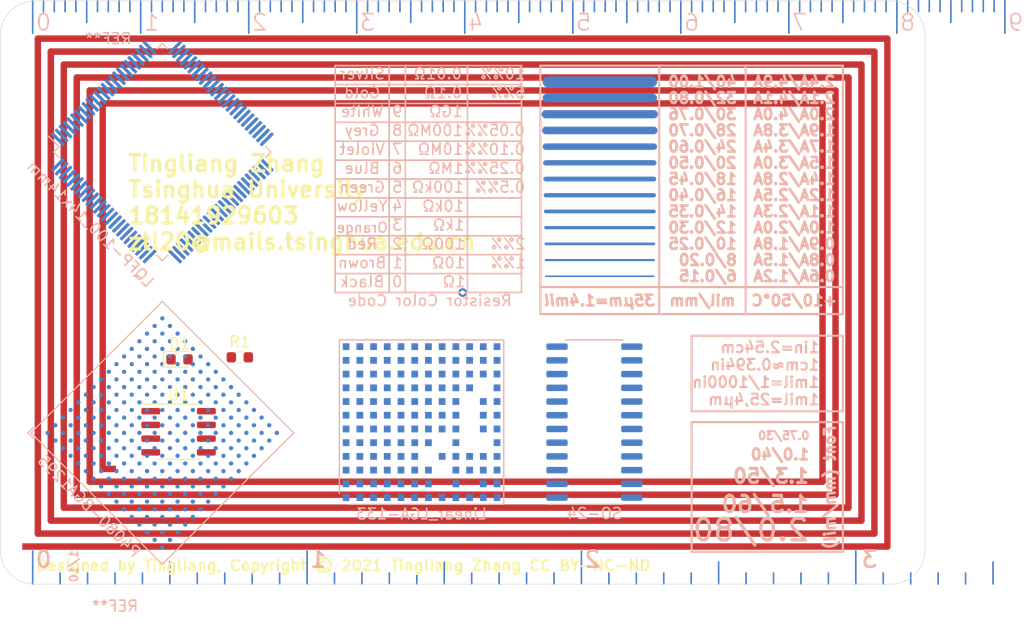
<source format=kicad_pcb>
(kicad_pcb (version 20171130) (host pcbnew "(5.1.6)-1")

  (general
    (thickness 1.6)
    (drawings 87)
    (tracks 16)
    (zones 0)
    (modules 11)
    (nets 359)
  )

  (page A4)
  (layers
    (0 F.Cu signal)
    (31 B.Cu signal)
    (32 B.Adhes user)
    (33 F.Adhes user)
    (34 B.Paste user)
    (35 F.Paste user)
    (36 B.SilkS user)
    (37 F.SilkS user)
    (38 B.Mask user)
    (39 F.Mask user)
    (40 Dwgs.User user)
    (41 Cmts.User user)
    (42 Eco1.User user)
    (43 Eco2.User user)
    (44 Edge.Cuts user)
    (45 Margin user)
    (46 B.CrtYd user)
    (47 F.CrtYd user)
    (48 B.Fab user)
    (49 F.Fab user)
  )

  (setup
    (last_trace_width 0.25)
    (user_trace_width 0.6)
    (trace_clearance 0.2)
    (zone_clearance 0.508)
    (zone_45_only no)
    (trace_min 0.2)
    (via_size 0.8)
    (via_drill 0.4)
    (via_min_size 0.4)
    (via_min_drill 0.3)
    (uvia_size 0.3)
    (uvia_drill 0.1)
    (uvias_allowed no)
    (uvia_min_size 0.2)
    (uvia_min_drill 0.1)
    (edge_width 0.05)
    (segment_width 0.2)
    (pcb_text_width 0.3)
    (pcb_text_size 1.5 1.5)
    (mod_edge_width 0.12)
    (mod_text_size 1 1)
    (mod_text_width 0.15)
    (pad_size 1.524 1.524)
    (pad_drill 0.762)
    (pad_to_mask_clearance 0)
    (aux_axis_origin 0 0)
    (visible_elements 7FFFFFFF)
    (pcbplotparams
      (layerselection 0x010fc_ffffffff)
      (usegerberextensions false)
      (usegerberattributes true)
      (usegerberadvancedattributes true)
      (creategerberjobfile true)
      (excludeedgelayer true)
      (linewidth 0.100000)
      (plotframeref false)
      (viasonmask false)
      (mode 1)
      (useauxorigin false)
      (hpglpennumber 1)
      (hpglpenspeed 20)
      (hpglpendiameter 15.000000)
      (psnegative false)
      (psa4output false)
      (plotreference true)
      (plotvalue true)
      (plotinvisibletext false)
      (padsonsilk false)
      (subtractmaskfromsilk false)
      (outputformat 1)
      (mirror false)
      (drillshape 0)
      (scaleselection 1)
      (outputdirectory "CardV1Fabrication/"))
  )

  (net 0 "")
  (net 1 "Net-(AE1-Pad2)")
  (net 2 GND)
  (net 3 "Net-(D1-Pad2)")
  (net 4 +3V3)
  (net 5 "Net-(U2-PadH16)")
  (net 6 "Net-(U2-PadJ16)")
  (net 7 "Net-(U2-PadK16)")
  (net 8 "Net-(U2-PadL16)")
  (net 9 "Net-(U2-PadM16)")
  (net 10 "Net-(U2-PadN16)")
  (net 11 "Net-(U2-PadP16)")
  (net 12 "Net-(U2-PadR16)")
  (net 13 "Net-(U2-PadT16)")
  (net 14 "Net-(U2-PadN12)")
  (net 15 "Net-(U2-PadM12)")
  (net 16 "Net-(U2-PadL12)")
  (net 17 "Net-(U2-PadK12)")
  (net 18 "Net-(U2-PadK11)")
  (net 19 "Net-(U2-PadL11)")
  (net 20 "Net-(U2-PadM11)")
  (net 21 "Net-(U2-PadN11)")
  (net 22 "Net-(U2-PadT15)")
  (net 23 "Net-(U2-PadR15)")
  (net 24 "Net-(U2-PadP15)")
  (net 25 "Net-(U2-PadN15)")
  (net 26 "Net-(U2-PadM15)")
  (net 27 "Net-(U2-PadL15)")
  (net 28 "Net-(U2-PadK15)")
  (net 29 "Net-(U2-PadJ15)")
  (net 30 "Net-(U2-PadH15)")
  (net 31 "Net-(U2-PadH14)")
  (net 32 "Net-(U2-PadJ14)")
  (net 33 "Net-(U2-PadK14)")
  (net 34 "Net-(U2-PadL14)")
  (net 35 "Net-(U2-PadM14)")
  (net 36 "Net-(U2-PadN14)")
  (net 37 "Net-(U2-PadP14)")
  (net 38 "Net-(U2-PadR14)")
  (net 39 "Net-(U2-PadT14)")
  (net 40 "Net-(U2-PadN10)")
  (net 41 "Net-(U2-PadM10)")
  (net 42 "Net-(U2-PadL10)")
  (net 43 "Net-(U2-PadK10)")
  (net 44 "Net-(U2-PadK9)")
  (net 45 "Net-(U2-PadL9)")
  (net 46 "Net-(U2-PadM9)")
  (net 47 "Net-(U2-PadN9)")
  (net 48 "Net-(U2-PadT13)")
  (net 49 "Net-(U2-PadR13)")
  (net 50 "Net-(U2-PadP13)")
  (net 51 "Net-(U2-PadN13)")
  (net 52 "Net-(U2-PadM13)")
  (net 53 "Net-(U2-PadL13)")
  (net 54 "Net-(U2-PadK13)")
  (net 55 "Net-(U2-PadJ13)")
  (net 56 "Net-(U2-PadH13)")
  (net 57 "Net-(U2-PadJ12)")
  (net 58 "Net-(U2-PadJ11)")
  (net 59 "Net-(U2-PadJ10)")
  (net 60 "Net-(U2-PadH12)")
  (net 61 "Net-(U2-PadH11)")
  (net 62 "Net-(U2-PadH10)")
  (net 63 "Net-(U2-PadH9)")
  (net 64 "Net-(U2-PadT12)")
  (net 65 "Net-(U2-PadR12)")
  (net 66 "Net-(U2-PadG9)")
  (net 67 "Net-(U2-PadG10)")
  (net 68 "Net-(U2-PadG11)")
  (net 69 "Net-(U2-PadG12)")
  (net 70 "Net-(U2-PadJ9)")
  (net 71 "Net-(U2-PadF12)")
  (net 72 "Net-(U2-PadF11)")
  (net 73 "Net-(U2-PadF10)")
  (net 74 "Net-(U2-PadF9)")
  (net 75 "Net-(U2-PadP12)")
  (net 76 "Net-(U2-PadE12)")
  (net 77 "Net-(U2-PadE11)")
  (net 78 "Net-(U2-PadE10)")
  (net 79 "Net-(U2-PadE9)")
  (net 80 "Net-(U2-PadN8)")
  (net 81 "Net-(U2-PadT11)")
  (net 82 "Net-(U2-PadT10)")
  (net 83 "Net-(U2-PadT9)")
  (net 84 "Net-(U2-PadT8)")
  (net 85 "Net-(U2-PadT7)")
  (net 86 "Net-(U2-PadR11)")
  (net 87 "Net-(U2-PadR10)")
  (net 88 "Net-(U2-PadR9)")
  (net 89 "Net-(U2-PadR8)")
  (net 90 "Net-(U2-PadR7)")
  (net 91 "Net-(U2-PadP7)")
  (net 92 "Net-(U2-PadP8)")
  (net 93 "Net-(U2-PadP9)")
  (net 94 "Net-(U2-PadP10)")
  (net 95 "Net-(U2-PadP11)")
  (net 96 "Net-(U2-PadN7)")
  (net 97 "Net-(U2-PadN6)")
  (net 98 "Net-(U2-PadN5)")
  (net 99 "Net-(U2-PadM8)")
  (net 100 "Net-(U2-PadT6)")
  (net 101 "Net-(U2-PadT5)")
  (net 102 "Net-(U2-PadR6)")
  (net 103 "Net-(U2-PadR5)")
  (net 104 "Net-(U2-PadP6)")
  (net 105 "Net-(U2-PadP5)")
  (net 106 "Net-(U2-PadM7)")
  (net 107 "Net-(U2-PadM6)")
  (net 108 "Net-(U2-PadM5)")
  (net 109 "Net-(U2-PadL8)")
  (net 110 "Net-(U2-PadL7)")
  (net 111 "Net-(U2-PadL6)")
  (net 112 "Net-(U2-PadL5)")
  (net 113 "Net-(U2-PadK8)")
  (net 114 "Net-(U2-PadK7)")
  (net 115 "Net-(U2-PadK6)")
  (net 116 "Net-(U2-PadK5)")
  (net 117 "Net-(U2-PadJ8)")
  (net 118 "Net-(U2-PadJ7)")
  (net 119 "Net-(U2-PadJ6)")
  (net 120 "Net-(U2-PadJ5)")
  (net 121 "Net-(U2-PadH8)")
  (net 122 "Net-(U2-PadH7)")
  (net 123 "Net-(U2-PadH6)")
  (net 124 "Net-(U2-PadH5)")
  (net 125 "Net-(U2-PadG8)")
  (net 126 "Net-(U2-PadG7)")
  (net 127 "Net-(U2-PadG6)")
  (net 128 "Net-(U2-PadG5)")
  (net 129 "Net-(U2-PadF8)")
  (net 130 "Net-(U2-PadF7)")
  (net 131 "Net-(U2-PadF6)")
  (net 132 "Net-(U2-PadF5)")
  (net 133 "Net-(U2-PadE5)")
  (net 134 "Net-(U2-PadE6)")
  (net 135 "Net-(U2-PadE7)")
  (net 136 "Net-(U2-PadE8)")
  (net 137 "Net-(U2-PadT4)")
  (net 138 "Net-(U2-PadT3)")
  (net 139 "Net-(U2-PadT2)")
  (net 140 "Net-(U2-PadT1)")
  (net 141 "Net-(U2-PadR1)")
  (net 142 "Net-(U2-PadP1)")
  (net 143 "Net-(U2-PadN1)")
  (net 144 "Net-(U2-PadR2)")
  (net 145 "Net-(U2-PadP2)")
  (net 146 "Net-(U2-PadN2)")
  (net 147 "Net-(U2-PadN3)")
  (net 148 "Net-(U2-PadP3)")
  (net 149 "Net-(U2-PadR3)")
  (net 150 "Net-(U2-PadR4)")
  (net 151 "Net-(U2-PadP4)")
  (net 152 "Net-(U2-PadN4)")
  (net 153 "Net-(U2-PadM4)")
  (net 154 "Net-(U2-PadM3)")
  (net 155 "Net-(U2-PadM2)")
  (net 156 "Net-(U2-PadM1)")
  (net 157 "Net-(U2-PadL1)")
  (net 158 "Net-(U2-PadL2)")
  (net 159 "Net-(U2-PadL3)")
  (net 160 "Net-(U2-PadL4)")
  (net 161 "Net-(U2-PadK4)")
  (net 162 "Net-(U2-PadK3)")
  (net 163 "Net-(U2-PadK2)")
  (net 164 "Net-(U2-PadK1)")
  (net 165 "Net-(U2-PadJ2)")
  (net 166 "Net-(U2-PadJ3)")
  (net 167 "Net-(U2-PadJ4)")
  (net 168 "Net-(U2-PadH4)")
  (net 169 "Net-(U2-PadH3)")
  (net 170 "Net-(U2-PadH2)")
  (net 171 "Net-(U2-PadG2)")
  (net 172 "Net-(U2-PadG3)")
  (net 173 "Net-(U2-PadG4)")
  (net 174 "Net-(U2-PadF4)")
  (net 175 "Net-(U2-PadF3)")
  (net 176 "Net-(U2-PadF2)")
  (net 177 "Net-(U2-PadE16)")
  (net 178 "Net-(U2-PadF16)")
  (net 179 "Net-(U2-PadG16)")
  (net 180 "Net-(U2-PadG15)")
  (net 181 "Net-(U2-PadF15)")
  (net 182 "Net-(U2-PadE15)")
  (net 183 "Net-(U2-PadE14)")
  (net 184 "Net-(U2-PadF14)")
  (net 185 "Net-(U2-PadG14)")
  (net 186 "Net-(U2-PadG13)")
  (net 187 "Net-(U2-PadF13)")
  (net 188 "Net-(U2-PadE13)")
  (net 189 "Net-(U2-PadC16)")
  (net 190 "Net-(U2-PadD16)")
  (net 191 "Net-(U2-PadD15)")
  (net 192 "Net-(U2-PadC15)")
  (net 193 "Net-(U2-PadD13)")
  (net 194 "Net-(U2-PadD14)")
  (net 195 "Net-(U2-PadC14)")
  (net 196 "Net-(U2-PadC13)")
  (net 197 "Net-(U2-PadC12)")
  (net 198 "Net-(U2-PadD12)")
  (net 199 "Net-(U2-PadD11)")
  (net 200 "Net-(U2-PadC11)")
  (net 201 "Net-(U2-PadD10)")
  (net 202 "Net-(U2-PadC10)")
  (net 203 "Net-(U2-PadE4)")
  (net 204 "Net-(U2-PadE3)")
  (net 205 "Net-(U2-PadE2)")
  (net 206 "Net-(U2-PadD9)")
  (net 207 "Net-(U2-PadD8)")
  (net 208 "Net-(U2-PadD7)")
  (net 209 "Net-(U2-PadD6)")
  (net 210 "Net-(U2-PadD5)")
  (net 211 "Net-(U2-PadD4)")
  (net 212 "Net-(U2-PadD3)")
  (net 213 "Net-(U2-PadD2)")
  (net 214 "Net-(U2-PadC9)")
  (net 215 "Net-(U2-PadC8)")
  (net 216 "Net-(U2-PadC7)")
  (net 217 "Net-(U2-PadC6)")
  (net 218 "Net-(U2-PadC5)")
  (net 219 "Net-(U2-PadC4)")
  (net 220 "Net-(U2-PadC3)")
  (net 221 "Net-(U2-PadC2)")
  (net 222 "Net-(U2-PadB4)")
  (net 223 "Net-(U2-PadB3)")
  (net 224 "Net-(U2-PadB2)")
  (net 225 "Net-(U2-PadB5)")
  (net 226 "Net-(U2-PadB6)")
  (net 227 "Net-(U2-PadB7)")
  (net 228 "Net-(U2-PadB8)")
  (net 229 "Net-(U2-PadB9)")
  (net 230 "Net-(U2-PadB10)")
  (net 231 "Net-(U2-PadB11)")
  (net 232 "Net-(U2-PadB12)")
  (net 233 "Net-(U2-PadB13)")
  (net 234 "Net-(U2-PadB14)")
  (net 235 "Net-(U2-PadB15)")
  (net 236 "Net-(U2-PadB16)")
  (net 237 "Net-(U2-PadJ1)")
  (net 238 "Net-(U2-PadH1)")
  (net 239 "Net-(U2-PadG1)")
  (net 240 "Net-(U2-PadF1)")
  (net 241 "Net-(U2-PadE1)")
  (net 242 "Net-(U2-PadD1)")
  (net 243 "Net-(U2-PadC1)")
  (net 244 "Net-(U2-PadB1)")
  (net 245 "Net-(U2-PadA16)")
  (net 246 "Net-(U2-PadA15)")
  (net 247 "Net-(U2-PadA14)")
  (net 248 "Net-(U2-PadA13)")
  (net 249 "Net-(U2-PadA12)")
  (net 250 "Net-(U2-PadA11)")
  (net 251 "Net-(U2-PadA10)")
  (net 252 "Net-(U2-PadA9)")
  (net 253 "Net-(U2-PadA8)")
  (net 254 "Net-(U2-PadA7)")
  (net 255 "Net-(U2-PadA6)")
  (net 256 "Net-(U2-PadA5)")
  (net 257 "Net-(U2-PadA4)")
  (net 258 "Net-(U2-PadA3)")
  (net 259 "Net-(U2-PadA2)")
  (net 260 "Net-(U2-PadA1)")
  (net 261 "Net-(U3-Pad100)")
  (net 262 "Net-(U3-Pad11)")
  (net 263 "Net-(U3-Pad98)")
  (net 264 "Net-(U3-Pad97)")
  (net 265 "Net-(U3-Pad96)")
  (net 266 "Net-(U3-Pad95)")
  (net 267 "Net-(U3-Pad94)")
  (net 268 "Net-(U3-Pad93)")
  (net 269 "Net-(U3-Pad92)")
  (net 270 "Net-(U3-Pad91)")
  (net 271 "Net-(U3-Pad90)")
  (net 272 "Net-(U3-Pad89)")
  (net 273 "Net-(U3-Pad88)")
  (net 274 "Net-(U3-Pad87)")
  (net 275 "Net-(U3-Pad86)")
  (net 276 "Net-(U3-Pad85)")
  (net 277 "Net-(U3-Pad84)")
  (net 278 "Net-(U3-Pad83)")
  (net 279 "Net-(U3-Pad82)")
  (net 280 "Net-(U3-Pad10)")
  (net 281 "Net-(U3-Pad79)")
  (net 282 "Net-(U3-Pad78)")
  (net 283 "Net-(U3-Pad77)")
  (net 284 "Net-(U3-Pad76)")
  (net 285 "Net-(U3-Pad75)")
  (net 286 "Net-(U3-Pad74)")
  (net 287 "Net-(U3-Pad73)")
  (net 288 "Net-(U3-Pad72)")
  (net 289 "Net-(U3-Pad71)")
  (net 290 "Net-(U3-Pad70)")
  (net 291 "Net-(U3-Pad69)")
  (net 292 "Net-(U3-Pad68)")
  (net 293 "Net-(U3-Pad67)")
  (net 294 "Net-(U3-Pad66)")
  (net 295 "Net-(U3-Pad65)")
  (net 296 "Net-(U3-Pad64)")
  (net 297 "Net-(U3-Pad63)")
  (net 298 "Net-(U3-Pad60)")
  (net 299 "Net-(U3-Pad59)")
  (net 300 "Net-(U3-Pad58)")
  (net 301 "Net-(U3-Pad57)")
  (net 302 "Net-(U3-Pad56)")
  (net 303 "Net-(U3-Pad55)")
  (net 304 "Net-(U3-Pad54)")
  (net 305 "Net-(U3-Pad53)")
  (net 306 "Net-(U3-Pad52)")
  (net 307 "Net-(U3-Pad51)")
  (net 308 "Net-(U3-Pad50)")
  (net 309 "Net-(U3-Pad49)")
  (net 310 "Net-(U3-Pad48)")
  (net 311 "Net-(U3-Pad47)")
  (net 312 "Net-(U3-Pad46)")
  (net 313 "Net-(U3-Pad45)")
  (net 314 "Net-(U3-Pad44)")
  (net 315 "Net-(U3-Pad43)")
  (net 316 "Net-(U3-Pad42)")
  (net 317 "Net-(U3-Pad41)")
  (net 318 "Net-(U3-Pad40)")
  (net 319 "Net-(U3-Pad39)")
  (net 320 "Net-(U3-Pad38)")
  (net 321 "Net-(U3-Pad37)")
  (net 322 "Net-(U3-Pad36)")
  (net 323 "Net-(U3-Pad35)")
  (net 324 "Net-(U3-Pad34)")
  (net 325 "Net-(U3-Pad33)")
  (net 326 "Net-(U3-Pad30)")
  (net 327 "Net-(U3-Pad29)")
  (net 328 "Net-(U3-Pad28)")
  (net 329 "Net-(U3-Pad27)")
  (net 330 "Net-(U3-Pad26)")
  (net 331 "Net-(U3-Pad25)")
  (net 332 "Net-(U3-Pad24)")
  (net 333 "Net-(U3-Pad23)")
  (net 334 "Net-(U3-Pad22)")
  (net 335 "Net-(U3-Pad21)")
  (net 336 "Net-(U3-Pad20)")
  (net 337 "Net-(U3-Pad19)")
  (net 338 "Net-(U3-Pad18)")
  (net 339 "Net-(U3-Pad17)")
  (net 340 "Net-(U3-Pad16)")
  (net 341 "Net-(U3-Pad15)")
  (net 342 "Net-(U3-Pad14)")
  (net 343 "Net-(U3-Pad13)")
  (net 344 "Net-(U3-Pad12)")
  (net 345 "Net-(U3-Pad9)")
  (net 346 "Net-(U3-Pad8)")
  (net 347 "Net-(U3-Pad7)")
  (net 348 "Net-(U3-Pad6)")
  (net 349 "Net-(U3-Pad5)")
  (net 350 "Net-(U3-Pad4)")
  (net 351 "Net-(U3-Pad3)")
  (net 352 "Net-(U3-Pad2)")
  (net 353 "Net-(U3-Pad1)")
  (net 354 "Net-(AE1-Pad1)")
  (net 355 "Net-(U1-Pad8)")
  (net 356 "Net-(U1-Pad7)")
  (net 357 "Net-(U1-Pad6)")
  (net 358 "Net-(U1-Pad5)")

  (net_class Default "This is the default net class."
    (clearance 0.2)
    (trace_width 0.25)
    (via_dia 0.8)
    (via_drill 0.4)
    (uvia_dia 0.3)
    (uvia_drill 0.1)
    (add_net +3V3)
    (add_net GND)
    (add_net "Net-(AE1-Pad1)")
    (add_net "Net-(AE1-Pad2)")
    (add_net "Net-(D1-Pad2)")
    (add_net "Net-(U1-Pad5)")
    (add_net "Net-(U1-Pad6)")
    (add_net "Net-(U1-Pad7)")
    (add_net "Net-(U1-Pad8)")
    (add_net "Net-(U2-PadA1)")
    (add_net "Net-(U2-PadA10)")
    (add_net "Net-(U2-PadA11)")
    (add_net "Net-(U2-PadA12)")
    (add_net "Net-(U2-PadA13)")
    (add_net "Net-(U2-PadA14)")
    (add_net "Net-(U2-PadA15)")
    (add_net "Net-(U2-PadA16)")
    (add_net "Net-(U2-PadA2)")
    (add_net "Net-(U2-PadA3)")
    (add_net "Net-(U2-PadA4)")
    (add_net "Net-(U2-PadA5)")
    (add_net "Net-(U2-PadA6)")
    (add_net "Net-(U2-PadA7)")
    (add_net "Net-(U2-PadA8)")
    (add_net "Net-(U2-PadA9)")
    (add_net "Net-(U2-PadB1)")
    (add_net "Net-(U2-PadB10)")
    (add_net "Net-(U2-PadB11)")
    (add_net "Net-(U2-PadB12)")
    (add_net "Net-(U2-PadB13)")
    (add_net "Net-(U2-PadB14)")
    (add_net "Net-(U2-PadB15)")
    (add_net "Net-(U2-PadB16)")
    (add_net "Net-(U2-PadB2)")
    (add_net "Net-(U2-PadB3)")
    (add_net "Net-(U2-PadB4)")
    (add_net "Net-(U2-PadB5)")
    (add_net "Net-(U2-PadB6)")
    (add_net "Net-(U2-PadB7)")
    (add_net "Net-(U2-PadB8)")
    (add_net "Net-(U2-PadB9)")
    (add_net "Net-(U2-PadC1)")
    (add_net "Net-(U2-PadC10)")
    (add_net "Net-(U2-PadC11)")
    (add_net "Net-(U2-PadC12)")
    (add_net "Net-(U2-PadC13)")
    (add_net "Net-(U2-PadC14)")
    (add_net "Net-(U2-PadC15)")
    (add_net "Net-(U2-PadC16)")
    (add_net "Net-(U2-PadC2)")
    (add_net "Net-(U2-PadC3)")
    (add_net "Net-(U2-PadC4)")
    (add_net "Net-(U2-PadC5)")
    (add_net "Net-(U2-PadC6)")
    (add_net "Net-(U2-PadC7)")
    (add_net "Net-(U2-PadC8)")
    (add_net "Net-(U2-PadC9)")
    (add_net "Net-(U2-PadD1)")
    (add_net "Net-(U2-PadD10)")
    (add_net "Net-(U2-PadD11)")
    (add_net "Net-(U2-PadD12)")
    (add_net "Net-(U2-PadD13)")
    (add_net "Net-(U2-PadD14)")
    (add_net "Net-(U2-PadD15)")
    (add_net "Net-(U2-PadD16)")
    (add_net "Net-(U2-PadD2)")
    (add_net "Net-(U2-PadD3)")
    (add_net "Net-(U2-PadD4)")
    (add_net "Net-(U2-PadD5)")
    (add_net "Net-(U2-PadD6)")
    (add_net "Net-(U2-PadD7)")
    (add_net "Net-(U2-PadD8)")
    (add_net "Net-(U2-PadD9)")
    (add_net "Net-(U2-PadE1)")
    (add_net "Net-(U2-PadE10)")
    (add_net "Net-(U2-PadE11)")
    (add_net "Net-(U2-PadE12)")
    (add_net "Net-(U2-PadE13)")
    (add_net "Net-(U2-PadE14)")
    (add_net "Net-(U2-PadE15)")
    (add_net "Net-(U2-PadE16)")
    (add_net "Net-(U2-PadE2)")
    (add_net "Net-(U2-PadE3)")
    (add_net "Net-(U2-PadE4)")
    (add_net "Net-(U2-PadE5)")
    (add_net "Net-(U2-PadE6)")
    (add_net "Net-(U2-PadE7)")
    (add_net "Net-(U2-PadE8)")
    (add_net "Net-(U2-PadE9)")
    (add_net "Net-(U2-PadF1)")
    (add_net "Net-(U2-PadF10)")
    (add_net "Net-(U2-PadF11)")
    (add_net "Net-(U2-PadF12)")
    (add_net "Net-(U2-PadF13)")
    (add_net "Net-(U2-PadF14)")
    (add_net "Net-(U2-PadF15)")
    (add_net "Net-(U2-PadF16)")
    (add_net "Net-(U2-PadF2)")
    (add_net "Net-(U2-PadF3)")
    (add_net "Net-(U2-PadF4)")
    (add_net "Net-(U2-PadF5)")
    (add_net "Net-(U2-PadF6)")
    (add_net "Net-(U2-PadF7)")
    (add_net "Net-(U2-PadF8)")
    (add_net "Net-(U2-PadF9)")
    (add_net "Net-(U2-PadG1)")
    (add_net "Net-(U2-PadG10)")
    (add_net "Net-(U2-PadG11)")
    (add_net "Net-(U2-PadG12)")
    (add_net "Net-(U2-PadG13)")
    (add_net "Net-(U2-PadG14)")
    (add_net "Net-(U2-PadG15)")
    (add_net "Net-(U2-PadG16)")
    (add_net "Net-(U2-PadG2)")
    (add_net "Net-(U2-PadG3)")
    (add_net "Net-(U2-PadG4)")
    (add_net "Net-(U2-PadG5)")
    (add_net "Net-(U2-PadG6)")
    (add_net "Net-(U2-PadG7)")
    (add_net "Net-(U2-PadG8)")
    (add_net "Net-(U2-PadG9)")
    (add_net "Net-(U2-PadH1)")
    (add_net "Net-(U2-PadH10)")
    (add_net "Net-(U2-PadH11)")
    (add_net "Net-(U2-PadH12)")
    (add_net "Net-(U2-PadH13)")
    (add_net "Net-(U2-PadH14)")
    (add_net "Net-(U2-PadH15)")
    (add_net "Net-(U2-PadH16)")
    (add_net "Net-(U2-PadH2)")
    (add_net "Net-(U2-PadH3)")
    (add_net "Net-(U2-PadH4)")
    (add_net "Net-(U2-PadH5)")
    (add_net "Net-(U2-PadH6)")
    (add_net "Net-(U2-PadH7)")
    (add_net "Net-(U2-PadH8)")
    (add_net "Net-(U2-PadH9)")
    (add_net "Net-(U2-PadJ1)")
    (add_net "Net-(U2-PadJ10)")
    (add_net "Net-(U2-PadJ11)")
    (add_net "Net-(U2-PadJ12)")
    (add_net "Net-(U2-PadJ13)")
    (add_net "Net-(U2-PadJ14)")
    (add_net "Net-(U2-PadJ15)")
    (add_net "Net-(U2-PadJ16)")
    (add_net "Net-(U2-PadJ2)")
    (add_net "Net-(U2-PadJ3)")
    (add_net "Net-(U2-PadJ4)")
    (add_net "Net-(U2-PadJ5)")
    (add_net "Net-(U2-PadJ6)")
    (add_net "Net-(U2-PadJ7)")
    (add_net "Net-(U2-PadJ8)")
    (add_net "Net-(U2-PadJ9)")
    (add_net "Net-(U2-PadK1)")
    (add_net "Net-(U2-PadK10)")
    (add_net "Net-(U2-PadK11)")
    (add_net "Net-(U2-PadK12)")
    (add_net "Net-(U2-PadK13)")
    (add_net "Net-(U2-PadK14)")
    (add_net "Net-(U2-PadK15)")
    (add_net "Net-(U2-PadK16)")
    (add_net "Net-(U2-PadK2)")
    (add_net "Net-(U2-PadK3)")
    (add_net "Net-(U2-PadK4)")
    (add_net "Net-(U2-PadK5)")
    (add_net "Net-(U2-PadK6)")
    (add_net "Net-(U2-PadK7)")
    (add_net "Net-(U2-PadK8)")
    (add_net "Net-(U2-PadK9)")
    (add_net "Net-(U2-PadL1)")
    (add_net "Net-(U2-PadL10)")
    (add_net "Net-(U2-PadL11)")
    (add_net "Net-(U2-PadL12)")
    (add_net "Net-(U2-PadL13)")
    (add_net "Net-(U2-PadL14)")
    (add_net "Net-(U2-PadL15)")
    (add_net "Net-(U2-PadL16)")
    (add_net "Net-(U2-PadL2)")
    (add_net "Net-(U2-PadL3)")
    (add_net "Net-(U2-PadL4)")
    (add_net "Net-(U2-PadL5)")
    (add_net "Net-(U2-PadL6)")
    (add_net "Net-(U2-PadL7)")
    (add_net "Net-(U2-PadL8)")
    (add_net "Net-(U2-PadL9)")
    (add_net "Net-(U2-PadM1)")
    (add_net "Net-(U2-PadM10)")
    (add_net "Net-(U2-PadM11)")
    (add_net "Net-(U2-PadM12)")
    (add_net "Net-(U2-PadM13)")
    (add_net "Net-(U2-PadM14)")
    (add_net "Net-(U2-PadM15)")
    (add_net "Net-(U2-PadM16)")
    (add_net "Net-(U2-PadM2)")
    (add_net "Net-(U2-PadM3)")
    (add_net "Net-(U2-PadM4)")
    (add_net "Net-(U2-PadM5)")
    (add_net "Net-(U2-PadM6)")
    (add_net "Net-(U2-PadM7)")
    (add_net "Net-(U2-PadM8)")
    (add_net "Net-(U2-PadM9)")
    (add_net "Net-(U2-PadN1)")
    (add_net "Net-(U2-PadN10)")
    (add_net "Net-(U2-PadN11)")
    (add_net "Net-(U2-PadN12)")
    (add_net "Net-(U2-PadN13)")
    (add_net "Net-(U2-PadN14)")
    (add_net "Net-(U2-PadN15)")
    (add_net "Net-(U2-PadN16)")
    (add_net "Net-(U2-PadN2)")
    (add_net "Net-(U2-PadN3)")
    (add_net "Net-(U2-PadN4)")
    (add_net "Net-(U2-PadN5)")
    (add_net "Net-(U2-PadN6)")
    (add_net "Net-(U2-PadN7)")
    (add_net "Net-(U2-PadN8)")
    (add_net "Net-(U2-PadN9)")
    (add_net "Net-(U2-PadP1)")
    (add_net "Net-(U2-PadP10)")
    (add_net "Net-(U2-PadP11)")
    (add_net "Net-(U2-PadP12)")
    (add_net "Net-(U2-PadP13)")
    (add_net "Net-(U2-PadP14)")
    (add_net "Net-(U2-PadP15)")
    (add_net "Net-(U2-PadP16)")
    (add_net "Net-(U2-PadP2)")
    (add_net "Net-(U2-PadP3)")
    (add_net "Net-(U2-PadP4)")
    (add_net "Net-(U2-PadP5)")
    (add_net "Net-(U2-PadP6)")
    (add_net "Net-(U2-PadP7)")
    (add_net "Net-(U2-PadP8)")
    (add_net "Net-(U2-PadP9)")
    (add_net "Net-(U2-PadR1)")
    (add_net "Net-(U2-PadR10)")
    (add_net "Net-(U2-PadR11)")
    (add_net "Net-(U2-PadR12)")
    (add_net "Net-(U2-PadR13)")
    (add_net "Net-(U2-PadR14)")
    (add_net "Net-(U2-PadR15)")
    (add_net "Net-(U2-PadR16)")
    (add_net "Net-(U2-PadR2)")
    (add_net "Net-(U2-PadR3)")
    (add_net "Net-(U2-PadR4)")
    (add_net "Net-(U2-PadR5)")
    (add_net "Net-(U2-PadR6)")
    (add_net "Net-(U2-PadR7)")
    (add_net "Net-(U2-PadR8)")
    (add_net "Net-(U2-PadR9)")
    (add_net "Net-(U2-PadT1)")
    (add_net "Net-(U2-PadT10)")
    (add_net "Net-(U2-PadT11)")
    (add_net "Net-(U2-PadT12)")
    (add_net "Net-(U2-PadT13)")
    (add_net "Net-(U2-PadT14)")
    (add_net "Net-(U2-PadT15)")
    (add_net "Net-(U2-PadT16)")
    (add_net "Net-(U2-PadT2)")
    (add_net "Net-(U2-PadT3)")
    (add_net "Net-(U2-PadT4)")
    (add_net "Net-(U2-PadT5)")
    (add_net "Net-(U2-PadT6)")
    (add_net "Net-(U2-PadT7)")
    (add_net "Net-(U2-PadT8)")
    (add_net "Net-(U2-PadT9)")
    (add_net "Net-(U3-Pad1)")
    (add_net "Net-(U3-Pad10)")
    (add_net "Net-(U3-Pad100)")
    (add_net "Net-(U3-Pad11)")
    (add_net "Net-(U3-Pad12)")
    (add_net "Net-(U3-Pad13)")
    (add_net "Net-(U3-Pad14)")
    (add_net "Net-(U3-Pad15)")
    (add_net "Net-(U3-Pad16)")
    (add_net "Net-(U3-Pad17)")
    (add_net "Net-(U3-Pad18)")
    (add_net "Net-(U3-Pad19)")
    (add_net "Net-(U3-Pad2)")
    (add_net "Net-(U3-Pad20)")
    (add_net "Net-(U3-Pad21)")
    (add_net "Net-(U3-Pad22)")
    (add_net "Net-(U3-Pad23)")
    (add_net "Net-(U3-Pad24)")
    (add_net "Net-(U3-Pad25)")
    (add_net "Net-(U3-Pad26)")
    (add_net "Net-(U3-Pad27)")
    (add_net "Net-(U3-Pad28)")
    (add_net "Net-(U3-Pad29)")
    (add_net "Net-(U3-Pad3)")
    (add_net "Net-(U3-Pad30)")
    (add_net "Net-(U3-Pad33)")
    (add_net "Net-(U3-Pad34)")
    (add_net "Net-(U3-Pad35)")
    (add_net "Net-(U3-Pad36)")
    (add_net "Net-(U3-Pad37)")
    (add_net "Net-(U3-Pad38)")
    (add_net "Net-(U3-Pad39)")
    (add_net "Net-(U3-Pad4)")
    (add_net "Net-(U3-Pad40)")
    (add_net "Net-(U3-Pad41)")
    (add_net "Net-(U3-Pad42)")
    (add_net "Net-(U3-Pad43)")
    (add_net "Net-(U3-Pad44)")
    (add_net "Net-(U3-Pad45)")
    (add_net "Net-(U3-Pad46)")
    (add_net "Net-(U3-Pad47)")
    (add_net "Net-(U3-Pad48)")
    (add_net "Net-(U3-Pad49)")
    (add_net "Net-(U3-Pad5)")
    (add_net "Net-(U3-Pad50)")
    (add_net "Net-(U3-Pad51)")
    (add_net "Net-(U3-Pad52)")
    (add_net "Net-(U3-Pad53)")
    (add_net "Net-(U3-Pad54)")
    (add_net "Net-(U3-Pad55)")
    (add_net "Net-(U3-Pad56)")
    (add_net "Net-(U3-Pad57)")
    (add_net "Net-(U3-Pad58)")
    (add_net "Net-(U3-Pad59)")
    (add_net "Net-(U3-Pad6)")
    (add_net "Net-(U3-Pad60)")
    (add_net "Net-(U3-Pad63)")
    (add_net "Net-(U3-Pad64)")
    (add_net "Net-(U3-Pad65)")
    (add_net "Net-(U3-Pad66)")
    (add_net "Net-(U3-Pad67)")
    (add_net "Net-(U3-Pad68)")
    (add_net "Net-(U3-Pad69)")
    (add_net "Net-(U3-Pad7)")
    (add_net "Net-(U3-Pad70)")
    (add_net "Net-(U3-Pad71)")
    (add_net "Net-(U3-Pad72)")
    (add_net "Net-(U3-Pad73)")
    (add_net "Net-(U3-Pad74)")
    (add_net "Net-(U3-Pad75)")
    (add_net "Net-(U3-Pad76)")
    (add_net "Net-(U3-Pad77)")
    (add_net "Net-(U3-Pad78)")
    (add_net "Net-(U3-Pad79)")
    (add_net "Net-(U3-Pad8)")
    (add_net "Net-(U3-Pad82)")
    (add_net "Net-(U3-Pad83)")
    (add_net "Net-(U3-Pad84)")
    (add_net "Net-(U3-Pad85)")
    (add_net "Net-(U3-Pad86)")
    (add_net "Net-(U3-Pad87)")
    (add_net "Net-(U3-Pad88)")
    (add_net "Net-(U3-Pad89)")
    (add_net "Net-(U3-Pad9)")
    (add_net "Net-(U3-Pad90)")
    (add_net "Net-(U3-Pad91)")
    (add_net "Net-(U3-Pad92)")
    (add_net "Net-(U3-Pad93)")
    (add_net "Net-(U3-Pad94)")
    (add_net "Net-(U3-Pad95)")
    (add_net "Net-(U3-Pad96)")
    (add_net "Net-(U3-Pad97)")
    (add_net "Net-(U3-Pad98)")
  )

  (module Package_LGA:Linear_LGA-133_15.0x15.0mm_Layout12x12_P1.27mm (layer B.Cu) (tedit 5BC77BFB) (tstamp 603DB2E3)
    (at 139 85)
    (descr "Analog Devices (Linear Tech), 133-pin LGA uModule, 15.0x15.0x4.32mm, https://www.analog.com/media/en/technical-documentation/data-sheets/4637fc.pdf")
    (tags "133 pin lga")
    (attr smd)
    (fp_text reference Linear_LGA-133 (at 0 8.5) (layer B.SilkS)
      (effects (font (size 1 1) (thickness 0.15)) (justify mirror))
    )
    (fp_text value Linear_LGA-133_15.0x15.0mm_Layout12x12_P1.27mm (at 0 -8.5) (layer B.Fab)
      (effects (font (size 1 1) (thickness 0.15)) (justify mirror))
    )
    (fp_text user %R (at 0 0) (layer B.Fab)
      (effects (font (size 1 1) (thickness 0.15)) (justify mirror))
    )
    (fp_line (start -6.5 7.5) (end 7.5 7.5) (layer B.Fab) (width 0.1))
    (fp_line (start 7.5 7.5) (end 7.5 -7.5) (layer B.Fab) (width 0.1))
    (fp_line (start 7.5 -7.5) (end -7.5 -7.5) (layer B.Fab) (width 0.1))
    (fp_line (start -7.5 -7.5) (end -7.5 6.5) (layer B.Fab) (width 0.1))
    (fp_line (start -7.5 6.5) (end -6.5 7.5) (layer B.Fab) (width 0.1))
    (fp_line (start 7.61 7.61) (end 7.61 -7.61) (layer B.SilkS) (width 0.12))
    (fp_line (start -7.61 -7.61) (end 7.61 -7.61) (layer B.SilkS) (width 0.12))
    (fp_line (start -7.61 -7.61) (end -7.61 6.61) (layer B.SilkS) (width 0.12))
    (fp_line (start 7.61 7.61) (end -6.61 7.61) (layer B.SilkS) (width 0.12))
    (fp_line (start -7.75 7.75) (end 7.75 7.75) (layer B.CrtYd) (width 0.05))
    (fp_line (start -7.75 7.75) (end -7.75 -7.75) (layer B.CrtYd) (width 0.05))
    (fp_line (start 7.75 -7.75) (end -7.75 -7.75) (layer B.CrtYd) (width 0.05))
    (fp_line (start 7.75 -7.75) (end 7.75 7.75) (layer B.CrtYd) (width 0.05))
    (pad M12 smd rect (at 6.985 -6.985) (size 0.63 0.63) (layers B.Cu B.Paste B.Mask))
    (pad L12 smd rect (at 6.985 -5.715) (size 0.63 0.63) (layers B.Cu B.Paste B.Mask))
    (pad M11 smd rect (at 5.715 -6.985) (size 0.63 0.63) (layers B.Cu B.Paste B.Mask))
    (pad L11 smd rect (at 5.715 -5.715) (size 0.63 0.63) (layers B.Cu B.Paste B.Mask))
    (pad M10 smd rect (at 4.445 -6.985) (size 0.63 0.63) (layers B.Cu B.Paste B.Mask))
    (pad L10 smd rect (at 4.445 -5.715) (size 0.63 0.63) (layers B.Cu B.Paste B.Mask))
    (pad M9 smd rect (at 3.175 -6.985) (size 0.63 0.63) (layers B.Cu B.Paste B.Mask))
    (pad L9 smd rect (at 3.175 -5.715) (size 0.63 0.63) (layers B.Cu B.Paste B.Mask))
    (pad M8 smd rect (at 1.905 -6.985) (size 0.63 0.63) (layers B.Cu B.Paste B.Mask))
    (pad L8 smd rect (at 1.905 -5.715) (size 0.63 0.63) (layers B.Cu B.Paste B.Mask))
    (pad M7 smd rect (at 0.635 -6.985) (size 0.63 0.63) (layers B.Cu B.Paste B.Mask))
    (pad L7 smd rect (at 0.635 -5.715) (size 0.63 0.63) (layers B.Cu B.Paste B.Mask))
    (pad M6 smd rect (at -0.635 -6.985) (size 0.63 0.63) (layers B.Cu B.Paste B.Mask))
    (pad L6 smd rect (at -0.635 -5.715) (size 0.63 0.63) (layers B.Cu B.Paste B.Mask))
    (pad M5 smd rect (at -1.905 -6.985) (size 0.63 0.63) (layers B.Cu B.Paste B.Mask))
    (pad L5 smd rect (at -1.905 -5.715) (size 0.63 0.63) (layers B.Cu B.Paste B.Mask))
    (pad M4 smd rect (at -3.175 -6.985) (size 0.63 0.63) (layers B.Cu B.Paste B.Mask))
    (pad L4 smd rect (at -3.175 -5.715) (size 0.63 0.63) (layers B.Cu B.Paste B.Mask))
    (pad M3 smd rect (at -4.445 -6.985) (size 0.63 0.63) (layers B.Cu B.Paste B.Mask))
    (pad L3 smd rect (at -4.445 -5.715) (size 0.63 0.63) (layers B.Cu B.Paste B.Mask))
    (pad M2 smd rect (at -5.715 -6.985) (size 0.63 0.63) (layers B.Cu B.Paste B.Mask))
    (pad L2 smd rect (at -5.715 -5.715) (size 0.63 0.63) (layers B.Cu B.Paste B.Mask))
    (pad M1 smd rect (at -6.985 -6.985) (size 0.63 0.63) (layers B.Cu B.Paste B.Mask))
    (pad K12 smd rect (at 6.985 -4.445) (size 0.63 0.63) (layers B.Cu B.Paste B.Mask))
    (pad J12 smd rect (at 6.985 -3.175) (size 0.63 0.63) (layers B.Cu B.Paste B.Mask))
    (pad H12 smd rect (at 6.985 -1.905) (size 0.63 0.63) (layers B.Cu B.Paste B.Mask))
    (pad G12 smd rect (at 6.985 -0.635) (size 0.63 0.63) (layers B.Cu B.Paste B.Mask))
    (pad F12 smd rect (at 6.985 0.635) (size 0.63 0.63) (layers B.Cu B.Paste B.Mask))
    (pad E12 smd rect (at 6.985 1.905) (size 0.63 0.63) (layers B.Cu B.Paste B.Mask))
    (pad D12 smd rect (at 6.985 3.175) (size 0.63 0.63) (layers B.Cu B.Paste B.Mask))
    (pad C12 smd rect (at 6.985 4.445) (size 0.63 0.63) (layers B.Cu B.Paste B.Mask))
    (pad B12 smd rect (at 6.985 5.715) (size 0.63 0.63) (layers B.Cu B.Paste B.Mask))
    (pad A12 smd rect (at 6.985 6.985) (size 0.63 0.63) (layers B.Cu B.Paste B.Mask))
    (pad K11 smd rect (at 5.715 -4.445) (size 0.63 0.63) (layers B.Cu B.Paste B.Mask))
    (pad H11 smd rect (at 5.715 -1.905) (size 0.63 0.63) (layers B.Cu B.Paste B.Mask))
    (pad G11 smd rect (at 5.715 -0.635) (size 0.63 0.63) (layers B.Cu B.Paste B.Mask))
    (pad F11 smd rect (at 5.715 0.635) (size 0.63 0.63) (layers B.Cu B.Paste B.Mask))
    (pad D11 smd rect (at 5.715 3.175) (size 0.63 0.63) (layers B.Cu B.Paste B.Mask))
    (pad C11 smd rect (at 5.715 4.445) (size 0.63 0.63) (layers B.Cu B.Paste B.Mask))
    (pad B11 smd rect (at 5.715 5.715) (size 0.63 0.63) (layers B.Cu B.Paste B.Mask))
    (pad A11 smd rect (at 5.715 6.985) (size 0.63 0.63) (layers B.Cu B.Paste B.Mask))
    (pad K10 smd rect (at 4.445 -4.445) (size 0.63 0.63) (layers B.Cu B.Paste B.Mask))
    (pad J10 smd rect (at 4.445 -3.175) (size 0.63 0.63) (layers B.Cu B.Paste B.Mask))
    (pad D10 smd rect (at 4.445 3.175) (size 0.63 0.63) (layers B.Cu B.Paste B.Mask))
    (pad C10 smd rect (at 4.445 4.445) (size 0.63 0.63) (layers B.Cu B.Paste B.Mask))
    (pad A10 smd rect (at 4.445 6.985) (size 0.63 0.63) (layers B.Cu B.Paste B.Mask))
    (pad K9 smd rect (at 3.175 -4.445) (size 0.63 0.63) (layers B.Cu B.Paste B.Mask))
    (pad J9 smd rect (at 3.175 -3.175) (size 0.63 0.63) (layers B.Cu B.Paste B.Mask))
    (pad H9 smd rect (at 3.175 -1.905) (size 0.63 0.63) (layers B.Cu B.Paste B.Mask))
    (pad G9 smd rect (at 3.175 -0.635) (size 0.63 0.63) (layers B.Cu B.Paste B.Mask))
    (pad F9 smd rect (at 3.175 0.635) (size 0.63 0.63) (layers B.Cu B.Paste B.Mask))
    (pad E9 smd rect (at 3.175 1.905) (size 0.63 0.63) (layers B.Cu B.Paste B.Mask))
    (pad D9 smd rect (at 3.175 3.175) (size 0.63 0.63) (layers B.Cu B.Paste B.Mask))
    (pad C9 smd rect (at 3.175 4.445) (size 0.63 0.63) (layers B.Cu B.Paste B.Mask))
    (pad B9 smd rect (at 3.175 5.715) (size 0.63 0.63) (layers B.Cu B.Paste B.Mask))
    (pad A9 smd rect (at 3.175 6.985) (size 0.63 0.63) (layers B.Cu B.Paste B.Mask))
    (pad K8 smd rect (at 1.905 -4.445) (size 0.63 0.63) (layers B.Cu B.Paste B.Mask))
    (pad J8 smd rect (at 1.905 -3.175) (size 0.63 0.63) (layers B.Cu B.Paste B.Mask))
    (pad H8 smd rect (at 1.905 -1.905) (size 0.63 0.63) (layers B.Cu B.Paste B.Mask))
    (pad G8 smd rect (at 1.905 -0.635) (size 0.63 0.63) (layers B.Cu B.Paste B.Mask))
    (pad F8 smd rect (at 1.905 0.635) (size 0.63 0.63) (layers B.Cu B.Paste B.Mask))
    (pad D8 smd rect (at 1.905 3.175) (size 0.63 0.63) (layers B.Cu B.Paste B.Mask))
    (pad A8 smd rect (at 1.905 6.985) (size 0.63 0.63) (layers B.Cu B.Paste B.Mask))
    (pad K7 smd rect (at 0.635 -4.445) (size 0.63 0.63) (layers B.Cu B.Paste B.Mask))
    (pad J7 smd rect (at 0.635 -3.175) (size 0.63 0.63) (layers B.Cu B.Paste B.Mask))
    (pad H7 smd rect (at 0.635 -1.905) (size 0.63 0.63) (layers B.Cu B.Paste B.Mask))
    (pad G7 smd rect (at 0.635 -0.635) (size 0.63 0.63) (layers B.Cu B.Paste B.Mask))
    (pad F7 smd rect (at 0.635 0.635) (size 0.63 0.63) (layers B.Cu B.Paste B.Mask))
    (pad E7 smd rect (at 0.635 1.905) (size 0.63 0.63) (layers B.Cu B.Paste B.Mask))
    (pad C7 smd rect (at 0.635 4.445) (size 0.63 0.63) (layers B.Cu B.Paste B.Mask))
    (pad B7 smd rect (at 0.635 5.715) (size 0.63 0.63) (layers B.Cu B.Paste B.Mask))
    (pad A7 smd rect (at 0.635 6.985) (size 0.63 0.63) (layers B.Cu B.Paste B.Mask))
    (pad K6 smd rect (at -0.635 -4.445) (size 0.63 0.63) (layers B.Cu B.Paste B.Mask))
    (pad J6 smd rect (at -0.635 -3.175) (size 0.63 0.63) (layers B.Cu B.Paste B.Mask))
    (pad H6 smd rect (at -0.635 -1.905) (size 0.63 0.63) (layers B.Cu B.Paste B.Mask))
    (pad G6 smd rect (at -0.635 -0.635) (size 0.63 0.63) (layers B.Cu B.Paste B.Mask))
    (pad F6 smd rect (at -0.635 0.635) (size 0.63 0.63) (layers B.Cu B.Paste B.Mask))
    (pad E6 smd rect (at -0.635 1.905) (size 0.63 0.63) (layers B.Cu B.Paste B.Mask))
    (pad D6 smd rect (at -0.635 3.175) (size 0.63 0.63) (layers B.Cu B.Paste B.Mask))
    (pad C6 smd rect (at -0.635 4.445) (size 0.63 0.63) (layers B.Cu B.Paste B.Mask))
    (pad B6 smd rect (at -0.635 5.715) (size 0.63 0.63) (layers B.Cu B.Paste B.Mask))
    (pad A6 smd rect (at -0.635 6.985) (size 0.63 0.63) (layers B.Cu B.Paste B.Mask))
    (pad K5 smd rect (at -1.905 -4.445) (size 0.63 0.63) (layers B.Cu B.Paste B.Mask))
    (pad J5 smd rect (at -1.905 -3.175) (size 0.63 0.63) (layers B.Cu B.Paste B.Mask))
    (pad H5 smd rect (at -1.905 -1.905) (size 0.63 0.63) (layers B.Cu B.Paste B.Mask))
    (pad G5 smd rect (at -1.905 -0.635) (size 0.63 0.63) (layers B.Cu B.Paste B.Mask))
    (pad F5 smd rect (at -1.905 0.635) (size 0.63 0.63) (layers B.Cu B.Paste B.Mask))
    (pad E5 smd rect (at -1.905 1.905) (size 0.63 0.63) (layers B.Cu B.Paste B.Mask))
    (pad D5 smd rect (at -1.905 3.175) (size 0.63 0.63) (layers B.Cu B.Paste B.Mask))
    (pad C5 smd rect (at -1.905 4.445) (size 0.63 0.63) (layers B.Cu B.Paste B.Mask))
    (pad B5 smd rect (at -1.905 5.715) (size 0.63 0.63) (layers B.Cu B.Paste B.Mask))
    (pad A5 smd rect (at -1.905 6.985) (size 0.63 0.63) (layers B.Cu B.Paste B.Mask))
    (pad K4 smd rect (at -3.175 -4.445) (size 0.63 0.63) (layers B.Cu B.Paste B.Mask))
    (pad J4 smd rect (at -3.175 -3.175) (size 0.63 0.63) (layers B.Cu B.Paste B.Mask))
    (pad H4 smd rect (at -3.175 -1.905) (size 0.63 0.63) (layers B.Cu B.Paste B.Mask))
    (pad G4 smd rect (at -3.175 -0.635) (size 0.63 0.63) (layers B.Cu B.Paste B.Mask))
    (pad F4 smd rect (at -3.175 0.635) (size 0.63 0.63) (layers B.Cu B.Paste B.Mask))
    (pad E4 smd rect (at -3.175 1.905) (size 0.63 0.63) (layers B.Cu B.Paste B.Mask))
    (pad D4 smd rect (at -3.175 3.175) (size 0.63 0.63) (layers B.Cu B.Paste B.Mask))
    (pad C4 smd rect (at -3.175 4.445) (size 0.63 0.63) (layers B.Cu B.Paste B.Mask))
    (pad B4 smd rect (at -3.175 5.715) (size 0.63 0.63) (layers B.Cu B.Paste B.Mask))
    (pad A4 smd rect (at -3.175 6.985) (size 0.63 0.63) (layers B.Cu B.Paste B.Mask))
    (pad K3 smd rect (at -4.445 -4.445) (size 0.63 0.63) (layers B.Cu B.Paste B.Mask))
    (pad J3 smd rect (at -4.445 -3.175) (size 0.63 0.63) (layers B.Cu B.Paste B.Mask))
    (pad H3 smd rect (at -4.445 -1.905) (size 0.63 0.63) (layers B.Cu B.Paste B.Mask))
    (pad G3 smd rect (at -4.445 -0.635) (size 0.63 0.63) (layers B.Cu B.Paste B.Mask))
    (pad F3 smd rect (at -4.445 0.635) (size 0.63 0.63) (layers B.Cu B.Paste B.Mask))
    (pad E3 smd rect (at -4.445 1.905) (size 0.63 0.63) (layers B.Cu B.Paste B.Mask))
    (pad D3 smd rect (at -4.445 3.175) (size 0.63 0.63) (layers B.Cu B.Paste B.Mask))
    (pad C3 smd rect (at -4.445 4.445) (size 0.63 0.63) (layers B.Cu B.Paste B.Mask))
    (pad B3 smd rect (at -4.445 5.715) (size 0.63 0.63) (layers B.Cu B.Paste B.Mask))
    (pad A3 smd rect (at -4.445 6.985) (size 0.63 0.63) (layers B.Cu B.Paste B.Mask))
    (pad K2 smd rect (at -5.715 -4.445) (size 0.63 0.63) (layers B.Cu B.Paste B.Mask))
    (pad J2 smd rect (at -5.715 -3.175) (size 0.63 0.63) (layers B.Cu B.Paste B.Mask))
    (pad H2 smd rect (at -5.715 -1.905) (size 0.63 0.63) (layers B.Cu B.Paste B.Mask))
    (pad G2 smd rect (at -5.715 -0.635) (size 0.63 0.63) (layers B.Cu B.Paste B.Mask))
    (pad F2 smd rect (at -5.715 0.635) (size 0.63 0.63) (layers B.Cu B.Paste B.Mask))
    (pad E2 smd rect (at -5.715 1.905) (size 0.63 0.63) (layers B.Cu B.Paste B.Mask))
    (pad D2 smd rect (at -5.715 3.175) (size 0.63 0.63) (layers B.Cu B.Paste B.Mask))
    (pad C2 smd rect (at -5.715 4.445) (size 0.63 0.63) (layers B.Cu B.Paste B.Mask))
    (pad B2 smd rect (at -5.715 5.715) (size 0.63 0.63) (layers B.Cu B.Paste B.Mask))
    (pad A2 smd rect (at -5.715 6.985) (size 0.63 0.63) (layers B.Cu B.Paste B.Mask))
    (pad L1 smd rect (at -6.985 -5.715) (size 0.63 0.63) (layers B.Cu B.Paste B.Mask))
    (pad K1 smd rect (at -6.985 -4.445) (size 0.63 0.63) (layers B.Cu B.Paste B.Mask))
    (pad J1 smd rect (at -6.985 -3.175) (size 0.63 0.63) (layers B.Cu B.Paste B.Mask))
    (pad H1 smd rect (at -6.985 -1.905) (size 0.63 0.63) (layers B.Cu B.Paste B.Mask))
    (pad G1 smd rect (at -6.985 -0.635) (size 0.63 0.63) (layers B.Cu B.Paste B.Mask))
    (pad F1 smd rect (at -6.985 0.635) (size 0.63 0.63) (layers B.Cu B.Paste B.Mask))
    (pad E1 smd rect (at -6.985 1.905) (size 0.63 0.63) (layers B.Cu B.Paste B.Mask))
    (pad D1 smd rect (at -6.985 3.175) (size 0.63 0.63) (layers B.Cu B.Paste B.Mask))
    (pad C1 smd rect (at -6.985 4.445) (size 0.63 0.63) (layers B.Cu B.Paste B.Mask))
    (pad B1 smd rect (at -6.985 5.715) (size 0.63 0.63) (layers B.Cu B.Paste B.Mask))
    (pad A1 smd rect (at -6.985 6.985) (size 0.63 0.63) (layers B.Cu B.Paste B.Mask))
    (model ${KISYS3DMOD}/Package_LGA.3dshapes/Linear_LGA-133_15.0x15.0mm_Layout12x12_P1.27mm.wrl
      (at (xyz 0 0 0))
      (scale (xyz 1 1 1))
      (rotate (xyz 0 0 0))
    )
  )

  (module Package_SO:SO-24_5.3x15mm_P1.27mm (layer B.Cu) (tedit 5EA5315B) (tstamp 603DA3B6)
    (at 155 85)
    (descr "SO, 24 Pin (https://www.ti.com/lit/ml/msop002a/msop002a.pdf), generated with kicad-footprint-generator ipc_gullwing_generator.py")
    (tags "SO SO")
    (attr smd)
    (fp_text reference SO-24 (at 0 8.45) (layer B.SilkS)
      (effects (font (size 1 1) (thickness 0.15)) (justify mirror))
    )
    (fp_text value SO-24_5.3x15mm_P1.27mm (at 0 -8.45) (layer B.Fab)
      (effects (font (size 1 1) (thickness 0.15)) (justify mirror))
    )
    (fp_text user %R (at 0 0) (layer B.Fab)
      (effects (font (size 1 1) (thickness 0.15)) (justify mirror))
    )
    (fp_line (start 0 -7.61) (end 2.65 -7.61) (layer B.SilkS) (width 0.12))
    (fp_line (start 0 -7.61) (end -2.65 -7.61) (layer B.SilkS) (width 0.12))
    (fp_line (start 0 7.61) (end 2.65 7.61) (layer B.SilkS) (width 0.12))
    (fp_line (start 0 7.61) (end -4.45 7.61) (layer B.SilkS) (width 0.12))
    (fp_line (start -1.65 7.5) (end 2.65 7.5) (layer B.Fab) (width 0.1))
    (fp_line (start 2.65 7.5) (end 2.65 -7.5) (layer B.Fab) (width 0.1))
    (fp_line (start 2.65 -7.5) (end -2.65 -7.5) (layer B.Fab) (width 0.1))
    (fp_line (start -2.65 -7.5) (end -2.65 6.5) (layer B.Fab) (width 0.1))
    (fp_line (start -2.65 6.5) (end -1.65 7.5) (layer B.Fab) (width 0.1))
    (fp_line (start -4.7 7.75) (end -4.7 -7.75) (layer B.CrtYd) (width 0.05))
    (fp_line (start -4.7 -7.75) (end 4.7 -7.75) (layer B.CrtYd) (width 0.05))
    (fp_line (start 4.7 -7.75) (end 4.7 7.75) (layer B.CrtYd) (width 0.05))
    (fp_line (start 4.7 7.75) (end -4.7 7.75) (layer B.CrtYd) (width 0.05))
    (pad 24 smd roundrect (at 3.4625 6.985) (size 1.975 0.6) (layers B.Cu B.Paste B.Mask) (roundrect_rratio 0.25))
    (pad 23 smd roundrect (at 3.4625 5.715) (size 1.975 0.6) (layers B.Cu B.Paste B.Mask) (roundrect_rratio 0.25))
    (pad 22 smd roundrect (at 3.4625 4.445) (size 1.975 0.6) (layers B.Cu B.Paste B.Mask) (roundrect_rratio 0.25))
    (pad 21 smd roundrect (at 3.4625 3.175) (size 1.975 0.6) (layers B.Cu B.Paste B.Mask) (roundrect_rratio 0.25))
    (pad 20 smd roundrect (at 3.4625 1.905) (size 1.975 0.6) (layers B.Cu B.Paste B.Mask) (roundrect_rratio 0.25))
    (pad 19 smd roundrect (at 3.4625 0.635) (size 1.975 0.6) (layers B.Cu B.Paste B.Mask) (roundrect_rratio 0.25))
    (pad 18 smd roundrect (at 3.4625 -0.635) (size 1.975 0.6) (layers B.Cu B.Paste B.Mask) (roundrect_rratio 0.25))
    (pad 17 smd roundrect (at 3.4625 -1.905) (size 1.975 0.6) (layers B.Cu B.Paste B.Mask) (roundrect_rratio 0.25))
    (pad 16 smd roundrect (at 3.4625 -3.175) (size 1.975 0.6) (layers B.Cu B.Paste B.Mask) (roundrect_rratio 0.25))
    (pad 15 smd roundrect (at 3.4625 -4.445) (size 1.975 0.6) (layers B.Cu B.Paste B.Mask) (roundrect_rratio 0.25))
    (pad 14 smd roundrect (at 3.4625 -5.715) (size 1.975 0.6) (layers B.Cu B.Paste B.Mask) (roundrect_rratio 0.25))
    (pad 13 smd roundrect (at 3.4625 -6.985) (size 1.975 0.6) (layers B.Cu B.Paste B.Mask) (roundrect_rratio 0.25))
    (pad 12 smd roundrect (at -3.4625 -6.985) (size 1.975 0.6) (layers B.Cu B.Paste B.Mask) (roundrect_rratio 0.25))
    (pad 11 smd roundrect (at -3.4625 -5.715) (size 1.975 0.6) (layers B.Cu B.Paste B.Mask) (roundrect_rratio 0.25))
    (pad 10 smd roundrect (at -3.4625 -4.445) (size 1.975 0.6) (layers B.Cu B.Paste B.Mask) (roundrect_rratio 0.25))
    (pad 9 smd roundrect (at -3.4625 -3.175) (size 1.975 0.6) (layers B.Cu B.Paste B.Mask) (roundrect_rratio 0.25))
    (pad 8 smd roundrect (at -3.4625 -1.905) (size 1.975 0.6) (layers B.Cu B.Paste B.Mask) (roundrect_rratio 0.25))
    (pad 7 smd roundrect (at -3.4625 -0.635) (size 1.975 0.6) (layers B.Cu B.Paste B.Mask) (roundrect_rratio 0.25))
    (pad 6 smd roundrect (at -3.4625 0.635) (size 1.975 0.6) (layers B.Cu B.Paste B.Mask) (roundrect_rratio 0.25))
    (pad 5 smd roundrect (at -3.4625 1.905) (size 1.975 0.6) (layers B.Cu B.Paste B.Mask) (roundrect_rratio 0.25))
    (pad 4 smd roundrect (at -3.4625 3.175) (size 1.975 0.6) (layers B.Cu B.Paste B.Mask) (roundrect_rratio 0.25))
    (pad 3 smd roundrect (at -3.4625 4.445) (size 1.975 0.6) (layers B.Cu B.Paste B.Mask) (roundrect_rratio 0.25))
    (pad 2 smd roundrect (at -3.4625 5.715) (size 1.975 0.6) (layers B.Cu B.Paste B.Mask) (roundrect_rratio 0.25))
    (pad 1 smd roundrect (at -3.4625 6.985) (size 1.975 0.6) (layers B.Cu B.Paste B.Mask) (roundrect_rratio 0.25))
    (model ${KISYS3DMOD}/Package_SO.3dshapes/SO-24_5.3x15mm_P1.27mm.wrl
      (at (xyz 0 0 0))
      (scale (xyz 1 1 1))
      (rotate (xyz 0 0 0))
    )
  )

  (module Card:Inch_Ruler_3.5in_10 (layer B.Cu) (tedit 593FCA5D) (tstamp 603D8C31)
    (at 103 100)
    (fp_text reference REF** (at 7.62 2.0273) (layer B.SilkS)
      (effects (font (size 1 1) (thickness 0.15)) (justify mirror))
    )
    (fp_text value Inch_Ruler_3.5in_10 (at 7.62 3.0273) (layer B.Fab)
      (effects (font (size 1 1) (thickness 0.15)) (justify mirror))
    )
    (fp_text user 1/10 (at 3.81 -1.651 -90) (layer B.SilkS)
      (effects (font (size 0.75 0.75) (thickness 0.15)) (justify mirror))
    )
    (fp_text user 0 (at 1.016 -2.286) (layer B.SilkS)
      (effects (font (size 1.5 1.5) (thickness 0.25)) (justify mirror))
    )
    (fp_text user 3 (at 77.47 -2.2987) (layer B.SilkS)
      (effects (font (size 1.5 1.5) (thickness 0.25)) (justify mirror))
    )
    (fp_text user 2 (at 51.816 -2.2987) (layer B.SilkS)
      (effects (font (size 1.5 1.5) (thickness 0.25)) (justify mirror))
    )
    (fp_text user 1 (at 26.416 -2.2987) (layer B.SilkS)
      (effects (font (size 1.5 1.5) (thickness 0.25)) (justify mirror))
    )
    (fp_line (start 0 -0.0127) (end 0 -3.0607) (layer B.Cu) (width 0.15))
    (fp_line (start 2.54 -0.0127) (end 2.54 -1.0287) (layer B.Cu) (width 0.15))
    (fp_line (start 5.08 -0.0127) (end 5.08 -1.0287) (layer B.Cu) (width 0.15))
    (fp_line (start 7.62 -0.0127) (end 7.62 -1.0287) (layer B.Cu) (width 0.15))
    (fp_line (start 10.16 -0.0127) (end 10.16 -1.0287) (layer B.Cu) (width 0.15))
    (fp_line (start 12.7 -0.0127) (end 12.7 -2.0447) (layer B.Cu) (width 0.15))
    (fp_line (start 22.86 -0.0127) (end 22.86 -1.0287) (layer B.Cu) (width 0.15))
    (fp_line (start 17.78 -0.0127) (end 17.78 -1.0287) (layer B.Cu) (width 0.15))
    (fp_line (start 20.32 -0.0127) (end 20.32 -1.0287) (layer B.Cu) (width 0.15))
    (fp_line (start 15.24 -0.0127) (end 15.24 -1.0287) (layer B.Cu) (width 0.15))
    (fp_line (start 25.4 -0.0127) (end 25.4 -3.0607) (layer B.Cu) (width 0.15))
    (fp_line (start 0 -0.0127) (end 0 -3.0607) (layer B.Mask) (width 0.15))
    (fp_line (start 2.54 -0.0127) (end 2.54 -1.0287) (layer B.Mask) (width 0.15))
    (fp_line (start 2.54 -1.0287) (end 2.54 -1.0287) (layer B.Mask) (width 0.15))
    (fp_line (start 5.08 -0.0127) (end 5.08 -1.0287) (layer B.Mask) (width 0.15))
    (fp_line (start 5.08 -1.0287) (end 5.08 -1.0287) (layer B.Mask) (width 0.15))
    (fp_line (start 7.62 -0.0127) (end 7.62 -1.0287) (layer B.Mask) (width 0.15))
    (fp_line (start 7.62 -1.0287) (end 7.62 -1.0287) (layer B.Mask) (width 0.15))
    (fp_line (start 10.16 -0.0127) (end 10.16 -1.0287) (layer B.Mask) (width 0.15))
    (fp_line (start 10.16 -1.0287) (end 10.16 -1.0287) (layer B.Mask) (width 0.15))
    (fp_line (start 12.7 -0.0127) (end 12.7 -2.0447) (layer B.Mask) (width 0.15))
    (fp_line (start 12.7 -2.0447) (end 12.7 -2.0447) (layer B.Mask) (width 0.15))
    (fp_line (start 15.24 -0.0127) (end 15.24 -1.0287) (layer B.Mask) (width 0.15))
    (fp_line (start 15.24 -1.0287) (end 15.24 -1.0287) (layer B.Mask) (width 0.15))
    (fp_line (start 17.78 -0.0127) (end 17.78 -1.0287) (layer B.Mask) (width 0.15))
    (fp_line (start 17.78 -1.0287) (end 17.78 -1.0287) (layer B.Mask) (width 0.15))
    (fp_line (start 20.32 -0.0127) (end 20.32 -1.0287) (layer B.Mask) (width 0.15))
    (fp_line (start 20.32 -1.0287) (end 20.32 -1.0287) (layer B.Mask) (width 0.15))
    (fp_line (start 22.86 -0.0127) (end 22.86 -1.0287) (layer B.Mask) (width 0.15))
    (fp_line (start 22.86 -1.0287) (end 22.86 -1.0287) (layer B.Mask) (width 0.15))
    (fp_line (start 25.4 -0.0127) (end 25.4 -2.8067) (layer B.Mask) (width 0.15))
    (fp_line (start 25.4 -2.8067) (end 25.4 -3.0607) (layer B.Mask) (width 0.15))
    (fp_line (start 25.4 -3.0607) (end 25.4 -3.0607) (layer B.Mask) (width 0.15))
    (fp_line (start 38.1 -0.0127) (end 38.1 -2.0447) (layer B.Mask) (width 0.15))
    (fp_line (start 35.56 -0.0127) (end 35.56 -1.0287) (layer B.Mask) (width 0.15))
    (fp_line (start 33.02 -1.0287) (end 33.02 -1.0287) (layer B.Mask) (width 0.15))
    (fp_line (start 35.56 -1.0287) (end 35.56 -1.0287) (layer B.Mask) (width 0.15))
    (fp_line (start 40.64 -0.0127) (end 40.64 -1.0287) (layer B.Mask) (width 0.15))
    (fp_line (start 38.1 -2.0447) (end 38.1 -2.0447) (layer B.Mask) (width 0.15))
    (fp_line (start 43.18 -0.0127) (end 43.18 -1.0287) (layer B.Mask) (width 0.15))
    (fp_line (start 40.64 -1.0287) (end 40.64 -1.0287) (layer B.Mask) (width 0.15))
    (fp_line (start 48.26 -0.0127) (end 48.26 -1.0287) (layer B.Mask) (width 0.15))
    (fp_line (start 43.18 -1.0287) (end 43.18 -1.0287) (layer B.Mask) (width 0.15))
    (fp_line (start 45.72 -0.0127) (end 45.72 -1.0287) (layer B.Mask) (width 0.15))
    (fp_line (start 45.72 -1.0287) (end 45.72 -1.0287) (layer B.Mask) (width 0.15))
    (fp_line (start 50.8 -0.0127) (end 50.8 -2.8067) (layer B.Mask) (width 0.15))
    (fp_line (start 48.26 -1.0287) (end 48.26 -1.0287) (layer B.Mask) (width 0.15))
    (fp_line (start 50.8 -2.8067) (end 50.8 -3.0607) (layer B.Mask) (width 0.15))
    (fp_line (start 50.8 -3.0607) (end 50.8 -3.0607) (layer B.Mask) (width 0.15))
    (fp_line (start 27.94 -0.0127) (end 27.94 -1.0287) (layer B.Cu) (width 0.15))
    (fp_line (start 35.56 -0.0127) (end 35.56 -1.0287) (layer B.Cu) (width 0.15))
    (fp_line (start 30.48 -0.0127) (end 30.48 -1.0287) (layer B.Cu) (width 0.15))
    (fp_line (start 33.02 -0.0127) (end 33.02 -1.0287) (layer B.Cu) (width 0.15))
    (fp_line (start 48.26 -0.0127) (end 48.26 -1.0287) (layer B.Cu) (width 0.15))
    (fp_line (start 38.1 -0.0127) (end 38.1 -2.0447) (layer B.Cu) (width 0.15))
    (fp_line (start 43.18 -0.0127) (end 43.18 -1.0287) (layer B.Cu) (width 0.15))
    (fp_line (start 45.72 -0.0127) (end 45.72 -1.0287) (layer B.Cu) (width 0.15))
    (fp_line (start 30.48 -1.0287) (end 30.48 -1.0287) (layer B.Mask) (width 0.15))
    (fp_line (start 27.94 -1.0287) (end 27.94 -1.0287) (layer B.Mask) (width 0.15))
    (fp_line (start 40.64 -0.0127) (end 40.64 -1.0287) (layer B.Cu) (width 0.15))
    (fp_line (start 27.94 -0.0127) (end 27.94 -1.0287) (layer B.Mask) (width 0.15))
    (fp_line (start 33.02 -0.0127) (end 33.02 -1.0287) (layer B.Mask) (width 0.15))
    (fp_line (start 30.48 -0.0127) (end 30.48 -1.0287) (layer B.Mask) (width 0.15))
    (fp_line (start 50.8 -0.0127) (end 50.8 -3.0607) (layer B.Cu) (width 0.15))
    (fp_line (start 71.12 -1.0287) (end 71.12 -1.0287) (layer B.Mask) (width 0.15))
    (fp_line (start 53.34 -0.0127) (end 53.34 -1.0287) (layer B.Mask) (width 0.15))
    (fp_line (start 66.04 -0.0127) (end 66.04 -1.0287) (layer B.Mask) (width 0.15))
    (fp_line (start 60.96 -0.0127) (end 60.96 -1.0287) (layer B.Mask) (width 0.15))
    (fp_line (start 76.2 -3.0607) (end 76.2 -3.0607) (layer B.Mask) (width 0.15))
    (fp_line (start 68.58 -0.0127) (end 68.58 -1.0287) (layer B.Cu) (width 0.15))
    (fp_line (start 76.2 -2.8067) (end 76.2 -3.0607) (layer B.Mask) (width 0.15))
    (fp_line (start 60.96 -1.0287) (end 60.96 -1.0287) (layer B.Mask) (width 0.15))
    (fp_line (start 63.5 -0.0127) (end 63.5 -2.0447) (layer B.Mask) (width 0.15))
    (fp_line (start 71.12 -0.0127) (end 71.12 -1.0287) (layer B.Cu) (width 0.15))
    (fp_line (start 76.2 -0.0127) (end 76.2 -3.0607) (layer B.Cu) (width 0.15))
    (fp_line (start 58.42 -1.0287) (end 58.42 -1.0287) (layer B.Mask) (width 0.15))
    (fp_line (start 73.66 -1.0287) (end 73.66 -1.0287) (layer B.Mask) (width 0.15))
    (fp_line (start 68.58 -0.0127) (end 68.58 -1.0287) (layer B.Mask) (width 0.15))
    (fp_line (start 66.04 -1.0287) (end 66.04 -1.0287) (layer B.Mask) (width 0.15))
    (fp_line (start 55.88 -0.0127) (end 55.88 -1.0287) (layer B.Mask) (width 0.15))
    (fp_line (start 55.88 -0.0127) (end 55.88 -1.0287) (layer B.Cu) (width 0.15))
    (fp_line (start 68.58 -1.0287) (end 68.58 -1.0287) (layer B.Mask) (width 0.15))
    (fp_line (start 71.12 -0.0127) (end 71.12 -1.0287) (layer B.Mask) (width 0.15))
    (fp_line (start 60.96 -0.0127) (end 60.96 -1.0287) (layer B.Cu) (width 0.15))
    (fp_line (start 58.42 -0.0127) (end 58.42 -1.0287) (layer B.Mask) (width 0.15))
    (fp_line (start 63.5 -0.0127) (end 63.5 -2.0447) (layer B.Cu) (width 0.15))
    (fp_line (start 58.42 -0.0127) (end 58.42 -1.0287) (layer B.Cu) (width 0.15))
    (fp_line (start 55.88 -1.0287) (end 55.88 -1.0287) (layer B.Mask) (width 0.15))
    (fp_line (start 53.34 -0.0127) (end 53.34 -1.0287) (layer B.Cu) (width 0.15))
    (fp_line (start 53.34 -1.0287) (end 53.34 -1.0287) (layer B.Mask) (width 0.15))
    (fp_line (start 63.5 -2.0447) (end 63.5 -2.0447) (layer B.Mask) (width 0.15))
    (fp_line (start 66.04 -0.0127) (end 66.04 -1.0287) (layer B.Cu) (width 0.15))
    (fp_line (start 73.66 -0.0127) (end 73.66 -1.0287) (layer B.Mask) (width 0.15))
    (fp_line (start 76.2 -0.0127) (end 76.2 -2.8067) (layer B.Mask) (width 0.15))
    (fp_line (start 73.66 -0.0127) (end 73.66 -1.0287) (layer B.Cu) (width 0.15))
    (fp_line (start 83.82 -1.0287) (end 83.82 -1.0287) (layer B.Mask) (width 0.15))
    (fp_line (start 81.28 -0.0127) (end 81.28 -1.0287) (layer B.Mask) (width 0.15))
    (fp_line (start 88.9 -0.0127) (end 88.9 -2.0447) (layer B.Cu) (width 0.15))
    (fp_line (start 83.82 -0.0127) (end 83.82 -1.0287) (layer B.Cu) (width 0.15))
    (fp_line (start 81.28 -1.0287) (end 81.28 -1.0287) (layer B.Mask) (width 0.15))
    (fp_line (start 86.36 -0.0127) (end 86.36 -1.0287) (layer B.Mask) (width 0.15))
    (fp_line (start 83.82 -0.0127) (end 83.82 -1.0287) (layer B.Mask) (width 0.15))
    (fp_line (start 88.9 -0.0127) (end 88.9 -2.0447) (layer B.Mask) (width 0.15))
    (fp_line (start 78.74 -0.0127) (end 78.74 -1.0287) (layer B.Cu) (width 0.15))
    (fp_line (start 88.9 -2.0447) (end 88.9 -2.0447) (layer B.Mask) (width 0.15))
    (fp_line (start 81.28 -0.0127) (end 81.28 -1.0287) (layer B.Cu) (width 0.15))
    (fp_line (start 86.36 -1.0287) (end 86.36 -1.0287) (layer B.Mask) (width 0.15))
    (fp_line (start 78.74 -0.0127) (end 78.74 -1.0287) (layer B.Mask) (width 0.15))
    (fp_line (start 86.36 -0.0127) (end 86.36 -1.0287) (layer B.Cu) (width 0.15))
    (fp_line (start 78.74 -1.0287) (end 78.74 -1.0287) (layer B.Mask) (width 0.15))
  )

  (module Card:Resistor_Table_small (layer B.Cu) (tedit 603CCF83) (tstamp 603D845E)
    (at 131 73)
    (fp_text reference REF** (at 5 2.75) (layer Dwgs.User) hide
      (effects (font (size 1 1) (thickness 0.15)))
    )
    (fp_text value Resistor_Table_small (at 5 3.75) (layer Dwgs.User)
      (effects (font (size 1 1) (thickness 0.15)))
    )
    (fp_text user "Resistor Color Code" (at 8.75 0.75) (layer B.SilkS)
      (effects (font (size 1 1) (thickness 0.15)) (justify mirror))
    )
    (fp_text user 0.05%% (at 14.75 -15) (layer B.SilkS)
      (effects (font (size 1 1) (thickness 0.15)) (justify mirror))
    )
    (fp_text user 0.10%% (at 14.75 -13.25) (layer B.SilkS)
      (effects (font (size 1 1) (thickness 0.15)) (justify mirror))
    )
    (fp_text user 0.25%% (at 14.75 -11.5) (layer B.SilkS)
      (effects (font (size 1 1) (thickness 0.15)) (justify mirror))
    )
    (fp_text user 0.5%% (at 15.25 -9.75) (layer B.SilkS)
      (effects (font (size 1 1) (thickness 0.15)) (justify mirror))
    )
    (fp_text user 5%% (at 16 -18.5) (layer B.SilkS)
      (effects (font (size 1 1) (thickness 0.15)) (justify mirror))
    )
    (fp_text user 10%% (at 15.5 -20.25) (layer B.SilkS)
      (effects (font (size 1 1) (thickness 0.15)) (justify mirror))
    )
    (fp_text user 2%% (at 16 -4.5) (layer B.SilkS)
      (effects (font (size 1 1) (thickness 0.15)) (justify mirror))
    )
    (fp_text user 1%% (at 16 -2.75) (layer B.SilkS)
      (effects (font (size 1 1) (thickness 0.15)) (justify mirror))
    )
    (fp_text user 0.01Ω (at 9.5 -20.25) (layer B.SilkS)
      (effects (font (size 1 1) (thickness 0.15)) (justify mirror))
    )
    (fp_text user 0.1Ω (at 10 -18.5) (layer B.SilkS)
      (effects (font (size 1 1) (thickness 0.15)) (justify mirror))
    )
    (fp_text user 1GΩ (at 10.25 -16.75) (layer B.SilkS)
      (effects (font (size 1 1) (thickness 0.15)) (justify mirror))
    )
    (fp_text user 100MΩ (at 9.25 -15) (layer B.SilkS)
      (effects (font (size 1 1) (thickness 0.15)) (justify mirror))
    )
    (fp_text user 10MΩ (at 9.75 -13.25) (layer B.SilkS)
      (effects (font (size 1 1) (thickness 0.15)) (justify mirror))
    )
    (fp_text user 1MΩ (at 10.25 -11.5) (layer B.SilkS)
      (effects (font (size 1 1) (thickness 0.15)) (justify mirror))
    )
    (fp_text user 100kΩ (at 9.5 -9.75) (layer B.SilkS)
      (effects (font (size 1 1) (thickness 0.15)) (justify mirror))
    )
    (fp_text user 10kΩ (at 10 -8) (layer B.SilkS)
      (effects (font (size 1 1) (thickness 0.15)) (justify mirror))
    )
    (fp_text user 1kΩ (at 10.5 -6.25) (layer B.SilkS)
      (effects (font (size 1 1) (thickness 0.15)) (justify mirror))
    )
    (fp_text user 100Ω (at 10 -4.5) (layer B.SilkS)
      (effects (font (size 1 1) (thickness 0.15)) (justify mirror))
    )
    (fp_text user 10Ω (at 10.5 -2.75) (layer B.SilkS)
      (effects (font (size 1 1) (thickness 0.15)) (justify mirror))
    )
    (fp_text user 1Ω (at 11 -1) (layer B.SilkS)
      (effects (font (size 1 1) (thickness 0.15)) (justify mirror))
    )
    (fp_text user 9 (at 5.75 -16.75) (layer B.SilkS)
      (effects (font (size 1 1) (thickness 0.15)) (justify mirror))
    )
    (fp_text user 8 (at 5.75 -15) (layer B.SilkS)
      (effects (font (size 1 1) (thickness 0.15)) (justify mirror))
    )
    (fp_text user 7 (at 5.75 -13.25) (layer B.SilkS)
      (effects (font (size 1 1) (thickness 0.15)) (justify mirror))
    )
    (fp_text user 6 (at 5.75 -11.5) (layer B.SilkS)
      (effects (font (size 1 1) (thickness 0.15)) (justify mirror))
    )
    (fp_text user 5 (at 5.75 -9.75) (layer B.SilkS)
      (effects (font (size 1 1) (thickness 0.15)) (justify mirror))
    )
    (fp_text user 4 (at 5.75 -8) (layer B.SilkS)
      (effects (font (size 1 1) (thickness 0.15)) (justify mirror))
    )
    (fp_text user 3 (at 5.75 -6.25) (layer B.SilkS)
      (effects (font (size 1 1) (thickness 0.15)) (justify mirror))
    )
    (fp_text user 2 (at 5.75 -4.5) (layer B.SilkS)
      (effects (font (size 1 1) (thickness 0.15)) (justify mirror))
    )
    (fp_text user 1 (at 5.75 -2.75) (layer B.SilkS)
      (effects (font (size 1 1) (thickness 0.15)) (justify mirror))
    )
    (fp_text user 0 (at 5.75 -1) (layer B.SilkS)
      (effects (font (size 1 1) (thickness 0.15)) (justify mirror))
    )
    (fp_text user Silver (at 2.5 -20.25) (layer B.SilkS)
      (effects (font (size 1 1) (thickness 0.15)) (justify mirror))
    )
    (fp_text user Gold (at 2.5 -18.5) (layer B.SilkS)
      (effects (font (size 1 1) (thickness 0.15)) (justify mirror))
    )
    (fp_text user Grey (at 2.5 -15) (layer B.SilkS)
      (effects (font (size 1 1) (thickness 0.15)) (justify mirror))
    )
    (fp_text user White (at 2.5 -16.75) (layer B.SilkS)
      (effects (font (size 1 1) (thickness 0.15)) (justify mirror))
    )
    (fp_text user Violet (at 2.5 -13.25) (layer B.SilkS)
      (effects (font (size 1 1) (thickness 0.15)) (justify mirror))
    )
    (fp_text user Blue (at 2.5 -11.5) (layer B.SilkS)
      (effects (font (size 1 1) (thickness 0.15)) (justify mirror))
    )
    (fp_text user Green (at 2.5 -9.75) (layer B.SilkS)
      (effects (font (size 1 1) (thickness 0.15)) (justify mirror))
    )
    (fp_text user Yellow (at 2.5 -8) (layer B.SilkS)
      (effects (font (size 1 1) (thickness 0.15)) (justify mirror))
    )
    (fp_text user Orange (at 2.5 -6) (layer B.SilkS)
      (effects (font (size 0.9 0.9) (thickness 0.15)) (justify mirror))
    )
    (fp_text user Red (at 2.5 -4.5) (layer B.SilkS)
      (effects (font (size 1 1) (thickness 0.15)) (justify mirror))
    )
    (fp_text user Brown (at 2.5 -2.75) (layer B.SilkS)
      (effects (font (size 1 1) (thickness 0.15)) (justify mirror))
    )
    (fp_text user Black (at 2.5 -1) (layer B.SilkS)
      (effects (font (size 1 1) (thickness 0.15)) (justify mirror))
    )
    (fp_line (start 0 0) (end 0 -9.25) (layer B.SilkS) (width 0.15))
    (fp_line (start 5 0) (end 5 -9.25) (layer B.SilkS) (width 0.15))
    (fp_line (start 5 -9.25) (end 5 -9.25) (layer B.SilkS) (width 0.15))
    (fp_line (start 0 0) (end 13.5 0) (layer B.SilkS) (width 0.15))
    (fp_line (start 13.5 0) (end 13.5 0) (layer B.SilkS) (width 0.15))
    (fp_line (start 0 -1.75) (end 5 -1.75) (layer B.SilkS) (width 0.15))
    (fp_line (start 5 -1.75) (end 5 -1.75) (layer B.SilkS) (width 0.15))
    (fp_line (start 5 -3.25) (end 5 -3.25) (layer B.SilkS) (width 0.15))
    (fp_line (start 0 -3.5) (end 5 -3.5) (layer B.SilkS) (width 0.15))
    (fp_line (start 5 -3.5) (end 5 -3.5) (layer B.SilkS) (width 0.15))
    (fp_line (start 0 -5.25) (end 5 -5.25) (layer B.SilkS) (width 0.15))
    (fp_line (start 0 -7) (end 5 -7) (layer B.SilkS) (width 0.15))
    (fp_line (start 5 -7) (end 5 -7) (layer B.SilkS) (width 0.15))
    (fp_line (start 0 -8.75) (end 5 -8.75) (layer B.SilkS) (width 0.15))
    (fp_line (start 5 -8.75) (end 5 -8.75) (layer B.SilkS) (width 0.15))
    (fp_line (start 0 -9.25) (end 0 -13.75) (layer B.SilkS) (width 0.15))
    (fp_line (start 0 -13.75) (end 0 -13.75) (layer B.SilkS) (width 0.15))
    (fp_line (start 5 -9.25) (end 5 -13.75) (layer B.SilkS) (width 0.15))
    (fp_line (start 5 -13.75) (end 5 -13.75) (layer B.SilkS) (width 0.15))
    (fp_line (start 0 -10.5) (end 5 -10.5) (layer B.SilkS) (width 0.15))
    (fp_line (start 5 -10.5) (end 5 -10.5) (layer B.SilkS) (width 0.15))
    (fp_line (start 0 -12.25) (end 5 -12.25) (layer B.SilkS) (width 0.15))
    (fp_line (start 5 -12.25) (end 5 -12.25) (layer B.SilkS) (width 0.15))
    (fp_line (start 0 -19.75) (end 0 -13.75) (layer B.SilkS) (width 0.15))
    (fp_line (start 5 -13.75) (end 5 -19.75) (layer B.SilkS) (width 0.15))
    (fp_line (start 5 -19.75) (end 5 -19.75) (layer B.SilkS) (width 0.15))
    (fp_line (start 0 -14) (end 5 -14) (layer B.SilkS) (width 0.15))
    (fp_line (start 5 -14) (end 5 -14) (layer B.SilkS) (width 0.15))
    (fp_line (start 0 -15.75) (end 5 -15.75) (layer B.SilkS) (width 0.15))
    (fp_line (start 5 -15.75) (end 5 -15.75) (layer B.SilkS) (width 0.15))
    (fp_line (start 0 -17.5) (end 5 -17.5) (layer B.SilkS) (width 0.15))
    (fp_line (start 5 -17.5) (end 5 -17.5) (layer B.SilkS) (width 0.15))
    (fp_line (start 0 -19.25) (end 5 -19.25) (layer B.SilkS) (width 0.15))
    (fp_line (start 5 -19.25) (end 5 -19.25) (layer B.SilkS) (width 0.15))
    (fp_line (start 0.25 -21) (end 0 -21) (layer B.SilkS) (width 0.15))
    (fp_line (start 0 -21) (end 0 -21) (layer B.SilkS) (width 0.15))
    (fp_line (start 0.25 -21) (end 5 -21) (layer B.SilkS) (width 0.15))
    (fp_line (start 5 -21) (end 5 -19.75) (layer B.SilkS) (width 0.15))
    (fp_line (start 5 -19.75) (end 5 -19.75) (layer B.SilkS) (width 0.15))
    (fp_line (start 0 -19.75) (end 0 -21) (layer B.SilkS) (width 0.15))
    (fp_line (start 0 -21) (end 0 -21) (layer B.SilkS) (width 0.15))
    (fp_line (start 5 -1.75) (end 13.5 -1.75) (layer B.SilkS) (width 0.15))
    (fp_line (start 13.5 -1.75) (end 13.5 -1.75) (layer B.SilkS) (width 0.15))
    (fp_line (start 5 -3.5) (end 13.5 -3.5) (layer B.SilkS) (width 0.15))
    (fp_line (start 13.5 -3.5) (end 13.5 -3.5) (layer B.SilkS) (width 0.15))
    (fp_line (start 5 -5.25) (end 13.5 -5.25) (layer B.SilkS) (width 0.15))
    (fp_line (start 13.5 -5.25) (end 13.5 -5.25) (layer B.SilkS) (width 0.15))
    (fp_line (start 5 -7) (end 13.5 -7) (layer B.SilkS) (width 0.15))
    (fp_line (start 13.5 -7) (end 13.5 -7) (layer B.SilkS) (width 0.15))
    (fp_line (start 5 -8.75) (end 13.5 -8.75) (layer B.SilkS) (width 0.15))
    (fp_line (start 13.5 -8.75) (end 13.5 -8.75) (layer B.SilkS) (width 0.15))
    (fp_line (start 5 -10.5) (end 13.5 -10.5) (layer B.SilkS) (width 0.15))
    (fp_line (start 13.5 -10.5) (end 13.5 -10.5) (layer B.SilkS) (width 0.15))
    (fp_line (start 5 -12.25) (end 13.5 -12.25) (layer B.SilkS) (width 0.15))
    (fp_line (start 13.5 -12.25) (end 13.5 -12.25) (layer B.SilkS) (width 0.15))
    (fp_line (start 5 -14) (end 13.5 -14) (layer B.SilkS) (width 0.15))
    (fp_line (start 13.5 -14) (end 13.5 -14) (layer B.SilkS) (width 0.15))
    (fp_line (start 5 -15.75) (end 13.5 -15.75) (layer B.SilkS) (width 0.15))
    (fp_line (start 13.5 -15.75) (end 13.5 -15.75) (layer B.SilkS) (width 0.15))
    (fp_line (start 5 -17.5) (end 13.5 -17.5) (layer B.SilkS) (width 0.15))
    (fp_line (start 13.5 -17.5) (end 13.5 -17.5) (layer B.SilkS) (width 0.15))
    (fp_line (start 5 -19.25) (end 13.5 -19.25) (layer B.SilkS) (width 0.15))
    (fp_line (start 13.5 -19.25) (end 13.5 -19.25) (layer B.SilkS) (width 0.15))
    (fp_line (start 5 -21) (end 13.5 -21) (layer B.SilkS) (width 0.15))
    (fp_line (start 13.5 -21) (end 13.5 -21) (layer B.SilkS) (width 0.15))
    (fp_line (start 6.5 0) (end 6.5 -21) (layer B.SilkS) (width 0.15))
    (fp_line (start 6.5 -21) (end 6.5 -21) (layer B.SilkS) (width 0.15))
    (fp_line (start 12.25 -15.75) (end 12.25 0) (layer B.SilkS) (width 0.15))
    (fp_line (start 12.25 0) (end 12.25 0) (layer B.SilkS) (width 0.15))
    (fp_line (start 12.25 -15.75) (end 12.25 -21) (layer B.SilkS) (width 0.15))
    (fp_line (start 12.25 -21) (end 12.25 -21) (layer B.SilkS) (width 0.15))
    (fp_line (start 17.25 -15.5) (end 17.25 0) (layer B.SilkS) (width 0.15))
    (fp_line (start 17.25 0) (end 13.5 0) (layer B.SilkS) (width 0.15))
    (fp_line (start 13.5 0) (end 13.5 0) (layer B.SilkS) (width 0.15))
    (fp_line (start 13.5 -1.75) (end 17.25 -1.75) (layer B.SilkS) (width 0.15))
    (fp_line (start 17.25 -1.75) (end 17.25 -1.75) (layer B.SilkS) (width 0.15))
    (fp_line (start 13.5 -3.5) (end 17.25 -3.5) (layer B.SilkS) (width 0.15))
    (fp_line (start 17.25 -3.5) (end 17.25 -3.5) (layer B.SilkS) (width 0.15))
    (fp_line (start 13.5 -5.25) (end 17.25 -5.25) (layer B.SilkS) (width 0.15))
    (fp_line (start 17.25 -5.25) (end 17.25 -5.25) (layer B.SilkS) (width 0.15))
    (fp_line (start 13.5 -7) (end 17.25 -7) (layer B.SilkS) (width 0.15))
    (fp_line (start 17.25 -7) (end 17.25 -7) (layer B.SilkS) (width 0.15))
    (fp_line (start 13.5 -8.75) (end 17.25 -8.75) (layer B.SilkS) (width 0.15))
    (fp_line (start 17.25 -8.75) (end 17.25 -8.75) (layer B.SilkS) (width 0.15))
    (fp_line (start 13.5 -10.5) (end 17.25 -10.5) (layer B.SilkS) (width 0.15))
    (fp_line (start 17.25 -10.5) (end 17.25 -10.5) (layer B.SilkS) (width 0.15))
    (fp_line (start 13.5 -12.25) (end 17.25 -12.25) (layer B.SilkS) (width 0.15))
    (fp_line (start 17.25 -12.25) (end 17.25 -12.25) (layer B.SilkS) (width 0.15))
    (fp_line (start 13.5 -14) (end 17.25 -14) (layer B.SilkS) (width 0.15))
    (fp_line (start 17.25 -14) (end 17.25 -14) (layer B.SilkS) (width 0.15))
    (fp_line (start 13.5 -15.75) (end 17.25 -15.75) (layer B.SilkS) (width 0.15))
    (fp_line (start 17.25 -15.75) (end 17.25 -15.75) (layer B.SilkS) (width 0.15))
    (fp_line (start 17.25 -15.5) (end 17.25 -15.5) (layer B.SilkS) (width 0.15))
    (fp_line (start 17.25 -15.75) (end 17.25 -15.5) (layer B.SilkS) (width 0.15))
    (fp_line (start 17.25 -15.5) (end 17.25 -21) (layer B.SilkS) (width 0.15))
    (fp_line (start 17.25 -21) (end 13.5 -21) (layer B.SilkS) (width 0.15))
    (fp_line (start 13.5 -21) (end 13.5 -21) (layer B.SilkS) (width 0.15))
    (fp_line (start 13.5 -19.25) (end 17.25 -19.25) (layer B.SilkS) (width 0.15))
    (fp_line (start 17.25 -19.25) (end 17.25 -19.25) (layer B.SilkS) (width 0.15))
    (fp_line (start 13.5 -17.5) (end 17.25 -17.5) (layer B.SilkS) (width 0.15))
    (fp_line (start 17.25 -17.5) (end 17.25 -17.5) (layer B.SilkS) (width 0.15))
  )

  (module Card:Metric_Ruler_90mm (layer B.Cu) (tedit 593FB16A) (tstamp 603D3B2B)
    (at 110 50)
    (fp_text reference REF** (at 0 -0.5) (layer B.SilkS)
      (effects (font (size 1 1) (thickness 0.15)) (justify mirror))
    )
    (fp_text value Metric_Ruler_90mm (at 0 0.5) (layer B.Fab)
      (effects (font (size 1 1) (thickness 0.15)) (justify mirror))
    )
    (fp_text user 9 (at 84 -2) (layer B.SilkS)
      (effects (font (size 1.5 1.5) (thickness 0.15)) (justify mirror))
    )
    (fp_text user 8 (at 74 -2) (layer B.SilkS)
      (effects (font (size 1.5 1.5) (thickness 0.15)) (justify mirror))
    )
    (fp_text user 7 (at 64 -2) (layer B.SilkS)
      (effects (font (size 1.5 1.5) (thickness 0.15)) (justify mirror))
    )
    (fp_text user 6 (at 54 -2) (layer B.SilkS)
      (effects (font (size 1.5 1.5) (thickness 0.15)) (justify mirror))
    )
    (fp_text user 5 (at 44 -2) (layer B.SilkS)
      (effects (font (size 1.5 1.5) (thickness 0.15)) (justify mirror))
    )
    (fp_text user 4 (at 34 -2) (layer B.SilkS)
      (effects (font (size 1.5 1.5) (thickness 0.15)) (justify mirror))
    )
    (fp_text user 3 (at 24 -2) (layer B.SilkS)
      (effects (font (size 1.5 1.5) (thickness 0.15)) (justify mirror))
    )
    (fp_text user 2 (at 14 -2) (layer B.SilkS)
      (effects (font (size 1.5 1.5) (thickness 0.15)) (justify mirror))
    )
    (fp_text user 1 (at 4 -2) (layer B.SilkS)
      (effects (font (size 1.5 1.5) (thickness 0.15)) (justify mirror))
    )
    (fp_text user 0 (at -6 -2) (layer B.SilkS)
      (effects (font (size 1.5 1.5) (thickness 0.15)) (justify mirror))
    )
    (fp_line (start -7 -4) (end -7 -1) (layer B.Cu) (width 0.15))
    (fp_line (start -6 -4) (end -6 -3) (layer B.Cu) (width 0.15))
    (fp_line (start -5 -4) (end -5 -3) (layer B.Cu) (width 0.15))
    (fp_line (start -4 -4) (end -4 -3) (layer B.Cu) (width 0.15))
    (fp_line (start -3 -4) (end -3 -3) (layer B.Cu) (width 0.15))
    (fp_line (start -2 -4) (end -2 -2) (layer B.Cu) (width 0.15))
    (fp_line (start 2 -4) (end 2 -3) (layer B.Cu) (width 0.15))
    (fp_line (start 1 -4) (end 1 -3) (layer B.Cu) (width 0.15))
    (fp_line (start 3 -4) (end 3 -1) (layer B.Cu) (width 0.15))
    (fp_line (start 0 -4) (end 0 -3) (layer B.Cu) (width 0.15))
    (fp_line (start -1 -4) (end -1 -3) (layer B.Cu) (width 0.15))
    (fp_line (start 6 -4) (end 6 -3) (layer B.Cu) (width 0.15))
    (fp_line (start 4 -4) (end 4 -3) (layer B.Cu) (width 0.15))
    (fp_line (start 7 -4) (end 7 -3) (layer B.Cu) (width 0.15))
    (fp_line (start 8 -4) (end 8 -2) (layer B.Cu) (width 0.15))
    (fp_line (start 5 -4) (end 5 -3) (layer B.Cu) (width 0.15))
    (fp_line (start 9 -4) (end 9 -3) (layer B.Cu) (width 0.15))
    (fp_line (start 12 -4) (end 12 -3) (layer B.Cu) (width 0.15))
    (fp_line (start 13 -4) (end 13 -1) (layer B.Cu) (width 0.15))
    (fp_line (start 10 -4) (end 10 -3) (layer B.Cu) (width 0.15))
    (fp_line (start 11 -4) (end 11 -3) (layer B.Cu) (width 0.15))
    (fp_line (start 16 -4) (end 16 -3) (layer B.Cu) (width 0.15))
    (fp_line (start 17 -4) (end 17 -3) (layer B.Cu) (width 0.15))
    (fp_line (start 15 -4) (end 15 -3) (layer B.Cu) (width 0.15))
    (fp_line (start 14 -4) (end 14 -3) (layer B.Cu) (width 0.15))
    (fp_line (start 18 -4) (end 18 -2) (layer B.Cu) (width 0.15))
    (fp_line (start 23 -4) (end 23 -1) (layer B.Cu) (width 0.15))
    (fp_line (start 19 -4) (end 19 -3) (layer B.Cu) (width 0.15))
    (fp_line (start 21 -4) (end 21 -3) (layer B.Cu) (width 0.15))
    (fp_line (start 22 -4) (end 22 -3) (layer B.Cu) (width 0.15))
    (fp_line (start 20 -4) (end 20 -3) (layer B.Cu) (width 0.15))
    (fp_line (start 27 -4) (end 27 -3) (layer B.Cu) (width 0.15))
    (fp_line (start 26 -4) (end 26 -3) (layer B.Cu) (width 0.15))
    (fp_line (start 28 -4) (end 28 -2) (layer B.Cu) (width 0.15))
    (fp_line (start 31 -4) (end 31 -3) (layer B.Cu) (width 0.15))
    (fp_line (start 29 -4) (end 29 -3) (layer B.Cu) (width 0.15))
    (fp_line (start 32 -4) (end 32 -3) (layer B.Cu) (width 0.15))
    (fp_line (start 33 -4) (end 33 -1) (layer B.Cu) (width 0.15))
    (fp_line (start 30 -4) (end 30 -3) (layer B.Cu) (width 0.15))
    (fp_line (start 25 -4) (end 25 -3) (layer B.Cu) (width 0.15))
    (fp_line (start 24 -4) (end 24 -3) (layer B.Cu) (width 0.15))
    (fp_line (start 43 -4) (end 43 -1) (layer B.Cu) (width 0.15))
    (fp_line (start 35 -4) (end 35 -3) (layer B.Cu) (width 0.15))
    (fp_line (start 40 -4) (end 40 -3) (layer B.Cu) (width 0.15))
    (fp_line (start 34 -4) (end 34 -3) (layer B.Cu) (width 0.15))
    (fp_line (start 37 -4) (end 37 -3) (layer B.Cu) (width 0.15))
    (fp_line (start 36 -4) (end 36 -3) (layer B.Cu) (width 0.15))
    (fp_line (start 38 -4) (end 38 -2) (layer B.Cu) (width 0.15))
    (fp_line (start 41 -4) (end 41 -3) (layer B.Cu) (width 0.15))
    (fp_line (start 39 -4) (end 39 -3) (layer B.Cu) (width 0.15))
    (fp_line (start 42 -4) (end 42 -3) (layer B.Cu) (width 0.15))
    (fp_line (start 46 -4) (end 46 -3) (layer B.Cu) (width 0.15))
    (fp_line (start 49 -4) (end 49 -3) (layer B.Cu) (width 0.15))
    (fp_line (start 52 -4) (end 52 -3) (layer B.Cu) (width 0.15))
    (fp_line (start 53 -4) (end 53 -1) (layer B.Cu) (width 0.15))
    (fp_line (start 45 -4) (end 45 -3) (layer B.Cu) (width 0.15))
    (fp_line (start 50 -4) (end 50 -3) (layer B.Cu) (width 0.15))
    (fp_line (start 47 -4) (end 47 -3) (layer B.Cu) (width 0.15))
    (fp_line (start 44 -4) (end 44 -3) (layer B.Cu) (width 0.15))
    (fp_line (start 51 -4) (end 51 -3) (layer B.Cu) (width 0.15))
    (fp_line (start 48 -4) (end 48 -2) (layer B.Cu) (width 0.15))
    (fp_line (start 62 -4) (end 62 -3) (layer B.Cu) (width 0.15))
    (fp_line (start 59 -4) (end 59 -3) (layer B.Cu) (width 0.15))
    (fp_line (start 63 -4) (end 63 -1) (layer B.Cu) (width 0.15))
    (fp_line (start 58 -4) (end 58 -2) (layer B.Cu) (width 0.15))
    (fp_line (start 55 -4) (end 55 -3) (layer B.Cu) (width 0.15))
    (fp_line (start 60 -4) (end 60 -3) (layer B.Cu) (width 0.15))
    (fp_line (start 57 -4) (end 57 -3) (layer B.Cu) (width 0.15))
    (fp_line (start 61 -4) (end 61 -3) (layer B.Cu) (width 0.15))
    (fp_line (start 54 -4) (end 54 -3) (layer B.Cu) (width 0.15))
    (fp_line (start 56 -4) (end 56 -3) (layer B.Cu) (width 0.15))
    (fp_line (start 71 -4) (end 71 -3) (layer B.Cu) (width 0.15))
    (fp_line (start 67 -4) (end 67 -3) (layer B.Cu) (width 0.15))
    (fp_line (start 69 -4) (end 69 -3) (layer B.Cu) (width 0.15))
    (fp_line (start 66 -4) (end 66 -3) (layer B.Cu) (width 0.15))
    (fp_line (start 72 -4) (end 72 -3) (layer B.Cu) (width 0.15))
    (fp_line (start 73 -4) (end 73 -1) (layer B.Cu) (width 0.15))
    (fp_line (start 68 -4) (end 68 -2) (layer B.Cu) (width 0.15))
    (fp_line (start 70 -4) (end 70 -3) (layer B.Cu) (width 0.15))
    (fp_line (start 65 -4) (end 65 -3) (layer B.Cu) (width 0.15))
    (fp_line (start 64 -4) (end 64 -3) (layer B.Cu) (width 0.15))
    (fp_line (start -7 -4) (end -7 -1) (layer B.Mask) (width 0.15))
    (fp_line (start -7 -1) (end -7 -1) (layer B.Mask) (width 0.15))
    (fp_line (start -6 -4) (end -6 -3) (layer B.Mask) (width 0.15))
    (fp_line (start -5 -4) (end -5 -3) (layer B.Mask) (width 0.15))
    (fp_line (start -4 -4) (end -4 -3) (layer B.Mask) (width 0.15))
    (fp_line (start -3 -4) (end -3 -3) (layer B.Mask) (width 0.15))
    (fp_line (start -2 -4) (end -2 -2) (layer B.Mask) (width 0.15))
    (fp_line (start -1 -4) (end -1 -3) (layer B.Mask) (width 0.15))
    (fp_line (start 0 -4) (end 0 -3) (layer B.Mask) (width 0.15))
    (fp_line (start 1 -4) (end 1 -3) (layer B.Mask) (width 0.15))
    (fp_line (start 2 -4) (end 2 -3) (layer B.Mask) (width 0.15))
    (fp_line (start 3 -4) (end 3 -1) (layer B.Mask) (width 0.15))
    (fp_line (start 4 -4) (end 4 -3) (layer B.Mask) (width 0.15))
    (fp_line (start 5 -4) (end 5 -3) (layer B.Mask) (width 0.15))
    (fp_line (start 6 -4) (end 6 -3) (layer B.Mask) (width 0.15))
    (fp_line (start 7 -4) (end 7 -3) (layer B.Mask) (width 0.15))
    (fp_line (start 8 -4) (end 8 -2) (layer B.Mask) (width 0.15))
    (fp_line (start 9 -4) (end 9 -3) (layer B.Mask) (width 0.15))
    (fp_line (start 10 -4) (end 10 -3) (layer B.Mask) (width 0.15))
    (fp_line (start 11 -4) (end 11 -3) (layer B.Mask) (width 0.15))
    (fp_line (start 12 -4) (end 12 -3) (layer B.Mask) (width 0.15))
    (fp_line (start 13 -4) (end 13 -1) (layer B.Mask) (width 0.15))
    (fp_line (start 15 -4) (end 15 -3) (layer B.Mask) (width 0.15))
    (fp_line (start 14 -4) (end 14 -3) (layer B.Mask) (width 0.15))
    (fp_line (start 30 -4) (end 30 -3) (layer B.Mask) (width 0.15))
    (fp_line (start 28 -4) (end 28 -2) (layer B.Mask) (width 0.15))
    (fp_line (start 26 -4) (end 26 -3) (layer B.Mask) (width 0.15))
    (fp_line (start 19 -4) (end 19 -3) (layer B.Mask) (width 0.15))
    (fp_line (start 24 -4) (end 24 -3) (layer B.Mask) (width 0.15))
    (fp_line (start 33 -4) (end 33 -1) (layer B.Mask) (width 0.15))
    (fp_line (start 22 -4) (end 22 -3) (layer B.Mask) (width 0.15))
    (fp_line (start 27 -4) (end 27 -3) (layer B.Mask) (width 0.15))
    (fp_line (start 32 -4) (end 32 -3) (layer B.Mask) (width 0.15))
    (fp_line (start 21 -4) (end 21 -3) (layer B.Mask) (width 0.15))
    (fp_line (start 17 -4) (end 17 -3) (layer B.Mask) (width 0.15))
    (fp_line (start 16 -4) (end 16 -3) (layer B.Mask) (width 0.15))
    (fp_line (start 31 -4) (end 31 -3) (layer B.Mask) (width 0.15))
    (fp_line (start 20 -4) (end 20 -3) (layer B.Mask) (width 0.15))
    (fp_line (start 29 -4) (end 29 -3) (layer B.Mask) (width 0.15))
    (fp_line (start 23 -4) (end 23 -1) (layer B.Mask) (width 0.15))
    (fp_line (start 25 -4) (end 25 -3) (layer B.Mask) (width 0.15))
    (fp_line (start 18 -4) (end 18 -2) (layer B.Mask) (width 0.15))
    (fp_line (start 38 -4) (end 38 -2) (layer B.Mask) (width 0.15))
    (fp_line (start 45 -4) (end 45 -3) (layer B.Mask) (width 0.15))
    (fp_line (start 34 -4) (end 34 -3) (layer B.Mask) (width 0.15))
    (fp_line (start 50 -4) (end 50 -3) (layer B.Mask) (width 0.15))
    (fp_line (start 53 -4) (end 53 -1) (layer B.Mask) (width 0.15))
    (fp_line (start 52 -4) (end 52 -3) (layer B.Mask) (width 0.15))
    (fp_line (start 36 -4) (end 36 -3) (layer B.Mask) (width 0.15))
    (fp_line (start 40 -4) (end 40 -3) (layer B.Mask) (width 0.15))
    (fp_line (start 48 -4) (end 48 -2) (layer B.Mask) (width 0.15))
    (fp_line (start 44 -4) (end 44 -3) (layer B.Mask) (width 0.15))
    (fp_line (start 47 -4) (end 47 -3) (layer B.Mask) (width 0.15))
    (fp_line (start 37 -4) (end 37 -3) (layer B.Mask) (width 0.15))
    (fp_line (start 39 -4) (end 39 -3) (layer B.Mask) (width 0.15))
    (fp_line (start 46 -4) (end 46 -3) (layer B.Mask) (width 0.15))
    (fp_line (start 41 -4) (end 41 -3) (layer B.Mask) (width 0.15))
    (fp_line (start 51 -4) (end 51 -3) (layer B.Mask) (width 0.15))
    (fp_line (start 35 -4) (end 35 -3) (layer B.Mask) (width 0.15))
    (fp_line (start 42 -4) (end 42 -3) (layer B.Mask) (width 0.15))
    (fp_line (start 49 -4) (end 49 -3) (layer B.Mask) (width 0.15))
    (fp_line (start 43 -4) (end 43 -1) (layer B.Mask) (width 0.15))
    (fp_line (start 66 -4) (end 66 -3) (layer B.Mask) (width 0.15))
    (fp_line (start 62 -4) (end 62 -3) (layer B.Mask) (width 0.15))
    (fp_line (start 61 -4) (end 61 -3) (layer B.Mask) (width 0.15))
    (fp_line (start 72 -4) (end 72 -3) (layer B.Mask) (width 0.15))
    (fp_line (start 73 -4) (end 73 -1) (layer B.Mask) (width 0.15))
    (fp_line (start 57 -4) (end 57 -3) (layer B.Mask) (width 0.15))
    (fp_line (start 60 -4) (end 60 -3) (layer B.Mask) (width 0.15))
    (fp_line (start 64 -4) (end 64 -3) (layer B.Mask) (width 0.15))
    (fp_line (start 67 -4) (end 67 -3) (layer B.Mask) (width 0.15))
    (fp_line (start 58 -4) (end 58 -2) (layer B.Mask) (width 0.15))
    (fp_line (start 59 -4) (end 59 -3) (layer B.Mask) (width 0.15))
    (fp_line (start 69 -4) (end 69 -3) (layer B.Mask) (width 0.15))
    (fp_line (start 68 -4) (end 68 -2) (layer B.Mask) (width 0.15))
    (fp_line (start 70 -4) (end 70 -3) (layer B.Mask) (width 0.15))
    (fp_line (start 63 -4) (end 63 -1) (layer B.Mask) (width 0.15))
    (fp_line (start 54 -4) (end 54 -3) (layer B.Mask) (width 0.15))
    (fp_line (start 65 -4) (end 65 -3) (layer B.Mask) (width 0.15))
    (fp_line (start 71 -4) (end 71 -3) (layer B.Mask) (width 0.15))
    (fp_line (start 55 -4) (end 55 -3) (layer B.Mask) (width 0.15))
    (fp_line (start 56 -4) (end 56 -3) (layer B.Mask) (width 0.15))
    (fp_line (start 77 -4) (end 77 -3) (layer B.Cu) (width 0.15))
    (fp_line (start 82 -4) (end 82 -3) (layer B.Cu) (width 0.15))
    (fp_line (start 75 -4) (end 75 -3) (layer B.Cu) (width 0.15))
    (fp_line (start 74 -4) (end 74 -3) (layer B.Cu) (width 0.15))
    (fp_line (start 76 -4) (end 76 -3) (layer B.Cu) (width 0.15))
    (fp_line (start 83 -4) (end 83 -1) (layer B.Cu) (width 0.15))
    (fp_line (start 79 -4) (end 79 -3) (layer B.Cu) (width 0.15))
    (fp_line (start 78 -4) (end 78 -2) (layer B.Cu) (width 0.15))
    (fp_line (start 80 -4) (end 80 -3) (layer B.Cu) (width 0.15))
    (fp_line (start 81 -4) (end 81 -3) (layer B.Cu) (width 0.15))
    (fp_line (start 83 -4) (end 83 -1) (layer B.Mask) (width 0.15))
    (fp_line (start 80 -4) (end 80 -3) (layer B.Mask) (width 0.15))
    (fp_line (start 82 -4) (end 82 -3) (layer B.Mask) (width 0.15))
    (fp_line (start 77 -4) (end 77 -3) (layer B.Mask) (width 0.15))
    (fp_line (start 78 -4) (end 78 -2) (layer B.Mask) (width 0.15))
    (fp_line (start 74 -4) (end 74 -3) (layer B.Mask) (width 0.15))
    (fp_line (start 75 -4) (end 75 -3) (layer B.Mask) (width 0.15))
    (fp_line (start 81 -4) (end 81 -3) (layer B.Mask) (width 0.15))
    (fp_line (start 79 -4) (end 79 -3) (layer B.Mask) (width 0.15))
    (fp_line (start 76 -4) (end 76 -3) (layer B.Mask) (width 0.15))
  )

  (module Card:NFC-Antenna_6_79.24x47.62_0.6x0.6mm (layer F.Cu) (tedit 603CD243) (tstamp 60266FBC)
    (at 142.8 73.01)
    (path /601640C9)
    (fp_text reference AE1 (at 0 -2.54) (layer Dwgs.User)
      (effects (font (size 1.27 1.27) (thickness 0.15)))
    )
    (fp_text value Antenna_Loop (at 0 0) (layer Dwgs.User)
      (effects (font (size 1.27 1.27) (thickness 0.15)))
    )
    (fp_line (start -39.32 23.51) (end 39.32 23.51) (layer F.Cu) (width 0.6))
    (fp_line (start 39.32 23.51) (end 39.32 -23.51) (layer F.Cu) (width 0.6))
    (fp_line (start 39.32 -23.51) (end -39.32 -23.51) (layer F.Cu) (width 0.6))
    (fp_line (start -39.32 -23.51) (end -39.32 22.31) (layer F.Cu) (width 0.6))
    (fp_line (start -39.32 22.31) (end 38.12 22.31) (layer F.Cu) (width 0.6))
    (fp_line (start 38.12 22.31) (end 38.12 -22.31) (layer F.Cu) (width 0.6))
    (fp_line (start 38.12 -22.31) (end -38.12 -22.31) (layer F.Cu) (width 0.6))
    (fp_line (start -38.12 -22.31) (end -38.12 21.11) (layer F.Cu) (width 0.6))
    (fp_line (start -38.12 21.11) (end 36.92 21.11) (layer F.Cu) (width 0.6))
    (fp_line (start 36.92 21.11) (end 36.92 -21.11) (layer F.Cu) (width 0.6))
    (fp_line (start 36.92 -21.11) (end -36.92 -21.11) (layer F.Cu) (width 0.6))
    (fp_line (start -36.92 -21.11) (end -36.92 19.91) (layer F.Cu) (width 0.6))
    (fp_line (start -36.92 19.91) (end 35.72 19.91) (layer F.Cu) (width 0.6))
    (fp_line (start 35.72 19.91) (end 35.72 -19.91) (layer F.Cu) (width 0.6))
    (fp_line (start 35.72 -19.91) (end -35.72 -19.91) (layer F.Cu) (width 0.6))
    (fp_line (start -35.72 -19.91) (end -35.72 18.71) (layer F.Cu) (width 0.6))
    (fp_line (start -35.72 18.71) (end 34.52 18.71) (layer F.Cu) (width 0.6))
    (fp_line (start 34.52 18.71) (end 34.52 -18.71) (layer F.Cu) (width 0.6))
    (fp_line (start 34.52 -18.71) (end -34.52 -18.71) (layer F.Cu) (width 0.6))
    (fp_line (start -34.52 -18.71) (end -34.52 17.51) (layer F.Cu) (width 0.6))
    (fp_line (start -34.52 17.51) (end 33.32 17.51) (layer F.Cu) (width 0.6))
    (fp_line (start 33.32 17.51) (end 33.32 -17.51) (layer F.Cu) (width 0.6))
    (fp_line (start 33.32 -17.51) (end -33.32 -17.51) (layer F.Cu) (width 0.6))
    (fp_line (start -33.32 -17.51) (end -33.32 16.31) (layer F.Cu) (width 0.6))
    (pad 2 smd rect (at -40 23.51) (size 1.524 0.6) (layers F.Cu)
      (net 1 "Net-(AE1-Pad2)"))
    (pad 1 smd rect (at -32.85 16.325) (size 1.524 0.6) (layers F.Cu)
      (net 354 "Net-(AE1-Pad1)"))
  )

  (module Package_SO:SO-8_3.9x4.9mm_P1.27mm (layer F.Cu) (tedit 5D9F72B1) (tstamp 602741D1)
    (at 116.505 85.895)
    (descr "SO, 8 Pin (https://www.nxp.com/docs/en/data-sheet/PCF8523.pdf), generated with kicad-footprint-generator ipc_gullwing_generator.py")
    (tags "SO SO")
    (path /6016B11D)
    (attr smd)
    (fp_text reference U1 (at 0 -3.4) (layer F.SilkS)
      (effects (font (size 1 1) (thickness 0.15)))
    )
    (fp_text value M24LR04E-R (at 0 3.4) (layer F.Fab)
      (effects (font (size 1 1) (thickness 0.15)))
    )
    (fp_text user %R (at 0 0) (layer F.Fab)
      (effects (font (size 0.98 0.98) (thickness 0.15)))
    )
    (fp_line (start 0 2.56) (end 1.95 2.56) (layer F.SilkS) (width 0.12))
    (fp_line (start 0 2.56) (end -1.95 2.56) (layer F.SilkS) (width 0.12))
    (fp_line (start 0 -2.56) (end 1.95 -2.56) (layer F.SilkS) (width 0.12))
    (fp_line (start 0 -2.56) (end -3.45 -2.56) (layer F.SilkS) (width 0.12))
    (fp_line (start -0.975 -2.45) (end 1.95 -2.45) (layer F.Fab) (width 0.1))
    (fp_line (start 1.95 -2.45) (end 1.95 2.45) (layer F.Fab) (width 0.1))
    (fp_line (start 1.95 2.45) (end -1.95 2.45) (layer F.Fab) (width 0.1))
    (fp_line (start -1.95 2.45) (end -1.95 -1.475) (layer F.Fab) (width 0.1))
    (fp_line (start -1.95 -1.475) (end -0.975 -2.45) (layer F.Fab) (width 0.1))
    (fp_line (start -3.7 -2.7) (end -3.7 2.7) (layer F.CrtYd) (width 0.05))
    (fp_line (start -3.7 2.7) (end 3.7 2.7) (layer F.CrtYd) (width 0.05))
    (fp_line (start 3.7 2.7) (end 3.7 -2.7) (layer F.CrtYd) (width 0.05))
    (fp_line (start 3.7 -2.7) (end -3.7 -2.7) (layer F.CrtYd) (width 0.05))
    (pad 8 smd roundrect (at 2.575 -1.905) (size 1.75 0.6) (layers F.Cu F.Paste F.Mask) (roundrect_rratio 0.25)
      (net 355 "Net-(U1-Pad8)"))
    (pad 7 smd roundrect (at 2.575 -0.635) (size 1.75 0.6) (layers F.Cu F.Paste F.Mask) (roundrect_rratio 0.25)
      (net 356 "Net-(U1-Pad7)"))
    (pad 6 smd roundrect (at 2.575 0.635) (size 1.75 0.6) (layers F.Cu F.Paste F.Mask) (roundrect_rratio 0.25)
      (net 357 "Net-(U1-Pad6)"))
    (pad 5 smd roundrect (at 2.575 1.905) (size 1.75 0.6) (layers F.Cu F.Paste F.Mask) (roundrect_rratio 0.25)
      (net 358 "Net-(U1-Pad5)"))
    (pad 4 smd roundrect (at -2.575 1.905) (size 1.75 0.6) (layers F.Cu F.Paste F.Mask) (roundrect_rratio 0.25)
      (net 2 GND))
    (pad 3 smd roundrect (at -2.575 0.635) (size 1.75 0.6) (layers F.Cu F.Paste F.Mask) (roundrect_rratio 0.25)
      (net 354 "Net-(AE1-Pad1)"))
    (pad 2 smd roundrect (at -2.575 -0.635) (size 1.75 0.6) (layers F.Cu F.Paste F.Mask) (roundrect_rratio 0.25)
      (net 1 "Net-(AE1-Pad2)"))
    (pad 1 smd roundrect (at -2.575 -1.905) (size 1.75 0.6) (layers F.Cu F.Paste F.Mask) (roundrect_rratio 0.25)
      (net 4 +3V3))
    (model ${KISYS3DMOD}/Package_SO.3dshapes/SO-8_3.9x4.9mm_P1.27mm.wrl
      (at (xyz 0 0 0))
      (scale (xyz 1 1 1))
      (rotate (xyz 0 0 0))
    )
  )

  (module Package_QFP:LQFP-100_14x14mm_P0.5mm (layer B.Cu) (tedit 5D9F72B0) (tstamp 602716BE)
    (at 115 60 315)
    (descr "LQFP, 100 Pin (https://www.nxp.com/docs/en/package-information/SOT407-1.pdf), generated with kicad-footprint-generator ipc_gullwing_generator.py")
    (tags "LQFP QFP")
    (path /6026EFA2)
    (attr smd)
    (fp_text reference LQFP-100_14x14mm (at 0 9.42 315) (layer B.SilkS)
      (effects (font (size 1 1) (thickness 0.15)) (justify mirror))
    )
    (fp_text value LQFP-100_14x14mm (at 0 -9.42 315) (layer B.Fab)
      (effects (font (size 1 1) (thickness 0.15)) (justify mirror))
    )
    (fp_text user %R (at 0 0 315) (layer B.Fab)
      (effects (font (size 1 1) (thickness 0.15)) (justify mirror))
    )
    (fp_line (start 6.41 -7.11) (end 7.11 -7.11) (layer B.SilkS) (width 0.12))
    (fp_line (start 7.11 -7.11) (end 7.11 -6.41) (layer B.SilkS) (width 0.12))
    (fp_line (start -6.41 -7.11) (end -7.11 -7.11) (layer B.SilkS) (width 0.12))
    (fp_line (start -7.11 -7.11) (end -7.11 -6.41) (layer B.SilkS) (width 0.12))
    (fp_line (start 6.41 7.11) (end 7.11 7.11) (layer B.SilkS) (width 0.12))
    (fp_line (start 7.11 7.11) (end 7.11 6.41) (layer B.SilkS) (width 0.12))
    (fp_line (start -6.41 7.11) (end -7.11 7.11) (layer B.SilkS) (width 0.12))
    (fp_line (start -7.11 7.11) (end -7.11 6.41) (layer B.SilkS) (width 0.12))
    (fp_line (start -7.11 6.41) (end -8.475 6.41) (layer B.SilkS) (width 0.12))
    (fp_line (start -6 7) (end 7 7) (layer B.Fab) (width 0.1))
    (fp_line (start 7 7) (end 7 -7) (layer B.Fab) (width 0.1))
    (fp_line (start 7 -7) (end -7 -7) (layer B.Fab) (width 0.1))
    (fp_line (start -7 -7) (end -7 6) (layer B.Fab) (width 0.1))
    (fp_line (start -7 6) (end -6 7) (layer B.Fab) (width 0.1))
    (fp_line (start 0 8.72) (end -6.4 8.72) (layer B.CrtYd) (width 0.05))
    (fp_line (start -6.4 8.72) (end -6.4 7.25) (layer B.CrtYd) (width 0.05))
    (fp_line (start -6.4 7.25) (end -7.25 7.25) (layer B.CrtYd) (width 0.05))
    (fp_line (start -7.25 7.25) (end -7.25 6.4) (layer B.CrtYd) (width 0.05))
    (fp_line (start -7.25 6.4) (end -8.72 6.4) (layer B.CrtYd) (width 0.05))
    (fp_line (start -8.72 6.4) (end -8.72 0) (layer B.CrtYd) (width 0.05))
    (fp_line (start 0 8.72) (end 6.4 8.72) (layer B.CrtYd) (width 0.05))
    (fp_line (start 6.4 8.72) (end 6.4 7.25) (layer B.CrtYd) (width 0.05))
    (fp_line (start 6.4 7.25) (end 7.25 7.25) (layer B.CrtYd) (width 0.05))
    (fp_line (start 7.25 7.25) (end 7.25 6.4) (layer B.CrtYd) (width 0.05))
    (fp_line (start 7.25 6.4) (end 8.72 6.4) (layer B.CrtYd) (width 0.05))
    (fp_line (start 8.72 6.4) (end 8.72 0) (layer B.CrtYd) (width 0.05))
    (fp_line (start 0 -8.72) (end -6.4 -8.72) (layer B.CrtYd) (width 0.05))
    (fp_line (start -6.4 -8.72) (end -6.4 -7.25) (layer B.CrtYd) (width 0.05))
    (fp_line (start -6.4 -7.25) (end -7.25 -7.25) (layer B.CrtYd) (width 0.05))
    (fp_line (start -7.25 -7.25) (end -7.25 -6.4) (layer B.CrtYd) (width 0.05))
    (fp_line (start -7.25 -6.4) (end -8.72 -6.4) (layer B.CrtYd) (width 0.05))
    (fp_line (start -8.72 -6.4) (end -8.72 0) (layer B.CrtYd) (width 0.05))
    (fp_line (start 0 -8.72) (end 6.4 -8.72) (layer B.CrtYd) (width 0.05))
    (fp_line (start 6.4 -8.72) (end 6.4 -7.25) (layer B.CrtYd) (width 0.05))
    (fp_line (start 6.4 -7.25) (end 7.25 -7.25) (layer B.CrtYd) (width 0.05))
    (fp_line (start 7.25 -7.25) (end 7.25 -6.4) (layer B.CrtYd) (width 0.05))
    (fp_line (start 7.25 -6.4) (end 8.72 -6.4) (layer B.CrtYd) (width 0.05))
    (fp_line (start 8.72 -6.4) (end 8.72 0) (layer B.CrtYd) (width 0.05))
    (pad 100 smd roundrect (at -6 7.675 315) (size 0.3 1.6) (layers B.Cu B.Paste B.Mask) (roundrect_rratio 0.25)
      (net 261 "Net-(U3-Pad100)"))
    (pad 99 smd roundrect (at -5.5 7.675 315) (size 0.3 1.6) (layers B.Cu B.Paste B.Mask) (roundrect_rratio 0.25)
      (net 262 "Net-(U3-Pad11)"))
    (pad 98 smd roundrect (at -5 7.675 315) (size 0.3 1.6) (layers B.Cu B.Paste B.Mask) (roundrect_rratio 0.25)
      (net 263 "Net-(U3-Pad98)"))
    (pad 97 smd roundrect (at -4.5 7.675 315) (size 0.3 1.6) (layers B.Cu B.Paste B.Mask) (roundrect_rratio 0.25)
      (net 264 "Net-(U3-Pad97)"))
    (pad 96 smd roundrect (at -4 7.675 315) (size 0.3 1.6) (layers B.Cu B.Paste B.Mask) (roundrect_rratio 0.25)
      (net 265 "Net-(U3-Pad96)"))
    (pad 95 smd roundrect (at -3.5 7.675 315) (size 0.3 1.6) (layers B.Cu B.Paste B.Mask) (roundrect_rratio 0.25)
      (net 266 "Net-(U3-Pad95)"))
    (pad 94 smd roundrect (at -3 7.675 315) (size 0.3 1.6) (layers B.Cu B.Paste B.Mask) (roundrect_rratio 0.25)
      (net 267 "Net-(U3-Pad94)"))
    (pad 93 smd roundrect (at -2.5 7.675 315) (size 0.3 1.6) (layers B.Cu B.Paste B.Mask) (roundrect_rratio 0.25)
      (net 268 "Net-(U3-Pad93)"))
    (pad 92 smd roundrect (at -2 7.675 315) (size 0.3 1.6) (layers B.Cu B.Paste B.Mask) (roundrect_rratio 0.25)
      (net 269 "Net-(U3-Pad92)"))
    (pad 91 smd roundrect (at -1.5 7.675 315) (size 0.3 1.6) (layers B.Cu B.Paste B.Mask) (roundrect_rratio 0.25)
      (net 270 "Net-(U3-Pad91)"))
    (pad 90 smd roundrect (at -1 7.675 315) (size 0.3 1.6) (layers B.Cu B.Paste B.Mask) (roundrect_rratio 0.25)
      (net 271 "Net-(U3-Pad90)"))
    (pad 89 smd roundrect (at -0.5 7.675 315) (size 0.3 1.6) (layers B.Cu B.Paste B.Mask) (roundrect_rratio 0.25)
      (net 272 "Net-(U3-Pad89)"))
    (pad 88 smd roundrect (at 0 7.675 315) (size 0.3 1.6) (layers B.Cu B.Paste B.Mask) (roundrect_rratio 0.25)
      (net 273 "Net-(U3-Pad88)"))
    (pad 87 smd roundrect (at 0.5 7.675 315) (size 0.3 1.6) (layers B.Cu B.Paste B.Mask) (roundrect_rratio 0.25)
      (net 274 "Net-(U3-Pad87)"))
    (pad 86 smd roundrect (at 1 7.675 315) (size 0.3 1.6) (layers B.Cu B.Paste B.Mask) (roundrect_rratio 0.25)
      (net 275 "Net-(U3-Pad86)"))
    (pad 85 smd roundrect (at 1.5 7.675 315) (size 0.3 1.6) (layers B.Cu B.Paste B.Mask) (roundrect_rratio 0.25)
      (net 276 "Net-(U3-Pad85)"))
    (pad 84 smd roundrect (at 2 7.675 315) (size 0.3 1.6) (layers B.Cu B.Paste B.Mask) (roundrect_rratio 0.25)
      (net 277 "Net-(U3-Pad84)"))
    (pad 83 smd roundrect (at 2.5 7.675 315) (size 0.3 1.6) (layers B.Cu B.Paste B.Mask) (roundrect_rratio 0.25)
      (net 278 "Net-(U3-Pad83)"))
    (pad 82 smd roundrect (at 3 7.675 315) (size 0.3 1.6) (layers B.Cu B.Paste B.Mask) (roundrect_rratio 0.25)
      (net 279 "Net-(U3-Pad82)"))
    (pad 81 smd roundrect (at 3.5 7.675 315) (size 0.3 1.6) (layers B.Cu B.Paste B.Mask) (roundrect_rratio 0.25)
      (net 262 "Net-(U3-Pad11)"))
    (pad 80 smd roundrect (at 4 7.675 315) (size 0.3 1.6) (layers B.Cu B.Paste B.Mask) (roundrect_rratio 0.25)
      (net 280 "Net-(U3-Pad10)"))
    (pad 79 smd roundrect (at 4.5 7.675 315) (size 0.3 1.6) (layers B.Cu B.Paste B.Mask) (roundrect_rratio 0.25)
      (net 281 "Net-(U3-Pad79)"))
    (pad 78 smd roundrect (at 5 7.675 315) (size 0.3 1.6) (layers B.Cu B.Paste B.Mask) (roundrect_rratio 0.25)
      (net 282 "Net-(U3-Pad78)"))
    (pad 77 smd roundrect (at 5.5 7.675 315) (size 0.3 1.6) (layers B.Cu B.Paste B.Mask) (roundrect_rratio 0.25)
      (net 283 "Net-(U3-Pad77)"))
    (pad 76 smd roundrect (at 6 7.675 315) (size 0.3 1.6) (layers B.Cu B.Paste B.Mask) (roundrect_rratio 0.25)
      (net 284 "Net-(U3-Pad76)"))
    (pad 75 smd roundrect (at 7.675 6 315) (size 1.6 0.3) (layers B.Cu B.Paste B.Mask) (roundrect_rratio 0.25)
      (net 285 "Net-(U3-Pad75)"))
    (pad 74 smd roundrect (at 7.675 5.5 315) (size 1.6 0.3) (layers B.Cu B.Paste B.Mask) (roundrect_rratio 0.25)
      (net 286 "Net-(U3-Pad74)"))
    (pad 73 smd roundrect (at 7.675 5 315) (size 1.6 0.3) (layers B.Cu B.Paste B.Mask) (roundrect_rratio 0.25)
      (net 287 "Net-(U3-Pad73)"))
    (pad 72 smd roundrect (at 7.675 4.5 315) (size 1.6 0.3) (layers B.Cu B.Paste B.Mask) (roundrect_rratio 0.25)
      (net 288 "Net-(U3-Pad72)"))
    (pad 71 smd roundrect (at 7.675 4 315) (size 1.6 0.3) (layers B.Cu B.Paste B.Mask) (roundrect_rratio 0.25)
      (net 289 "Net-(U3-Pad71)"))
    (pad 70 smd roundrect (at 7.675 3.5 315) (size 1.6 0.3) (layers B.Cu B.Paste B.Mask) (roundrect_rratio 0.25)
      (net 290 "Net-(U3-Pad70)"))
    (pad 69 smd roundrect (at 7.675 3 315) (size 1.6 0.3) (layers B.Cu B.Paste B.Mask) (roundrect_rratio 0.25)
      (net 291 "Net-(U3-Pad69)"))
    (pad 68 smd roundrect (at 7.675 2.5 315) (size 1.6 0.3) (layers B.Cu B.Paste B.Mask) (roundrect_rratio 0.25)
      (net 292 "Net-(U3-Pad68)"))
    (pad 67 smd roundrect (at 7.675 2 315) (size 1.6 0.3) (layers B.Cu B.Paste B.Mask) (roundrect_rratio 0.25)
      (net 293 "Net-(U3-Pad67)"))
    (pad 66 smd roundrect (at 7.675 1.5 315) (size 1.6 0.3) (layers B.Cu B.Paste B.Mask) (roundrect_rratio 0.25)
      (net 294 "Net-(U3-Pad66)"))
    (pad 65 smd roundrect (at 7.675 1 315) (size 1.6 0.3) (layers B.Cu B.Paste B.Mask) (roundrect_rratio 0.25)
      (net 295 "Net-(U3-Pad65)"))
    (pad 64 smd roundrect (at 7.675 0.5 315) (size 1.6 0.3) (layers B.Cu B.Paste B.Mask) (roundrect_rratio 0.25)
      (net 296 "Net-(U3-Pad64)"))
    (pad 63 smd roundrect (at 7.675 0 315) (size 1.6 0.3) (layers B.Cu B.Paste B.Mask) (roundrect_rratio 0.25)
      (net 297 "Net-(U3-Pad63)"))
    (pad 62 smd roundrect (at 7.675 -0.5 315) (size 1.6 0.3) (layers B.Cu B.Paste B.Mask) (roundrect_rratio 0.25)
      (net 262 "Net-(U3-Pad11)"))
    (pad 61 smd roundrect (at 7.675 -1 315) (size 1.6 0.3) (layers B.Cu B.Paste B.Mask) (roundrect_rratio 0.25)
      (net 280 "Net-(U3-Pad10)"))
    (pad 60 smd roundrect (at 7.675 -1.5 315) (size 1.6 0.3) (layers B.Cu B.Paste B.Mask) (roundrect_rratio 0.25)
      (net 298 "Net-(U3-Pad60)"))
    (pad 59 smd roundrect (at 7.675 -2 315) (size 1.6 0.3) (layers B.Cu B.Paste B.Mask) (roundrect_rratio 0.25)
      (net 299 "Net-(U3-Pad59)"))
    (pad 58 smd roundrect (at 7.675 -2.5 315) (size 1.6 0.3) (layers B.Cu B.Paste B.Mask) (roundrect_rratio 0.25)
      (net 300 "Net-(U3-Pad58)"))
    (pad 57 smd roundrect (at 7.675 -3 315) (size 1.6 0.3) (layers B.Cu B.Paste B.Mask) (roundrect_rratio 0.25)
      (net 301 "Net-(U3-Pad57)"))
    (pad 56 smd roundrect (at 7.675 -3.5 315) (size 1.6 0.3) (layers B.Cu B.Paste B.Mask) (roundrect_rratio 0.25)
      (net 302 "Net-(U3-Pad56)"))
    (pad 55 smd roundrect (at 7.675 -4 315) (size 1.6 0.3) (layers B.Cu B.Paste B.Mask) (roundrect_rratio 0.25)
      (net 303 "Net-(U3-Pad55)"))
    (pad 54 smd roundrect (at 7.675 -4.5 315) (size 1.6 0.3) (layers B.Cu B.Paste B.Mask) (roundrect_rratio 0.25)
      (net 304 "Net-(U3-Pad54)"))
    (pad 53 smd roundrect (at 7.675 -5 315) (size 1.6 0.3) (layers B.Cu B.Paste B.Mask) (roundrect_rratio 0.25)
      (net 305 "Net-(U3-Pad53)"))
    (pad 52 smd roundrect (at 7.675 -5.5 315) (size 1.6 0.3) (layers B.Cu B.Paste B.Mask) (roundrect_rratio 0.25)
      (net 306 "Net-(U3-Pad52)"))
    (pad 51 smd roundrect (at 7.675 -6 315) (size 1.6 0.3) (layers B.Cu B.Paste B.Mask) (roundrect_rratio 0.25)
      (net 307 "Net-(U3-Pad51)"))
    (pad 50 smd roundrect (at 6 -7.675 315) (size 0.3 1.6) (layers B.Cu B.Paste B.Mask) (roundrect_rratio 0.25)
      (net 308 "Net-(U3-Pad50)"))
    (pad 49 smd roundrect (at 5.5 -7.675 315) (size 0.3 1.6) (layers B.Cu B.Paste B.Mask) (roundrect_rratio 0.25)
      (net 309 "Net-(U3-Pad49)"))
    (pad 48 smd roundrect (at 5 -7.675 315) (size 0.3 1.6) (layers B.Cu B.Paste B.Mask) (roundrect_rratio 0.25)
      (net 310 "Net-(U3-Pad48)"))
    (pad 47 smd roundrect (at 4.5 -7.675 315) (size 0.3 1.6) (layers B.Cu B.Paste B.Mask) (roundrect_rratio 0.25)
      (net 311 "Net-(U3-Pad47)"))
    (pad 46 smd roundrect (at 4 -7.675 315) (size 0.3 1.6) (layers B.Cu B.Paste B.Mask) (roundrect_rratio 0.25)
      (net 312 "Net-(U3-Pad46)"))
    (pad 45 smd roundrect (at 3.5 -7.675 315) (size 0.3 1.6) (layers B.Cu B.Paste B.Mask) (roundrect_rratio 0.25)
      (net 313 "Net-(U3-Pad45)"))
    (pad 44 smd roundrect (at 3 -7.675 315) (size 0.3 1.6) (layers B.Cu B.Paste B.Mask) (roundrect_rratio 0.25)
      (net 314 "Net-(U3-Pad44)"))
    (pad 43 smd roundrect (at 2.5 -7.675 315) (size 0.3 1.6) (layers B.Cu B.Paste B.Mask) (roundrect_rratio 0.25)
      (net 315 "Net-(U3-Pad43)"))
    (pad 42 smd roundrect (at 2 -7.675 315) (size 0.3 1.6) (layers B.Cu B.Paste B.Mask) (roundrect_rratio 0.25)
      (net 316 "Net-(U3-Pad42)"))
    (pad 41 smd roundrect (at 1.5 -7.675 315) (size 0.3 1.6) (layers B.Cu B.Paste B.Mask) (roundrect_rratio 0.25)
      (net 317 "Net-(U3-Pad41)"))
    (pad 40 smd roundrect (at 1 -7.675 315) (size 0.3 1.6) (layers B.Cu B.Paste B.Mask) (roundrect_rratio 0.25)
      (net 318 "Net-(U3-Pad40)"))
    (pad 39 smd roundrect (at 0.5 -7.675 315) (size 0.3 1.6) (layers B.Cu B.Paste B.Mask) (roundrect_rratio 0.25)
      (net 319 "Net-(U3-Pad39)"))
    (pad 38 smd roundrect (at 0 -7.675 315) (size 0.3 1.6) (layers B.Cu B.Paste B.Mask) (roundrect_rratio 0.25)
      (net 320 "Net-(U3-Pad38)"))
    (pad 37 smd roundrect (at -0.5 -7.675 315) (size 0.3 1.6) (layers B.Cu B.Paste B.Mask) (roundrect_rratio 0.25)
      (net 321 "Net-(U3-Pad37)"))
    (pad 36 smd roundrect (at -1 -7.675 315) (size 0.3 1.6) (layers B.Cu B.Paste B.Mask) (roundrect_rratio 0.25)
      (net 322 "Net-(U3-Pad36)"))
    (pad 35 smd roundrect (at -1.5 -7.675 315) (size 0.3 1.6) (layers B.Cu B.Paste B.Mask) (roundrect_rratio 0.25)
      (net 323 "Net-(U3-Pad35)"))
    (pad 34 smd roundrect (at -2 -7.675 315) (size 0.3 1.6) (layers B.Cu B.Paste B.Mask) (roundrect_rratio 0.25)
      (net 324 "Net-(U3-Pad34)"))
    (pad 33 smd roundrect (at -2.5 -7.675 315) (size 0.3 1.6) (layers B.Cu B.Paste B.Mask) (roundrect_rratio 0.25)
      (net 325 "Net-(U3-Pad33)"))
    (pad 32 smd roundrect (at -3 -7.675 315) (size 0.3 1.6) (layers B.Cu B.Paste B.Mask) (roundrect_rratio 0.25)
      (net 262 "Net-(U3-Pad11)"))
    (pad 31 smd roundrect (at -3.5 -7.675 315) (size 0.3 1.6) (layers B.Cu B.Paste B.Mask) (roundrect_rratio 0.25)
      (net 280 "Net-(U3-Pad10)"))
    (pad 30 smd roundrect (at -4 -7.675 315) (size 0.3 1.6) (layers B.Cu B.Paste B.Mask) (roundrect_rratio 0.25)
      (net 326 "Net-(U3-Pad30)"))
    (pad 29 smd roundrect (at -4.5 -7.675 315) (size 0.3 1.6) (layers B.Cu B.Paste B.Mask) (roundrect_rratio 0.25)
      (net 327 "Net-(U3-Pad29)"))
    (pad 28 smd roundrect (at -5 -7.675 315) (size 0.3 1.6) (layers B.Cu B.Paste B.Mask) (roundrect_rratio 0.25)
      (net 328 "Net-(U3-Pad28)"))
    (pad 27 smd roundrect (at -5.5 -7.675 315) (size 0.3 1.6) (layers B.Cu B.Paste B.Mask) (roundrect_rratio 0.25)
      (net 329 "Net-(U3-Pad27)"))
    (pad 26 smd roundrect (at -6 -7.675 315) (size 0.3 1.6) (layers B.Cu B.Paste B.Mask) (roundrect_rratio 0.25)
      (net 330 "Net-(U3-Pad26)"))
    (pad 25 smd roundrect (at -7.675 -6 315) (size 1.6 0.3) (layers B.Cu B.Paste B.Mask) (roundrect_rratio 0.25)
      (net 331 "Net-(U3-Pad25)"))
    (pad 24 smd roundrect (at -7.675 -5.5 315) (size 1.6 0.3) (layers B.Cu B.Paste B.Mask) (roundrect_rratio 0.25)
      (net 332 "Net-(U3-Pad24)"))
    (pad 23 smd roundrect (at -7.675 -5 315) (size 1.6 0.3) (layers B.Cu B.Paste B.Mask) (roundrect_rratio 0.25)
      (net 333 "Net-(U3-Pad23)"))
    (pad 22 smd roundrect (at -7.675 -4.5 315) (size 1.6 0.3) (layers B.Cu B.Paste B.Mask) (roundrect_rratio 0.25)
      (net 334 "Net-(U3-Pad22)"))
    (pad 21 smd roundrect (at -7.675 -4 315) (size 1.6 0.3) (layers B.Cu B.Paste B.Mask) (roundrect_rratio 0.25)
      (net 335 "Net-(U3-Pad21)"))
    (pad 20 smd roundrect (at -7.675 -3.5 315) (size 1.6 0.3) (layers B.Cu B.Paste B.Mask) (roundrect_rratio 0.25)
      (net 336 "Net-(U3-Pad20)"))
    (pad 19 smd roundrect (at -7.675 -3 315) (size 1.6 0.3) (layers B.Cu B.Paste B.Mask) (roundrect_rratio 0.25)
      (net 337 "Net-(U3-Pad19)"))
    (pad 18 smd roundrect (at -7.675 -2.5 315) (size 1.6 0.3) (layers B.Cu B.Paste B.Mask) (roundrect_rratio 0.25)
      (net 338 "Net-(U3-Pad18)"))
    (pad 17 smd roundrect (at -7.675 -2 315) (size 1.6 0.3) (layers B.Cu B.Paste B.Mask) (roundrect_rratio 0.25)
      (net 339 "Net-(U3-Pad17)"))
    (pad 16 smd roundrect (at -7.675 -1.5 315) (size 1.6 0.3) (layers B.Cu B.Paste B.Mask) (roundrect_rratio 0.25)
      (net 340 "Net-(U3-Pad16)"))
    (pad 15 smd roundrect (at -7.675 -1 315) (size 1.6 0.3) (layers B.Cu B.Paste B.Mask) (roundrect_rratio 0.25)
      (net 341 "Net-(U3-Pad15)"))
    (pad 14 smd roundrect (at -7.675 -0.5 315) (size 1.6 0.3) (layers B.Cu B.Paste B.Mask) (roundrect_rratio 0.25)
      (net 342 "Net-(U3-Pad14)"))
    (pad 13 smd roundrect (at -7.675 0 315) (size 1.6 0.3) (layers B.Cu B.Paste B.Mask) (roundrect_rratio 0.25)
      (net 343 "Net-(U3-Pad13)"))
    (pad 12 smd roundrect (at -7.675 0.5 315) (size 1.6 0.3) (layers B.Cu B.Paste B.Mask) (roundrect_rratio 0.25)
      (net 344 "Net-(U3-Pad12)"))
    (pad 11 smd roundrect (at -7.675 1 315) (size 1.6 0.3) (layers B.Cu B.Paste B.Mask) (roundrect_rratio 0.25)
      (net 262 "Net-(U3-Pad11)"))
    (pad 10 smd roundrect (at -7.675 1.5 315) (size 1.6 0.3) (layers B.Cu B.Paste B.Mask) (roundrect_rratio 0.25)
      (net 280 "Net-(U3-Pad10)"))
    (pad 9 smd roundrect (at -7.675 2 315) (size 1.6 0.3) (layers B.Cu B.Paste B.Mask) (roundrect_rratio 0.25)
      (net 345 "Net-(U3-Pad9)"))
    (pad 8 smd roundrect (at -7.675 2.5 315) (size 1.6 0.3) (layers B.Cu B.Paste B.Mask) (roundrect_rratio 0.25)
      (net 346 "Net-(U3-Pad8)"))
    (pad 7 smd roundrect (at -7.675 3 315) (size 1.6 0.3) (layers B.Cu B.Paste B.Mask) (roundrect_rratio 0.25)
      (net 347 "Net-(U3-Pad7)"))
    (pad 6 smd roundrect (at -7.675 3.5 315) (size 1.6 0.3) (layers B.Cu B.Paste B.Mask) (roundrect_rratio 0.25)
      (net 348 "Net-(U3-Pad6)"))
    (pad 5 smd roundrect (at -7.675 4 315) (size 1.6 0.3) (layers B.Cu B.Paste B.Mask) (roundrect_rratio 0.25)
      (net 349 "Net-(U3-Pad5)"))
    (pad 4 smd roundrect (at -7.675 4.5 315) (size 1.6 0.3) (layers B.Cu B.Paste B.Mask) (roundrect_rratio 0.25)
      (net 350 "Net-(U3-Pad4)"))
    (pad 3 smd roundrect (at -7.675 5 315) (size 1.6 0.3) (layers B.Cu B.Paste B.Mask) (roundrect_rratio 0.25)
      (net 351 "Net-(U3-Pad3)"))
    (pad 2 smd roundrect (at -7.675 5.5 315) (size 1.6 0.3) (layers B.Cu B.Paste B.Mask) (roundrect_rratio 0.25)
      (net 352 "Net-(U3-Pad2)"))
    (pad 1 smd roundrect (at -7.675 6 315) (size 1.6 0.3) (layers B.Cu B.Paste B.Mask) (roundrect_rratio 0.25)
      (net 353 "Net-(U3-Pad1)"))
    (model ${KISYS3DMOD}/Package_QFP.3dshapes/LQFP-100_14x14mm_P0.5mm.wrl
      (at (xyz 0 0 0))
      (scale (xyz 1 1 1))
      (rotate (xyz 0 0 0))
    )
  )

  (module Package_BGA:BGA-256_17.0x17.0mm_Layout16x16_P1.0mm_Ball0.5mm_Pad0.4mm_NSMD (layer B.Cu) (tedit 5A058D74) (tstamp 6027162F)
    (at 115 86 315)
    (descr "BGA-256, dimensions: https://www.xilinx.com/support/documentation/package_specs/ft256.pdf, design rules: https://www.xilinx.com/support/documentation/user_guides/ug1099-bga-device-design-rules.pdf")
    (tags BGA-256)
    (path /60273413)
    (attr smd)
    (fp_text reference P4080-BGA1295 (at 0 9.6 315) (layer B.SilkS)
      (effects (font (size 1 1) (thickness 0.15)) (justify mirror))
    )
    (fp_text value P4080-BGA1295 (at 0 -9.7 315) (layer B.Fab)
      (effects (font (size 1 1) (thickness 0.15)) (justify mirror))
    )
    (fp_text user %R (at 0 0 315) (layer B.Fab)
      (effects (font (size 1 1) (thickness 0.15)) (justify mirror))
    )
    (fp_line (start -8.1 8.8) (end -8.8 8.8) (layer B.SilkS) (width 0.12))
    (fp_line (start -8.8 8.8) (end -8.8 8.1) (layer B.SilkS) (width 0.12))
    (fp_line (start 8.6 8.6) (end -8.6 8.6) (layer B.SilkS) (width 0.12))
    (fp_line (start -8.6 8.6) (end -8.6 -8.6) (layer B.SilkS) (width 0.12))
    (fp_line (start -8.6 -8.6) (end 8.6 -8.6) (layer B.SilkS) (width 0.12))
    (fp_line (start 8.6 -8.6) (end 8.6 8.6) (layer B.SilkS) (width 0.12))
    (fp_line (start -8.5 -8.5) (end 8.5 -8.5) (layer B.Fab) (width 0.1))
    (fp_line (start 8.5 -8.5) (end 8.5 8.5) (layer B.Fab) (width 0.1))
    (fp_line (start 8.5 8.5) (end -8 8.5) (layer B.Fab) (width 0.1))
    (fp_line (start -8 8.5) (end -8.5 8) (layer B.Fab) (width 0.1))
    (fp_line (start -8.5 8) (end -8.5 -8.5) (layer B.Fab) (width 0.1))
    (fp_line (start -9.5 9.5) (end 9.5 9.5) (layer B.CrtYd) (width 0.05))
    (fp_line (start -9.5 9.5) (end -9.5 -9.5) (layer B.CrtYd) (width 0.05))
    (fp_line (start 9.5 -9.5) (end 9.5 9.5) (layer B.CrtYd) (width 0.05))
    (fp_line (start 9.5 -9.5) (end -9.5 -9.5) (layer B.CrtYd) (width 0.05))
    (pad H16 smd circle (at 7.5 0.5 315) (size 0.4 0.4) (layers B.Cu B.Paste B.Mask)
      (net 5 "Net-(U2-PadH16)"))
    (pad J16 smd circle (at 7.5 -0.5 315) (size 0.4 0.4) (layers B.Cu B.Paste B.Mask)
      (net 6 "Net-(U2-PadJ16)"))
    (pad K16 smd circle (at 7.5 -1.5 315) (size 0.4 0.4) (layers B.Cu B.Paste B.Mask)
      (net 7 "Net-(U2-PadK16)"))
    (pad L16 smd circle (at 7.5 -2.5 315) (size 0.4 0.4) (layers B.Cu B.Paste B.Mask)
      (net 8 "Net-(U2-PadL16)"))
    (pad M16 smd circle (at 7.5 -3.5 315) (size 0.4 0.4) (layers B.Cu B.Paste B.Mask)
      (net 9 "Net-(U2-PadM16)"))
    (pad N16 smd circle (at 7.5 -4.5 315) (size 0.4 0.4) (layers B.Cu B.Paste B.Mask)
      (net 10 "Net-(U2-PadN16)"))
    (pad P16 smd circle (at 7.5 -5.5 315) (size 0.4 0.4) (layers B.Cu B.Paste B.Mask)
      (net 11 "Net-(U2-PadP16)"))
    (pad R16 smd circle (at 7.5 -6.5 315) (size 0.4 0.4) (layers B.Cu B.Paste B.Mask)
      (net 12 "Net-(U2-PadR16)"))
    (pad T16 smd circle (at 7.5 -7.5 315) (size 0.4 0.4) (layers B.Cu B.Paste B.Mask)
      (net 13 "Net-(U2-PadT16)"))
    (pad N12 smd circle (at 3.5 -4.5 315) (size 0.4 0.4) (layers B.Cu B.Paste B.Mask)
      (net 14 "Net-(U2-PadN12)"))
    (pad M12 smd circle (at 3.5 -3.5 315) (size 0.4 0.4) (layers B.Cu B.Paste B.Mask)
      (net 15 "Net-(U2-PadM12)"))
    (pad L12 smd circle (at 3.5 -2.5 315) (size 0.4 0.4) (layers B.Cu B.Paste B.Mask)
      (net 16 "Net-(U2-PadL12)"))
    (pad K12 smd circle (at 3.5 -1.5 315) (size 0.4 0.4) (layers B.Cu B.Paste B.Mask)
      (net 17 "Net-(U2-PadK12)"))
    (pad K11 smd circle (at 2.5 -1.5 315) (size 0.4 0.4) (layers B.Cu B.Paste B.Mask)
      (net 18 "Net-(U2-PadK11)"))
    (pad L11 smd circle (at 2.5 -2.5 315) (size 0.4 0.4) (layers B.Cu B.Paste B.Mask)
      (net 19 "Net-(U2-PadL11)"))
    (pad M11 smd circle (at 2.5 -3.5 315) (size 0.4 0.4) (layers B.Cu B.Paste B.Mask)
      (net 20 "Net-(U2-PadM11)"))
    (pad N11 smd circle (at 2.5 -4.5 315) (size 0.4 0.4) (layers B.Cu B.Paste B.Mask)
      (net 21 "Net-(U2-PadN11)"))
    (pad T15 smd circle (at 6.5 -7.5 315) (size 0.4 0.4) (layers B.Cu B.Paste B.Mask)
      (net 22 "Net-(U2-PadT15)"))
    (pad R15 smd circle (at 6.5 -6.5 315) (size 0.4 0.4) (layers B.Cu B.Paste B.Mask)
      (net 23 "Net-(U2-PadR15)"))
    (pad P15 smd circle (at 6.5 -5.5 315) (size 0.4 0.4) (layers B.Cu B.Paste B.Mask)
      (net 24 "Net-(U2-PadP15)"))
    (pad N15 smd circle (at 6.5 -4.5 315) (size 0.4 0.4) (layers B.Cu B.Paste B.Mask)
      (net 25 "Net-(U2-PadN15)"))
    (pad M15 smd circle (at 6.5 -3.5 315) (size 0.4 0.4) (layers B.Cu B.Paste B.Mask)
      (net 26 "Net-(U2-PadM15)"))
    (pad L15 smd circle (at 6.5 -2.5 315) (size 0.4 0.4) (layers B.Cu B.Paste B.Mask)
      (net 27 "Net-(U2-PadL15)"))
    (pad K15 smd circle (at 6.5 -1.5 315) (size 0.4 0.4) (layers B.Cu B.Paste B.Mask)
      (net 28 "Net-(U2-PadK15)"))
    (pad J15 smd circle (at 6.5 -0.5 315) (size 0.4 0.4) (layers B.Cu B.Paste B.Mask)
      (net 29 "Net-(U2-PadJ15)"))
    (pad H15 smd circle (at 6.5 0.5 315) (size 0.4 0.4) (layers B.Cu B.Paste B.Mask)
      (net 30 "Net-(U2-PadH15)"))
    (pad H14 smd circle (at 5.5 0.5 315) (size 0.4 0.4) (layers B.Cu B.Paste B.Mask)
      (net 31 "Net-(U2-PadH14)"))
    (pad J14 smd circle (at 5.5 -0.5 315) (size 0.4 0.4) (layers B.Cu B.Paste B.Mask)
      (net 32 "Net-(U2-PadJ14)"))
    (pad K14 smd circle (at 5.5 -1.5 315) (size 0.4 0.4) (layers B.Cu B.Paste B.Mask)
      (net 33 "Net-(U2-PadK14)"))
    (pad L14 smd circle (at 5.5 -2.5 315) (size 0.4 0.4) (layers B.Cu B.Paste B.Mask)
      (net 34 "Net-(U2-PadL14)"))
    (pad M14 smd circle (at 5.5 -3.5 315) (size 0.4 0.4) (layers B.Cu B.Paste B.Mask)
      (net 35 "Net-(U2-PadM14)"))
    (pad N14 smd circle (at 5.5 -4.5 315) (size 0.4 0.4) (layers B.Cu B.Paste B.Mask)
      (net 36 "Net-(U2-PadN14)"))
    (pad P14 smd circle (at 5.5 -5.5 315) (size 0.4 0.4) (layers B.Cu B.Paste B.Mask)
      (net 37 "Net-(U2-PadP14)"))
    (pad R14 smd circle (at 5.5 -6.5 315) (size 0.4 0.4) (layers B.Cu B.Paste B.Mask)
      (net 38 "Net-(U2-PadR14)"))
    (pad T14 smd circle (at 5.5 -7.5 315) (size 0.4 0.4) (layers B.Cu B.Paste B.Mask)
      (net 39 "Net-(U2-PadT14)"))
    (pad N10 smd circle (at 1.5 -4.5 315) (size 0.4 0.4) (layers B.Cu B.Paste B.Mask)
      (net 40 "Net-(U2-PadN10)"))
    (pad M10 smd circle (at 1.5 -3.5 315) (size 0.4 0.4) (layers B.Cu B.Paste B.Mask)
      (net 41 "Net-(U2-PadM10)"))
    (pad L10 smd circle (at 1.5 -2.5 315) (size 0.4 0.4) (layers B.Cu B.Paste B.Mask)
      (net 42 "Net-(U2-PadL10)"))
    (pad K10 smd circle (at 1.5 -1.5 315) (size 0.4 0.4) (layers B.Cu B.Paste B.Mask)
      (net 43 "Net-(U2-PadK10)"))
    (pad K9 smd circle (at 0.5 -1.5 315) (size 0.4 0.4) (layers B.Cu B.Paste B.Mask)
      (net 44 "Net-(U2-PadK9)"))
    (pad L9 smd circle (at 0.5 -2.5 315) (size 0.4 0.4) (layers B.Cu B.Paste B.Mask)
      (net 45 "Net-(U2-PadL9)"))
    (pad M9 smd circle (at 0.5 -3.5 315) (size 0.4 0.4) (layers B.Cu B.Paste B.Mask)
      (net 46 "Net-(U2-PadM9)"))
    (pad N9 smd circle (at 0.5 -4.5 315) (size 0.4 0.4) (layers B.Cu B.Paste B.Mask)
      (net 47 "Net-(U2-PadN9)"))
    (pad T13 smd circle (at 4.5 -7.5 315) (size 0.4 0.4) (layers B.Cu B.Paste B.Mask)
      (net 48 "Net-(U2-PadT13)"))
    (pad R13 smd circle (at 4.5 -6.5 315) (size 0.4 0.4) (layers B.Cu B.Paste B.Mask)
      (net 49 "Net-(U2-PadR13)"))
    (pad P13 smd circle (at 4.5 -5.5 315) (size 0.4 0.4) (layers B.Cu B.Paste B.Mask)
      (net 50 "Net-(U2-PadP13)"))
    (pad N13 smd circle (at 4.5 -4.5 315) (size 0.4 0.4) (layers B.Cu B.Paste B.Mask)
      (net 51 "Net-(U2-PadN13)"))
    (pad M13 smd circle (at 4.5 -3.5 315) (size 0.4 0.4) (layers B.Cu B.Paste B.Mask)
      (net 52 "Net-(U2-PadM13)"))
    (pad L13 smd circle (at 4.5 -2.5 315) (size 0.4 0.4) (layers B.Cu B.Paste B.Mask)
      (net 53 "Net-(U2-PadL13)"))
    (pad K13 smd circle (at 4.5 -1.5 315) (size 0.4 0.4) (layers B.Cu B.Paste B.Mask)
      (net 54 "Net-(U2-PadK13)"))
    (pad J13 smd circle (at 4.5 -0.5 315) (size 0.4 0.4) (layers B.Cu B.Paste B.Mask)
      (net 55 "Net-(U2-PadJ13)"))
    (pad H13 smd circle (at 4.5 0.5 315) (size 0.4 0.4) (layers B.Cu B.Paste B.Mask)
      (net 56 "Net-(U2-PadH13)"))
    (pad J12 smd circle (at 3.5 -0.5 315) (size 0.4 0.4) (layers B.Cu B.Paste B.Mask)
      (net 57 "Net-(U2-PadJ12)"))
    (pad J11 smd circle (at 2.5 -0.5 315) (size 0.4 0.4) (layers B.Cu B.Paste B.Mask)
      (net 58 "Net-(U2-PadJ11)"))
    (pad J10 smd circle (at 1.5 -0.5 315) (size 0.4 0.4) (layers B.Cu B.Paste B.Mask)
      (net 59 "Net-(U2-PadJ10)"))
    (pad H12 smd circle (at 3.5 0.5 315) (size 0.4 0.4) (layers B.Cu B.Paste B.Mask)
      (net 60 "Net-(U2-PadH12)"))
    (pad H11 smd circle (at 2.5 0.5 315) (size 0.4 0.4) (layers B.Cu B.Paste B.Mask)
      (net 61 "Net-(U2-PadH11)"))
    (pad H10 smd circle (at 1.5 0.5 315) (size 0.4 0.4) (layers B.Cu B.Paste B.Mask)
      (net 62 "Net-(U2-PadH10)"))
    (pad H9 smd circle (at 0.5 0.5 315) (size 0.4 0.4) (layers B.Cu B.Paste B.Mask)
      (net 63 "Net-(U2-PadH9)"))
    (pad T12 smd circle (at 3.5 -7.5 315) (size 0.4 0.4) (layers B.Cu B.Paste B.Mask)
      (net 64 "Net-(U2-PadT12)"))
    (pad R12 smd circle (at 3.5 -6.5 315) (size 0.4 0.4) (layers B.Cu B.Paste B.Mask)
      (net 65 "Net-(U2-PadR12)"))
    (pad G9 smd circle (at 0.5 1.5 315) (size 0.4 0.4) (layers B.Cu B.Paste B.Mask)
      (net 66 "Net-(U2-PadG9)"))
    (pad G10 smd circle (at 1.5 1.5 315) (size 0.4 0.4) (layers B.Cu B.Paste B.Mask)
      (net 67 "Net-(U2-PadG10)"))
    (pad G11 smd circle (at 2.5 1.5 315) (size 0.4 0.4) (layers B.Cu B.Paste B.Mask)
      (net 68 "Net-(U2-PadG11)"))
    (pad G12 smd circle (at 3.5 1.5 315) (size 0.4 0.4) (layers B.Cu B.Paste B.Mask)
      (net 69 "Net-(U2-PadG12)"))
    (pad J9 smd circle (at 0.5 -0.5 315) (size 0.4 0.4) (layers B.Cu B.Paste B.Mask)
      (net 70 "Net-(U2-PadJ9)"))
    (pad F12 smd circle (at 3.5 2.5 315) (size 0.4 0.4) (layers B.Cu B.Paste B.Mask)
      (net 71 "Net-(U2-PadF12)"))
    (pad F11 smd circle (at 2.5 2.5 315) (size 0.4 0.4) (layers B.Cu B.Paste B.Mask)
      (net 72 "Net-(U2-PadF11)"))
    (pad F10 smd circle (at 1.5 2.5 315) (size 0.4 0.4) (layers B.Cu B.Paste B.Mask)
      (net 73 "Net-(U2-PadF10)"))
    (pad F9 smd circle (at 0.5 2.5 315) (size 0.4 0.4) (layers B.Cu B.Paste B.Mask)
      (net 74 "Net-(U2-PadF9)"))
    (pad P12 smd circle (at 3.5 -5.5 315) (size 0.4 0.4) (layers B.Cu B.Paste B.Mask)
      (net 75 "Net-(U2-PadP12)"))
    (pad E12 smd circle (at 3.5 3.5 315) (size 0.4 0.4) (layers B.Cu B.Paste B.Mask)
      (net 76 "Net-(U2-PadE12)"))
    (pad E11 smd circle (at 2.5 3.5 315) (size 0.4 0.4) (layers B.Cu B.Paste B.Mask)
      (net 77 "Net-(U2-PadE11)"))
    (pad E10 smd circle (at 1.5 3.5 315) (size 0.4 0.4) (layers B.Cu B.Paste B.Mask)
      (net 78 "Net-(U2-PadE10)"))
    (pad E9 smd circle (at 0.5 3.5 315) (size 0.4 0.4) (layers B.Cu B.Paste B.Mask)
      (net 79 "Net-(U2-PadE9)"))
    (pad N8 smd circle (at -0.5 -4.5 315) (size 0.4 0.4) (layers B.Cu B.Paste B.Mask)
      (net 80 "Net-(U2-PadN8)"))
    (pad T11 smd circle (at 2.5 -7.5 315) (size 0.4 0.4) (layers B.Cu B.Paste B.Mask)
      (net 81 "Net-(U2-PadT11)"))
    (pad T10 smd circle (at 1.5 -7.5 315) (size 0.4 0.4) (layers B.Cu B.Paste B.Mask)
      (net 82 "Net-(U2-PadT10)"))
    (pad T9 smd circle (at 0.5 -7.5 315) (size 0.4 0.4) (layers B.Cu B.Paste B.Mask)
      (net 83 "Net-(U2-PadT9)"))
    (pad T8 smd circle (at -0.5 -7.5 315) (size 0.4 0.4) (layers B.Cu B.Paste B.Mask)
      (net 84 "Net-(U2-PadT8)"))
    (pad T7 smd circle (at -1.5 -7.5 315) (size 0.4 0.4) (layers B.Cu B.Paste B.Mask)
      (net 85 "Net-(U2-PadT7)"))
    (pad R11 smd circle (at 2.5 -6.5 315) (size 0.4 0.4) (layers B.Cu B.Paste B.Mask)
      (net 86 "Net-(U2-PadR11)"))
    (pad R10 smd circle (at 1.5 -6.5 315) (size 0.4 0.4) (layers B.Cu B.Paste B.Mask)
      (net 87 "Net-(U2-PadR10)"))
    (pad R9 smd circle (at 0.5 -6.5 315) (size 0.4 0.4) (layers B.Cu B.Paste B.Mask)
      (net 88 "Net-(U2-PadR9)"))
    (pad R8 smd circle (at -0.5 -6.5 315) (size 0.4 0.4) (layers B.Cu B.Paste B.Mask)
      (net 89 "Net-(U2-PadR8)"))
    (pad R7 smd circle (at -1.5 -6.5 315) (size 0.4 0.4) (layers B.Cu B.Paste B.Mask)
      (net 90 "Net-(U2-PadR7)"))
    (pad P7 smd circle (at -1.5 -5.5 315) (size 0.4 0.4) (layers B.Cu B.Paste B.Mask)
      (net 91 "Net-(U2-PadP7)"))
    (pad P8 smd circle (at -0.5 -5.5 315) (size 0.4 0.4) (layers B.Cu B.Paste B.Mask)
      (net 92 "Net-(U2-PadP8)"))
    (pad P9 smd circle (at 0.5 -5.5 315) (size 0.4 0.4) (layers B.Cu B.Paste B.Mask)
      (net 93 "Net-(U2-PadP9)"))
    (pad P10 smd circle (at 1.5 -5.5 315) (size 0.4 0.4) (layers B.Cu B.Paste B.Mask)
      (net 94 "Net-(U2-PadP10)"))
    (pad P11 smd circle (at 2.5 -5.5 315) (size 0.4 0.4) (layers B.Cu B.Paste B.Mask)
      (net 95 "Net-(U2-PadP11)"))
    (pad N7 smd circle (at -1.5 -4.5 315) (size 0.4 0.4) (layers B.Cu B.Paste B.Mask)
      (net 96 "Net-(U2-PadN7)"))
    (pad N6 smd circle (at -2.5 -4.5 315) (size 0.4 0.4) (layers B.Cu B.Paste B.Mask)
      (net 97 "Net-(U2-PadN6)"))
    (pad N5 smd circle (at -3.5 -4.5 315) (size 0.4 0.4) (layers B.Cu B.Paste B.Mask)
      (net 98 "Net-(U2-PadN5)"))
    (pad M8 smd circle (at -0.5 -3.5 315) (size 0.4 0.4) (layers B.Cu B.Paste B.Mask)
      (net 99 "Net-(U2-PadM8)"))
    (pad T6 smd circle (at -2.5 -7.5 315) (size 0.4 0.4) (layers B.Cu B.Paste B.Mask)
      (net 100 "Net-(U2-PadT6)"))
    (pad T5 smd circle (at -3.5 -7.5 315) (size 0.4 0.4) (layers B.Cu B.Paste B.Mask)
      (net 101 "Net-(U2-PadT5)"))
    (pad R6 smd circle (at -2.5 -6.5 315) (size 0.4 0.4) (layers B.Cu B.Paste B.Mask)
      (net 102 "Net-(U2-PadR6)"))
    (pad R5 smd circle (at -3.5 -6.5 315) (size 0.4 0.4) (layers B.Cu B.Paste B.Mask)
      (net 103 "Net-(U2-PadR5)"))
    (pad P6 smd circle (at -2.5 -5.5 315) (size 0.4 0.4) (layers B.Cu B.Paste B.Mask)
      (net 104 "Net-(U2-PadP6)"))
    (pad P5 smd circle (at -3.5 -5.5 315) (size 0.4 0.4) (layers B.Cu B.Paste B.Mask)
      (net 105 "Net-(U2-PadP5)"))
    (pad M7 smd circle (at -1.5 -3.5 315) (size 0.4 0.4) (layers B.Cu B.Paste B.Mask)
      (net 106 "Net-(U2-PadM7)"))
    (pad M6 smd circle (at -2.5 -3.5 315) (size 0.4 0.4) (layers B.Cu B.Paste B.Mask)
      (net 107 "Net-(U2-PadM6)"))
    (pad M5 smd circle (at -3.5 -3.5 315) (size 0.4 0.4) (layers B.Cu B.Paste B.Mask)
      (net 108 "Net-(U2-PadM5)"))
    (pad L8 smd circle (at -0.5 -2.5 315) (size 0.4 0.4) (layers B.Cu B.Paste B.Mask)
      (net 109 "Net-(U2-PadL8)"))
    (pad L7 smd circle (at -1.5 -2.5 315) (size 0.4 0.4) (layers B.Cu B.Paste B.Mask)
      (net 110 "Net-(U2-PadL7)"))
    (pad L6 smd circle (at -2.5 -2.5 315) (size 0.4 0.4) (layers B.Cu B.Paste B.Mask)
      (net 111 "Net-(U2-PadL6)"))
    (pad L5 smd circle (at -3.5 -2.5 315) (size 0.4 0.4) (layers B.Cu B.Paste B.Mask)
      (net 112 "Net-(U2-PadL5)"))
    (pad K8 smd circle (at -0.5 -1.5 315) (size 0.4 0.4) (layers B.Cu B.Paste B.Mask)
      (net 113 "Net-(U2-PadK8)"))
    (pad K7 smd circle (at -1.5 -1.5 315) (size 0.4 0.4) (layers B.Cu B.Paste B.Mask)
      (net 114 "Net-(U2-PadK7)"))
    (pad K6 smd circle (at -2.5 -1.5 315) (size 0.4 0.4) (layers B.Cu B.Paste B.Mask)
      (net 115 "Net-(U2-PadK6)"))
    (pad K5 smd circle (at -3.5 -1.5 315) (size 0.4 0.4) (layers B.Cu B.Paste B.Mask)
      (net 116 "Net-(U2-PadK5)"))
    (pad J8 smd circle (at -0.5 -0.5 315) (size 0.4 0.4) (layers B.Cu B.Paste B.Mask)
      (net 117 "Net-(U2-PadJ8)"))
    (pad J7 smd circle (at -1.5 -0.5 315) (size 0.4 0.4) (layers B.Cu B.Paste B.Mask)
      (net 118 "Net-(U2-PadJ7)"))
    (pad J6 smd circle (at -2.5 -0.5 315) (size 0.4 0.4) (layers B.Cu B.Paste B.Mask)
      (net 119 "Net-(U2-PadJ6)"))
    (pad J5 smd circle (at -3.5 -0.5 315) (size 0.4 0.4) (layers B.Cu B.Paste B.Mask)
      (net 120 "Net-(U2-PadJ5)"))
    (pad H8 smd circle (at -0.5 0.5 315) (size 0.4 0.4) (layers B.Cu B.Paste B.Mask)
      (net 121 "Net-(U2-PadH8)"))
    (pad H7 smd circle (at -1.5 0.5 315) (size 0.4 0.4) (layers B.Cu B.Paste B.Mask)
      (net 122 "Net-(U2-PadH7)"))
    (pad H6 smd circle (at -2.5 0.5 315) (size 0.4 0.4) (layers B.Cu B.Paste B.Mask)
      (net 123 "Net-(U2-PadH6)"))
    (pad H5 smd circle (at -3.5 0.5 315) (size 0.4 0.4) (layers B.Cu B.Paste B.Mask)
      (net 124 "Net-(U2-PadH5)"))
    (pad G8 smd circle (at -0.5 1.5 315) (size 0.4 0.4) (layers B.Cu B.Paste B.Mask)
      (net 125 "Net-(U2-PadG8)"))
    (pad G7 smd circle (at -1.5 1.5 315) (size 0.4 0.4) (layers B.Cu B.Paste B.Mask)
      (net 126 "Net-(U2-PadG7)"))
    (pad G6 smd circle (at -2.5 1.5 315) (size 0.4 0.4) (layers B.Cu B.Paste B.Mask)
      (net 127 "Net-(U2-PadG6)"))
    (pad G5 smd circle (at -3.5 1.5 315) (size 0.4 0.4) (layers B.Cu B.Paste B.Mask)
      (net 128 "Net-(U2-PadG5)"))
    (pad F8 smd circle (at -0.5 2.5 315) (size 0.4 0.4) (layers B.Cu B.Paste B.Mask)
      (net 129 "Net-(U2-PadF8)"))
    (pad F7 smd circle (at -1.5 2.5 315) (size 0.4 0.4) (layers B.Cu B.Paste B.Mask)
      (net 130 "Net-(U2-PadF7)"))
    (pad F6 smd circle (at -2.5 2.5 315) (size 0.4 0.4) (layers B.Cu B.Paste B.Mask)
      (net 131 "Net-(U2-PadF6)"))
    (pad F5 smd circle (at -3.5 2.5 315) (size 0.4 0.4) (layers B.Cu B.Paste B.Mask)
      (net 132 "Net-(U2-PadF5)"))
    (pad E5 smd circle (at -3.5 3.5 315) (size 0.4 0.4) (layers B.Cu B.Paste B.Mask)
      (net 133 "Net-(U2-PadE5)"))
    (pad E6 smd circle (at -2.5 3.5 315) (size 0.4 0.4) (layers B.Cu B.Paste B.Mask)
      (net 134 "Net-(U2-PadE6)"))
    (pad E7 smd circle (at -1.5 3.5 315) (size 0.4 0.4) (layers B.Cu B.Paste B.Mask)
      (net 135 "Net-(U2-PadE7)"))
    (pad E8 smd circle (at -0.5 3.5 315) (size 0.4 0.4) (layers B.Cu B.Paste B.Mask)
      (net 136 "Net-(U2-PadE8)"))
    (pad T4 smd circle (at -4.5 -7.5 315) (size 0.4 0.4) (layers B.Cu B.Paste B.Mask)
      (net 137 "Net-(U2-PadT4)"))
    (pad T3 smd circle (at -5.5 -7.5 315) (size 0.4 0.4) (layers B.Cu B.Paste B.Mask)
      (net 138 "Net-(U2-PadT3)"))
    (pad T2 smd circle (at -6.5 -7.5 315) (size 0.4 0.4) (layers B.Cu B.Paste B.Mask)
      (net 139 "Net-(U2-PadT2)"))
    (pad T1 smd circle (at -7.5 -7.5 315) (size 0.4 0.4) (layers B.Cu B.Paste B.Mask)
      (net 140 "Net-(U2-PadT1)"))
    (pad R1 smd circle (at -7.5 -6.5 315) (size 0.4 0.4) (layers B.Cu B.Paste B.Mask)
      (net 141 "Net-(U2-PadR1)"))
    (pad P1 smd circle (at -7.5 -5.5 315) (size 0.4 0.4) (layers B.Cu B.Paste B.Mask)
      (net 142 "Net-(U2-PadP1)"))
    (pad N1 smd circle (at -7.5 -4.5 315) (size 0.4 0.4) (layers B.Cu B.Paste B.Mask)
      (net 143 "Net-(U2-PadN1)"))
    (pad R2 smd circle (at -6.5 -6.5 315) (size 0.4 0.4) (layers B.Cu B.Paste B.Mask)
      (net 144 "Net-(U2-PadR2)"))
    (pad P2 smd circle (at -6.5 -5.5 315) (size 0.4 0.4) (layers B.Cu B.Paste B.Mask)
      (net 145 "Net-(U2-PadP2)"))
    (pad N2 smd circle (at -6.5 -4.5 315) (size 0.4 0.4) (layers B.Cu B.Paste B.Mask)
      (net 146 "Net-(U2-PadN2)"))
    (pad N3 smd circle (at -5.5 -4.5 315) (size 0.4 0.4) (layers B.Cu B.Paste B.Mask)
      (net 147 "Net-(U2-PadN3)"))
    (pad P3 smd circle (at -5.5 -5.5 315) (size 0.4 0.4) (layers B.Cu B.Paste B.Mask)
      (net 148 "Net-(U2-PadP3)"))
    (pad R3 smd circle (at -5.5 -6.5 315) (size 0.4 0.4) (layers B.Cu B.Paste B.Mask)
      (net 149 "Net-(U2-PadR3)"))
    (pad R4 smd circle (at -4.5 -6.5 315) (size 0.4 0.4) (layers B.Cu B.Paste B.Mask)
      (net 150 "Net-(U2-PadR4)"))
    (pad P4 smd circle (at -4.5 -5.5 315) (size 0.4 0.4) (layers B.Cu B.Paste B.Mask)
      (net 151 "Net-(U2-PadP4)"))
    (pad N4 smd circle (at -4.5 -4.5 315) (size 0.4 0.4) (layers B.Cu B.Paste B.Mask)
      (net 152 "Net-(U2-PadN4)"))
    (pad M4 smd circle (at -4.5 -3.5 315) (size 0.4 0.4) (layers B.Cu B.Paste B.Mask)
      (net 153 "Net-(U2-PadM4)"))
    (pad M3 smd circle (at -5.5 -3.5 315) (size 0.4 0.4) (layers B.Cu B.Paste B.Mask)
      (net 154 "Net-(U2-PadM3)"))
    (pad M2 smd circle (at -6.5 -3.5 315) (size 0.4 0.4) (layers B.Cu B.Paste B.Mask)
      (net 155 "Net-(U2-PadM2)"))
    (pad M1 smd circle (at -7.5 -3.5 315) (size 0.4 0.4) (layers B.Cu B.Paste B.Mask)
      (net 156 "Net-(U2-PadM1)"))
    (pad L1 smd circle (at -7.5 -2.5 315) (size 0.4 0.4) (layers B.Cu B.Paste B.Mask)
      (net 157 "Net-(U2-PadL1)"))
    (pad L2 smd circle (at -6.5 -2.5 315) (size 0.4 0.4) (layers B.Cu B.Paste B.Mask)
      (net 158 "Net-(U2-PadL2)"))
    (pad L3 smd circle (at -5.5 -2.5 315) (size 0.4 0.4) (layers B.Cu B.Paste B.Mask)
      (net 159 "Net-(U2-PadL3)"))
    (pad L4 smd circle (at -4.5 -2.5 315) (size 0.4 0.4) (layers B.Cu B.Paste B.Mask)
      (net 160 "Net-(U2-PadL4)"))
    (pad K4 smd circle (at -4.5 -1.5 315) (size 0.4 0.4) (layers B.Cu B.Paste B.Mask)
      (net 161 "Net-(U2-PadK4)"))
    (pad K3 smd circle (at -5.5 -1.5 315) (size 0.4 0.4) (layers B.Cu B.Paste B.Mask)
      (net 162 "Net-(U2-PadK3)"))
    (pad K2 smd circle (at -6.5 -1.5 315) (size 0.4 0.4) (layers B.Cu B.Paste B.Mask)
      (net 163 "Net-(U2-PadK2)"))
    (pad K1 smd circle (at -7.5 -1.5 315) (size 0.4 0.4) (layers B.Cu B.Paste B.Mask)
      (net 164 "Net-(U2-PadK1)"))
    (pad J2 smd circle (at -6.5 -0.5 315) (size 0.4 0.4) (layers B.Cu B.Paste B.Mask)
      (net 165 "Net-(U2-PadJ2)"))
    (pad J3 smd circle (at -5.5 -0.5 315) (size 0.4 0.4) (layers B.Cu B.Paste B.Mask)
      (net 166 "Net-(U2-PadJ3)"))
    (pad J4 smd circle (at -4.5 -0.5 315) (size 0.4 0.4) (layers B.Cu B.Paste B.Mask)
      (net 167 "Net-(U2-PadJ4)"))
    (pad H4 smd circle (at -4.5 0.5 315) (size 0.4 0.4) (layers B.Cu B.Paste B.Mask)
      (net 168 "Net-(U2-PadH4)"))
    (pad H3 smd circle (at -5.5 0.5 315) (size 0.4 0.4) (layers B.Cu B.Paste B.Mask)
      (net 169 "Net-(U2-PadH3)"))
    (pad H2 smd circle (at -6.5 0.5 315) (size 0.4 0.4) (layers B.Cu B.Paste B.Mask)
      (net 170 "Net-(U2-PadH2)"))
    (pad G2 smd circle (at -6.5 1.5 315) (size 0.4 0.4) (layers B.Cu B.Paste B.Mask)
      (net 171 "Net-(U2-PadG2)"))
    (pad G3 smd circle (at -5.5 1.5 315) (size 0.4 0.4) (layers B.Cu B.Paste B.Mask)
      (net 172 "Net-(U2-PadG3)"))
    (pad G4 smd circle (at -4.5 1.5 315) (size 0.4 0.4) (layers B.Cu B.Paste B.Mask)
      (net 173 "Net-(U2-PadG4)"))
    (pad F4 smd circle (at -4.5 2.5 315) (size 0.4 0.4) (layers B.Cu B.Paste B.Mask)
      (net 174 "Net-(U2-PadF4)"))
    (pad F3 smd circle (at -5.5 2.5 315) (size 0.4 0.4) (layers B.Cu B.Paste B.Mask)
      (net 175 "Net-(U2-PadF3)"))
    (pad F2 smd circle (at -6.5 2.5 315) (size 0.4 0.4) (layers B.Cu B.Paste B.Mask)
      (net 176 "Net-(U2-PadF2)"))
    (pad E16 smd circle (at 7.5 3.5 315) (size 0.4 0.4) (layers B.Cu B.Paste B.Mask)
      (net 177 "Net-(U2-PadE16)"))
    (pad F16 smd circle (at 7.5 2.5 315) (size 0.4 0.4) (layers B.Cu B.Paste B.Mask)
      (net 178 "Net-(U2-PadF16)"))
    (pad G16 smd circle (at 7.5 1.5 315) (size 0.4 0.4) (layers B.Cu B.Paste B.Mask)
      (net 179 "Net-(U2-PadG16)"))
    (pad G15 smd circle (at 6.5 1.5 315) (size 0.4 0.4) (layers B.Cu B.Paste B.Mask)
      (net 180 "Net-(U2-PadG15)"))
    (pad F15 smd circle (at 6.5 2.5 315) (size 0.4 0.4) (layers B.Cu B.Paste B.Mask)
      (net 181 "Net-(U2-PadF15)"))
    (pad E15 smd circle (at 6.5 3.5 315) (size 0.4 0.4) (layers B.Cu B.Paste B.Mask)
      (net 182 "Net-(U2-PadE15)"))
    (pad E14 smd circle (at 5.5 3.5 315) (size 0.4 0.4) (layers B.Cu B.Paste B.Mask)
      (net 183 "Net-(U2-PadE14)"))
    (pad F14 smd circle (at 5.5 2.5 315) (size 0.4 0.4) (layers B.Cu B.Paste B.Mask)
      (net 184 "Net-(U2-PadF14)"))
    (pad G14 smd circle (at 5.5 1.5 315) (size 0.4 0.4) (layers B.Cu B.Paste B.Mask)
      (net 185 "Net-(U2-PadG14)"))
    (pad G13 smd circle (at 4.5 1.5 315) (size 0.4 0.4) (layers B.Cu B.Paste B.Mask)
      (net 186 "Net-(U2-PadG13)"))
    (pad F13 smd circle (at 4.5 2.5 315) (size 0.4 0.4) (layers B.Cu B.Paste B.Mask)
      (net 187 "Net-(U2-PadF13)"))
    (pad E13 smd circle (at 4.5 3.5 315) (size 0.4 0.4) (layers B.Cu B.Paste B.Mask)
      (net 188 "Net-(U2-PadE13)"))
    (pad C16 smd circle (at 7.5 5.5 315) (size 0.4 0.4) (layers B.Cu B.Paste B.Mask)
      (net 189 "Net-(U2-PadC16)"))
    (pad D16 smd circle (at 7.5 4.5 315) (size 0.4 0.4) (layers B.Cu B.Paste B.Mask)
      (net 190 "Net-(U2-PadD16)"))
    (pad D15 smd circle (at 6.5 4.5 315) (size 0.4 0.4) (layers B.Cu B.Paste B.Mask)
      (net 191 "Net-(U2-PadD15)"))
    (pad C15 smd circle (at 6.5 5.5 315) (size 0.4 0.4) (layers B.Cu B.Paste B.Mask)
      (net 192 "Net-(U2-PadC15)"))
    (pad D13 smd circle (at 4.5 4.5 315) (size 0.4 0.4) (layers B.Cu B.Paste B.Mask)
      (net 193 "Net-(U2-PadD13)"))
    (pad D14 smd circle (at 5.5 4.5 315) (size 0.4 0.4) (layers B.Cu B.Paste B.Mask)
      (net 194 "Net-(U2-PadD14)"))
    (pad C14 smd circle (at 5.5 5.5 315) (size 0.4 0.4) (layers B.Cu B.Paste B.Mask)
      (net 195 "Net-(U2-PadC14)"))
    (pad C13 smd circle (at 4.5 5.5 315) (size 0.4 0.4) (layers B.Cu B.Paste B.Mask)
      (net 196 "Net-(U2-PadC13)"))
    (pad C12 smd circle (at 3.5 5.5 315) (size 0.4 0.4) (layers B.Cu B.Paste B.Mask)
      (net 197 "Net-(U2-PadC12)"))
    (pad D12 smd circle (at 3.5 4.5 315) (size 0.4 0.4) (layers B.Cu B.Paste B.Mask)
      (net 198 "Net-(U2-PadD12)"))
    (pad D11 smd circle (at 2.5 4.5 315) (size 0.4 0.4) (layers B.Cu B.Paste B.Mask)
      (net 199 "Net-(U2-PadD11)"))
    (pad C11 smd circle (at 2.5 5.5 315) (size 0.4 0.4) (layers B.Cu B.Paste B.Mask)
      (net 200 "Net-(U2-PadC11)"))
    (pad D10 smd circle (at 1.5 4.5 315) (size 0.4 0.4) (layers B.Cu B.Paste B.Mask)
      (net 201 "Net-(U2-PadD10)"))
    (pad C10 smd circle (at 1.5 5.5 315) (size 0.4 0.4) (layers B.Cu B.Paste B.Mask)
      (net 202 "Net-(U2-PadC10)"))
    (pad E4 smd circle (at -4.5 3.5 315) (size 0.4 0.4) (layers B.Cu B.Paste B.Mask)
      (net 203 "Net-(U2-PadE4)"))
    (pad E3 smd circle (at -5.5 3.5 315) (size 0.4 0.4) (layers B.Cu B.Paste B.Mask)
      (net 204 "Net-(U2-PadE3)"))
    (pad E2 smd circle (at -6.5 3.5 315) (size 0.4 0.4) (layers B.Cu B.Paste B.Mask)
      (net 205 "Net-(U2-PadE2)"))
    (pad D9 smd circle (at 0.5 4.5 315) (size 0.4 0.4) (layers B.Cu B.Paste B.Mask)
      (net 206 "Net-(U2-PadD9)"))
    (pad D8 smd circle (at -0.5 4.5 315) (size 0.4 0.4) (layers B.Cu B.Paste B.Mask)
      (net 207 "Net-(U2-PadD8)"))
    (pad D7 smd circle (at -1.5 4.5 315) (size 0.4 0.4) (layers B.Cu B.Paste B.Mask)
      (net 208 "Net-(U2-PadD7)"))
    (pad D6 smd circle (at -2.5 4.5 315) (size 0.4 0.4) (layers B.Cu B.Paste B.Mask)
      (net 209 "Net-(U2-PadD6)"))
    (pad D5 smd circle (at -3.5 4.5 315) (size 0.4 0.4) (layers B.Cu B.Paste B.Mask)
      (net 210 "Net-(U2-PadD5)"))
    (pad D4 smd circle (at -4.5 4.5 315) (size 0.4 0.4) (layers B.Cu B.Paste B.Mask)
      (net 211 "Net-(U2-PadD4)"))
    (pad D3 smd circle (at -5.5 4.5 315) (size 0.4 0.4) (layers B.Cu B.Paste B.Mask)
      (net 212 "Net-(U2-PadD3)"))
    (pad D2 smd circle (at -6.5 4.5 315) (size 0.4 0.4) (layers B.Cu B.Paste B.Mask)
      (net 213 "Net-(U2-PadD2)"))
    (pad C9 smd circle (at 0.5 5.5 315) (size 0.4 0.4) (layers B.Cu B.Paste B.Mask)
      (net 214 "Net-(U2-PadC9)"))
    (pad C8 smd circle (at -0.5 5.5 315) (size 0.4 0.4) (layers B.Cu B.Paste B.Mask)
      (net 215 "Net-(U2-PadC8)"))
    (pad C7 smd circle (at -1.5 5.5 315) (size 0.4 0.4) (layers B.Cu B.Paste B.Mask)
      (net 216 "Net-(U2-PadC7)"))
    (pad C6 smd circle (at -2.5 5.5 315) (size 0.4 0.4) (layers B.Cu B.Paste B.Mask)
      (net 217 "Net-(U2-PadC6)"))
    (pad C5 smd circle (at -3.5 5.5 315) (size 0.4 0.4) (layers B.Cu B.Paste B.Mask)
      (net 218 "Net-(U2-PadC5)"))
    (pad C4 smd circle (at -4.5 5.5 315) (size 0.4 0.4) (layers B.Cu B.Paste B.Mask)
      (net 219 "Net-(U2-PadC4)"))
    (pad C3 smd circle (at -5.5 5.5 315) (size 0.4 0.4) (layers B.Cu B.Paste B.Mask)
      (net 220 "Net-(U2-PadC3)"))
    (pad C2 smd circle (at -6.5 5.5 315) (size 0.4 0.4) (layers B.Cu B.Paste B.Mask)
      (net 221 "Net-(U2-PadC2)"))
    (pad B4 smd circle (at -4.5 6.5 315) (size 0.4 0.4) (layers B.Cu B.Paste B.Mask)
      (net 222 "Net-(U2-PadB4)"))
    (pad B3 smd circle (at -5.5 6.5 315) (size 0.4 0.4) (layers B.Cu B.Paste B.Mask)
      (net 223 "Net-(U2-PadB3)"))
    (pad B2 smd circle (at -6.5 6.5 315) (size 0.4 0.4) (layers B.Cu B.Paste B.Mask)
      (net 224 "Net-(U2-PadB2)"))
    (pad B5 smd circle (at -3.5 6.5 315) (size 0.4 0.4) (layers B.Cu B.Paste B.Mask)
      (net 225 "Net-(U2-PadB5)"))
    (pad B6 smd circle (at -2.5 6.5 315) (size 0.4 0.4) (layers B.Cu B.Paste B.Mask)
      (net 226 "Net-(U2-PadB6)"))
    (pad B7 smd circle (at -1.5 6.5 315) (size 0.4 0.4) (layers B.Cu B.Paste B.Mask)
      (net 227 "Net-(U2-PadB7)"))
    (pad B8 smd circle (at -0.5 6.5 315) (size 0.4 0.4) (layers B.Cu B.Paste B.Mask)
      (net 228 "Net-(U2-PadB8)"))
    (pad B9 smd circle (at 0.5 6.5 315) (size 0.4 0.4) (layers B.Cu B.Paste B.Mask)
      (net 229 "Net-(U2-PadB9)"))
    (pad B10 smd circle (at 1.5 6.5 315) (size 0.4 0.4) (layers B.Cu B.Paste B.Mask)
      (net 230 "Net-(U2-PadB10)"))
    (pad B11 smd circle (at 2.5 6.5 315) (size 0.4 0.4) (layers B.Cu B.Paste B.Mask)
      (net 231 "Net-(U2-PadB11)"))
    (pad B12 smd circle (at 3.5 6.5 315) (size 0.4 0.4) (layers B.Cu B.Paste B.Mask)
      (net 232 "Net-(U2-PadB12)"))
    (pad B13 smd circle (at 4.5 6.5 315) (size 0.4 0.4) (layers B.Cu B.Paste B.Mask)
      (net 233 "Net-(U2-PadB13)"))
    (pad B14 smd circle (at 5.5 6.5 315) (size 0.4 0.4) (layers B.Cu B.Paste B.Mask)
      (net 234 "Net-(U2-PadB14)"))
    (pad B15 smd circle (at 6.5 6.5 315) (size 0.4 0.4) (layers B.Cu B.Paste B.Mask)
      (net 235 "Net-(U2-PadB15)"))
    (pad B16 smd circle (at 7.5 6.5 315) (size 0.4 0.4) (layers B.Cu B.Paste B.Mask)
      (net 236 "Net-(U2-PadB16)"))
    (pad J1 smd circle (at -7.5 -0.5 315) (size 0.4 0.4) (layers B.Cu B.Paste B.Mask)
      (net 237 "Net-(U2-PadJ1)"))
    (pad H1 smd circle (at -7.5 0.5 315) (size 0.4 0.4) (layers B.Cu B.Paste B.Mask)
      (net 238 "Net-(U2-PadH1)"))
    (pad G1 smd circle (at -7.5 1.5 315) (size 0.4 0.4) (layers B.Cu B.Paste B.Mask)
      (net 239 "Net-(U2-PadG1)"))
    (pad F1 smd circle (at -7.5 2.5 315) (size 0.4 0.4) (layers B.Cu B.Paste B.Mask)
      (net 240 "Net-(U2-PadF1)"))
    (pad E1 smd circle (at -7.5 3.5 315) (size 0.4 0.4) (layers B.Cu B.Paste B.Mask)
      (net 241 "Net-(U2-PadE1)"))
    (pad D1 smd circle (at -7.5 4.5 315) (size 0.4 0.4) (layers B.Cu B.Paste B.Mask)
      (net 242 "Net-(U2-PadD1)"))
    (pad C1 smd circle (at -7.5 5.5 315) (size 0.4 0.4) (layers B.Cu B.Paste B.Mask)
      (net 243 "Net-(U2-PadC1)"))
    (pad B1 smd circle (at -7.5 6.5 315) (size 0.4 0.4) (layers B.Cu B.Paste B.Mask)
      (net 244 "Net-(U2-PadB1)"))
    (pad A16 smd circle (at 7.5 7.5 315) (size 0.4 0.4) (layers B.Cu B.Paste B.Mask)
      (net 245 "Net-(U2-PadA16)"))
    (pad A15 smd circle (at 6.5 7.5 315) (size 0.4 0.4) (layers B.Cu B.Paste B.Mask)
      (net 246 "Net-(U2-PadA15)"))
    (pad A14 smd circle (at 5.5 7.5 315) (size 0.4 0.4) (layers B.Cu B.Paste B.Mask)
      (net 247 "Net-(U2-PadA14)"))
    (pad A13 smd circle (at 4.5 7.5 315) (size 0.4 0.4) (layers B.Cu B.Paste B.Mask)
      (net 248 "Net-(U2-PadA13)"))
    (pad A12 smd circle (at 3.5 7.5 315) (size 0.4 0.4) (layers B.Cu B.Paste B.Mask)
      (net 249 "Net-(U2-PadA12)"))
    (pad A11 smd circle (at 2.5 7.5 315) (size 0.4 0.4) (layers B.Cu B.Paste B.Mask)
      (net 250 "Net-(U2-PadA11)"))
    (pad A10 smd circle (at 1.5 7.5 315) (size 0.4 0.4) (layers B.Cu B.Paste B.Mask)
      (net 251 "Net-(U2-PadA10)"))
    (pad A9 smd circle (at 0.5 7.5 315) (size 0.4 0.4) (layers B.Cu B.Paste B.Mask)
      (net 252 "Net-(U2-PadA9)"))
    (pad A8 smd circle (at -0.5 7.5 315) (size 0.4 0.4) (layers B.Cu B.Paste B.Mask)
      (net 253 "Net-(U2-PadA8)"))
    (pad A7 smd circle (at -1.5 7.5 315) (size 0.4 0.4) (layers B.Cu B.Paste B.Mask)
      (net 254 "Net-(U2-PadA7)"))
    (pad A6 smd circle (at -2.5 7.5 315) (size 0.4 0.4) (layers B.Cu B.Paste B.Mask)
      (net 255 "Net-(U2-PadA6)"))
    (pad A5 smd circle (at -3.5 7.5 315) (size 0.4 0.4) (layers B.Cu B.Paste B.Mask)
      (net 256 "Net-(U2-PadA5)"))
    (pad A4 smd circle (at -4.5 7.5 315) (size 0.4 0.4) (layers B.Cu B.Paste B.Mask)
      (net 257 "Net-(U2-PadA4)"))
    (pad A3 smd circle (at -5.5 7.5 315) (size 0.4 0.4) (layers B.Cu B.Paste B.Mask)
      (net 258 "Net-(U2-PadA3)"))
    (pad A2 smd circle (at -6.5 7.5 315) (size 0.4 0.4) (layers B.Cu B.Paste B.Mask)
      (net 259 "Net-(U2-PadA2)"))
    (pad A1 smd circle (at -7.5 7.5 315) (size 0.4 0.4) (layers B.Cu B.Paste B.Mask)
      (net 260 "Net-(U2-PadA1)"))
    (model ${KISYS3DMOD}/Package_BGA.3dshapes/BGA-256_17.0x17.0mm_Layout16x16_P1.0mm_Ball0.5mm_Pad0.4mm_NSMD.wrl
      (at (xyz 0 0 0))
      (scale (xyz 1 1 1))
      (rotate (xyz 0 0 0))
    )
  )

  (module Resistor_SMD:R_0603_1608Metric (layer F.Cu) (tedit 5B301BBD) (tstamp 602714E9)
    (at 122.175 79)
    (descr "Resistor SMD 0603 (1608 Metric), square (rectangular) end terminal, IPC_7351 nominal, (Body size source: http://www.tortai-tech.com/upload/download/2011102023233369053.pdf), generated with kicad-footprint-generator")
    (tags resistor)
    (path /60268E56)
    (attr smd)
    (fp_text reference R1 (at 0 -1.43) (layer F.SilkS)
      (effects (font (size 1 1) (thickness 0.15)))
    )
    (fp_text value R (at 0 1.43) (layer F.Fab)
      (effects (font (size 1 1) (thickness 0.15)))
    )
    (fp_text user %R (at 0 0) (layer F.Fab)
      (effects (font (size 0.4 0.4) (thickness 0.06)))
    )
    (fp_line (start -0.8 0.4) (end -0.8 -0.4) (layer F.Fab) (width 0.1))
    (fp_line (start -0.8 -0.4) (end 0.8 -0.4) (layer F.Fab) (width 0.1))
    (fp_line (start 0.8 -0.4) (end 0.8 0.4) (layer F.Fab) (width 0.1))
    (fp_line (start 0.8 0.4) (end -0.8 0.4) (layer F.Fab) (width 0.1))
    (fp_line (start -0.162779 -0.51) (end 0.162779 -0.51) (layer F.SilkS) (width 0.12))
    (fp_line (start -0.162779 0.51) (end 0.162779 0.51) (layer F.SilkS) (width 0.12))
    (fp_line (start -1.48 0.73) (end -1.48 -0.73) (layer F.CrtYd) (width 0.05))
    (fp_line (start -1.48 -0.73) (end 1.48 -0.73) (layer F.CrtYd) (width 0.05))
    (fp_line (start 1.48 -0.73) (end 1.48 0.73) (layer F.CrtYd) (width 0.05))
    (fp_line (start 1.48 0.73) (end -1.48 0.73) (layer F.CrtYd) (width 0.05))
    (pad 2 smd roundrect (at 0.7875 0) (size 0.875 0.95) (layers F.Cu F.Paste F.Mask) (roundrect_rratio 0.25)
      (net 4 +3V3))
    (pad 1 smd roundrect (at -0.7875 0) (size 0.875 0.95) (layers F.Cu F.Paste F.Mask) (roundrect_rratio 0.25)
      (net 3 "Net-(D1-Pad2)"))
    (model ${KISYS3DMOD}/Resistor_SMD.3dshapes/R_0603_1608Metric.wrl
      (at (xyz 0 0 0))
      (scale (xyz 1 1 1))
      (rotate (xyz 0 0 0))
    )
  )

  (module LED_SMD:LED_0603_1608Metric (layer F.Cu) (tedit 5B301BBE) (tstamp 6018AF93)
    (at 116.5925 79.19)
    (descr "LED SMD 0603 (1608 Metric), square (rectangular) end terminal, IPC_7351 nominal, (Body size source: http://www.tortai-tech.com/upload/download/2011102023233369053.pdf), generated with kicad-footprint-generator")
    (tags diode)
    (path /6016D192)
    (attr smd)
    (fp_text reference D1 (at 0 -1.43) (layer F.SilkS)
      (effects (font (size 1 1) (thickness 0.15)))
    )
    (fp_text value LED (at 0 1.43) (layer F.Fab)
      (effects (font (size 1 1) (thickness 0.15)))
    )
    (fp_text user %R (at 0 0) (layer F.Fab)
      (effects (font (size 0.4 0.4) (thickness 0.06)))
    )
    (fp_line (start 0.8 -0.4) (end -0.5 -0.4) (layer F.Fab) (width 0.1))
    (fp_line (start -0.5 -0.4) (end -0.8 -0.1) (layer F.Fab) (width 0.1))
    (fp_line (start -0.8 -0.1) (end -0.8 0.4) (layer F.Fab) (width 0.1))
    (fp_line (start -0.8 0.4) (end 0.8 0.4) (layer F.Fab) (width 0.1))
    (fp_line (start 0.8 0.4) (end 0.8 -0.4) (layer F.Fab) (width 0.1))
    (fp_line (start 0.8 -0.735) (end -1.485 -0.735) (layer F.SilkS) (width 0.12))
    (fp_line (start -1.485 -0.735) (end -1.485 0.735) (layer F.SilkS) (width 0.12))
    (fp_line (start -1.485 0.735) (end 0.8 0.735) (layer F.SilkS) (width 0.12))
    (fp_line (start -1.48 0.73) (end -1.48 -0.73) (layer F.CrtYd) (width 0.05))
    (fp_line (start -1.48 -0.73) (end 1.48 -0.73) (layer F.CrtYd) (width 0.05))
    (fp_line (start 1.48 -0.73) (end 1.48 0.73) (layer F.CrtYd) (width 0.05))
    (fp_line (start 1.48 0.73) (end -1.48 0.73) (layer F.CrtYd) (width 0.05))
    (pad 2 smd roundrect (at 0.7875 0) (size 0.875 0.95) (layers F.Cu F.Paste F.Mask) (roundrect_rratio 0.25)
      (net 3 "Net-(D1-Pad2)"))
    (pad 1 smd roundrect (at -0.7875 0) (size 0.875 0.95) (layers F.Cu F.Paste F.Mask) (roundrect_rratio 0.25)
      (net 2 GND))
    (model ${KISYS3DMOD}/LED_SMD.3dshapes/LED_0603_1608Metric.wrl
      (at (xyz 0 0 0))
      (scale (xyz 1 1 1))
      (rotate (xyz 0 0 0))
    )
  )

  (gr_text 1.3/50 (at 175 90) (layer B.SilkS) (tstamp 603CD043)
    (effects (font (size 1.3 1.3) (thickness 0.3)) (justify left mirror))
  )
  (gr_text 2.0/80 (at 175 95) (layer B.SilkS) (tstamp 603CD042)
    (effects (font (size 2 2) (thickness 0.3)) (justify left mirror))
  )
  (gr_text 1.0/40 (at 175 88) (layer B.SilkS) (tstamp 603CD041)
    (effects (font (size 1 1) (thickness 0.25)) (justify left mirror))
  )
  (gr_text 1.5/60 (at 175 92.6) (layer B.SilkS) (tstamp 603CD040)
    (effects (font (size 1.5 1.5) (thickness 0.3)) (justify left mirror))
  )
  (gr_text 0.75/30 (at 175 86.25) (layer B.SilkS) (tstamp 603CD03F)
    (effects (font (size 0.75 0.75) (thickness 0.1875)) (justify left mirror))
  )
  (gr_text "Font (mm/mil)" (at 176.8 91 90) (layer B.SilkS) (tstamp 603CD03E)
    (effects (font (size 1 1) (thickness 0.25) italic) (justify mirror))
  )
  (gr_line (start 178 85) (end 178 85) (layer B.SilkS) (width 0.2) (tstamp 603CD03D))
  (gr_line (start 164 85) (end 178 85) (layer B.SilkS) (width 0.2) (tstamp 603CD03C))
  (gr_line (start 178 85) (end 178 97) (layer B.SilkS) (width 0.2) (tstamp 603CD03B))
  (gr_line (start 164 97) (end 164 85) (layer B.SilkS) (width 0.2) (tstamp 603CD03A))
  (gr_line (start 178 97) (end 164 97) (layer B.SilkS) (width 0.2) (tstamp 603CD039))
  (gr_line (start 164 77) (end 178 77) (layer B.SilkS) (width 0.2) (tstamp 603CCB71))
  (gr_line (start 178 84) (end 164 84) (layer B.SilkS) (width 0.2) (tstamp 603CCB7A))
  (gr_line (start 164 84) (end 164 77) (layer B.SilkS) (width 0.2) (tstamp 603CCB74))
  (gr_line (start 178 77) (end 178 84) (layer B.SilkS) (width 0.2) (tstamp 603CCEA7))
  (gr_text "1in=2.54cm\n1cm≈0.394in\n1mil=1/1000in\n1mil=25,4µm" (at 175.914286 80.5) (layer B.SilkS) (tstamp 603CCB6E)
    (effects (font (size 1 1) (thickness 0.2)) (justify left mirror))
  )
  (gr_line (start 161 75) (end 161 52) (layer B.SilkS) (width 0.2) (tstamp 603CCE5F))
  (gr_line (start 150 52.5) (end 150 52) (layer B.SilkS) (width 0.2) (tstamp 603CCE8C))
  (gr_line (start 150 52) (end 178 52) (layer B.SilkS) (width 0.2) (tstamp 603CCE8F))
  (gr_line (start 153.5 71.5) (end 160.5 71.5) (layer B.Mask) (width 0.15) (tstamp 603CCE92))
  (gr_line (start 153.5 70) (end 153.5 70) (layer B.Mask) (width 0.2) (tstamp 603CCE9E))
  (gr_line (start 178 72.5) (end 150 72.5) (layer B.SilkS) (width 0.2) (tstamp 603CCEA1))
  (gr_line (start 169 52) (end 169 75) (layer B.SilkS) (width 0.2) (tstamp 603CCE6E))
  (gr_line (start 153.5 70) (end 160.5 70) (layer B.Mask) (width 0.2) (tstamp 603CCE71))
  (gr_line (start 150 72.5) (end 150 72.5) (layer B.SilkS) (width 0.2) (tstamp 603CCE74))
  (gr_line (start 178 52) (end 178 52.5) (layer B.SilkS) (width 0.2) (tstamp 603CCE7D))
  (gr_line (start 150 75) (end 150 57.5) (layer B.SilkS) (width 0.2) (tstamp 603CCE80))
  (gr_line (start 150 75) (end 178 75) (layer B.SilkS) (width 0.2) (tstamp 603CCEA4))
  (gr_line (start 161 52) (end 161 52) (layer B.SilkS) (width 0.2) (tstamp 603CCE83))
  (gr_line (start 150 52.5) (end 150 52.5) (layer B.SilkS) (width 0.2) (tstamp 603CCE95))
  (gr_line (start 178 52.5) (end 178 52.5) (layer B.SilkS) (width 0.2) (tstamp 603CCE86))
  (gr_line (start 178 75) (end 178 52.5) (layer B.SilkS) (width 0.2) (tstamp 603CCE77))
  (gr_line (start 169 75) (end 169 75) (layer B.SilkS) (width 0.2) (tstamp 603CCE98))
  (gr_line (start 150 52.5) (end 150 52.5) (layer B.SilkS) (width 0.2) (tstamp 603CCE68))
  (gr_line (start 150 57.5) (end 150 52.5) (layer B.SilkS) (width 0.2) (tstamp 603CCE89))
  (gr_line (start 153.5 67) (end 153.5 67) (layer B.Mask) (width 0.2) (tstamp 603CCE62))
  (gr_line (start 153.5 68.5) (end 153.5 68.5) (layer B.Mask) (width 0.2) (tstamp 603CCE9B))
  (gr_line (start 160.5 67) (end 153.5 67) (layer B.Mask) (width 0.3) (tstamp 603CCE65))
  (gr_line (start 160.5 65.5) (end 153.5 65.5) (layer B.Mask) (width 0.35) (tstamp 603CCE6B))
  (gr_line (start 160.5 64) (end 153.5 64) (layer B.Mask) (width 0.4) (tstamp 603CCE7A))
  (gr_line (start 160.5 59.5) (end 153.5 59.5) (layer B.Mask) (width 0.6) (tstamp 603CCE59))
  (gr_line (start 160.5 56.5) (end 153.5 56.5) (layer B.Mask) (width 0.76) (tstamp 603CCE53))
  (gr_line (start 160.4 55) (end 153.5 55) (layer B.Mask) (width 0.8) (tstamp 603CCE5C))
  (gr_line (start 160.5 62.5) (end 153.5 62.5) (layer B.Mask) (width 0.45) (tstamp 603CCE47))
  (gr_line (start 160.5 61) (end 153.5 61) (layer B.Mask) (width 0.5) (tstamp 603CCE56))
  (gr_line (start 160.3 53.5) (end 153.5 53.5) (layer B.Mask) (width 1) (tstamp 603CCE4A))
  (gr_line (start 160.5 58) (end 153.5 58) (layer B.Mask) (width 0.7) (tstamp 603CCE4D))
  (gr_line (start 160.5 68.5) (end 153.5 68.5) (layer B.Mask) (width 0.25) (tstamp 603CCE50))
  (gr_text 10/0.25 (at 165 68.5) (layer B.SilkS) (tstamp 603CCE32)
    (effects (font (size 1 1) (thickness 0.25)) (justify mirror))
  )
  (gr_text 40/1.00 (at 165 53.5) (layer B.SilkS) (tstamp 603CCE3B)
    (effects (font (size 1 1) (thickness 0.25)) (justify mirror))
  )
  (gr_text 14/0.35 (at 165 65.5) (layer B.SilkS) (tstamp 603CCE2F)
    (effects (font (size 1 1) (thickness 0.25)) (justify mirror))
  )
  (gr_text 24/0.60 (at 165 59.5) (layer B.SilkS) (tstamp 603CCE1D)
    (effects (font (size 1 1) (thickness 0.25)) (justify mirror))
  )
  (gr_text 28/0.70 (at 165 58) (layer B.SilkS) (tstamp 603CCE08)
    (effects (font (size 1 1) (thickness 0.25)) (justify mirror))
  )
  (gr_text 30/0.76 (at 165 56.5) (layer B.SilkS) (tstamp 603CCE0B)
    (effects (font (size 1 1) (thickness 0.25)) (justify mirror))
  )
  (gr_text 0.6A/1.2A (at 173.5 71.5) (layer B.SilkS) (tstamp 603CCE14)
    (effects (font (size 1 1) (thickness 0.25)) (justify mirror))
  )
  (gr_text 16/0.40 (at 165 64) (layer B.SilkS) (tstamp 603CCE41)
    (effects (font (size 1 1) (thickness 0.25)) (justify mirror))
  )
  (gr_text 1.5A/3.0A (at 173.5 61) (layer B.SilkS) (tstamp 603CCDF0)
    (effects (font (size 1 1) (thickness 0.25)) (justify mirror))
  )
  (gr_text 6/0.15 (at 165.5 71.5) (layer B.SilkS) (tstamp 603CCE0E)
    (effects (font (size 1 1) (thickness 0.25)) (justify mirror))
  )
  (gr_text 12/0.30 (at 165 67) (layer B.SilkS) (tstamp 603CCE20)
    (effects (font (size 1 1) (thickness 0.25)) (justify mirror))
  )
  (gr_text 2.4A/4.9A (at 173.5 53.5) (layer B.SilkS) (tstamp 603CCDF3)
    (effects (font (size 1 1) (thickness 0.25)) (justify mirror))
  )
  (gr_text 20/0.50 (at 165 61) (layer B.SilkS) (tstamp 603CCE11)
    (effects (font (size 1 1) (thickness 0.25)) (justify mirror))
  )
  (gr_text +10/50°C (at 173.5 73.75) (layer B.SilkS) (tstamp 603CCE17)
    (effects (font (size 1 1) (thickness 0.25)) (justify mirror))
  )
  (gr_text 18/0.45 (at 165 62.5) (layer B.SilkS) (tstamp 603CCE35)
    (effects (font (size 1 1) (thickness 0.25)) (justify mirror))
  )
  (gr_text mil/mm (at 165 73.75) (layer B.SilkS) (tstamp 603CCE1A)
    (effects (font (size 1 1) (thickness 0.25)) (justify mirror))
  )
  (gr_text 8/0.20 (at 165.5 70) (layer B.SilkS) (tstamp 603CCE2C)
    (effects (font (size 1 1) (thickness 0.25)) (justify mirror))
  )
  (gr_text 32/0.80 (at 165 55) (layer B.SilkS) (tstamp 603CCDFC)
    (effects (font (size 1 1) (thickness 0.25)) (justify mirror))
  )
  (gr_text 0.9A/1.8A (at 173.5 68.5) (layer B.SilkS) (tstamp 603CCDF9)
    (effects (font (size 1 1) (thickness 0.25)) (justify mirror))
  )
  (gr_text 0.8A/1.5A (at 173.5 70) (layer B.SilkS) (tstamp 603CCE44)
    (effects (font (size 1 1) (thickness 0.25)) (justify mirror))
  )
  (gr_text 2.1A/4.1A (at 173.5 55) (layer B.SilkS) (tstamp 603CCDF6)
    (effects (font (size 1 1) (thickness 0.25)) (justify mirror))
  )
  (gr_text 1.0A/2.0A (at 173.5 67) (layer B.SilkS) (tstamp 603CCE3E)
    (effects (font (size 1 1) (thickness 0.25)) (justify mirror))
  )
  (gr_text 2.0A/4.0A (at 173.5 56.5) (layer B.SilkS) (tstamp 603CCE05)
    (effects (font (size 1 1) (thickness 0.25)) (justify mirror))
  )
  (gr_text 1.1A/2.3A (at 173.5 65.5) (layer B.SilkS) (tstamp 603CCE23)
    (effects (font (size 1 1) (thickness 0.25)) (justify mirror))
  )
  (gr_text 1.7A/3.4A (at 173.5 59.5) (layer B.SilkS) (tstamp 603CCDFF)
    (effects (font (size 1 1) (thickness 0.25)) (justify mirror))
  )
  (gr_text 1.2A/2.5A (at 173.5 64) (layer B.SilkS) (tstamp 603CCE26)
    (effects (font (size 1 1) (thickness 0.25)) (justify mirror))
  )
  (gr_text 1.4A/2.8A (at 173.5 62.5) (layer B.SilkS) (tstamp 603CCE02)
    (effects (font (size 1 1) (thickness 0.25)) (justify mirror))
  )
  (gr_text 1.9A/3.8A (at 173.5 58) (layer B.SilkS) (tstamp 603CCE29)
    (effects (font (size 1 1) (thickness 0.25)) (justify mirror))
  )
  (gr_text 35µm=1.4mil (at 155.5 73.75) (layer B.SilkS) (tstamp 603CCE38)
    (effects (font (size 1 1) (thickness 0.25) italic) (justify mirror))
  )
  (gr_text "Designed by Tingliang, Copyright © 2021 Tingliang Zhang CC BY-NC-ND" (at 103.24 98.27) (layer F.SilkS) (tstamp 6025EB15)
    (effects (font (size 1 1) (thickness 0.2)) (justify left))
  )
  (gr_text "Tingliang Zhang\nTsinghua University\n18141929603\nztl20@mails.tsinghua.edu.cn" (at 111.69 64.68) (layer F.SilkS)
    (effects (font (size 1.5 1.5) (thickness 0.3)) (justify left))
  )
  (gr_line (start 103.18 100) (end 182.42 100) (layer Edge.Cuts) (width 0.05) (tstamp 601526C8))
  (gr_line (start 185.6 49.2) (end 185.6 96.82) (layer Edge.Cuts) (width 0.05) (tstamp 601526BB))
  (gr_line (start 100 49.2) (end 100 96.82) (layer Edge.Cuts) (width 0.05) (tstamp 601526A9))
  (gr_line (start 103.18 46.02) (end 182.42 46.02) (layer Edge.Cuts) (width 0.05) (tstamp 60152665))
  (gr_arc (start 103.18 49.2) (end 103.18 46.02) (angle -90) (layer Edge.Cuts) (width 0.05) (tstamp 60152663))
  (gr_arc (start 182.42 49.2) (end 185.6 49.2) (angle -90) (layer Edge.Cuts) (width 0.05) (tstamp 60152662))
  (gr_arc (start 103.18 96.82) (end 100 96.82) (angle -90) (layer Edge.Cuts) (width 0.05) (tstamp 60152593))
  (gr_arc (start 182.42 96.82) (end 182.42 100) (angle -90) (layer Edge.Cuts) (width 0.05) (tstamp 60152593))

  (via (at 142.8 73.01) (size 0.8) (drill 0.4) (layers F.Cu B.Cu) (net 0))
  (segment (start 150.6 55) (end 160.4 55) (width 0.8) (layer B.Cu) (net 0) (tstamp 603CCDED))
  (segment (start 150.5 59.5) (end 160.5 59.5) (width 0.6) (layer B.Cu) (net 0) (tstamp 603CCDEA))
  (segment (start 150.5 62.5) (end 160.5 62.5) (width 0.45) (layer B.Cu) (net 0) (tstamp 603CCDE7))
  (segment (start 150.5 67) (end 160.5 67) (width 0.3) (layer B.Cu) (net 0) (tstamp 603CCDE4))
  (segment (start 150.5 68.5) (end 160.5 68.5) (width 0.254) (layer B.Cu) (net 0) (tstamp 603CCDD8))
  (segment (start 150.5 70) (end 160.5 70) (width 0.2) (layer B.Cu) (net 0) (tstamp 603CCDE1))
  (segment (start 160 71.5) (end 160.5 71.5) (width 0.15) (layer B.Cu) (net 0) (tstamp 603CCDDE))
  (segment (start 154 71.5) (end 160 71.5) (width 0.15) (layer B.Cu) (net 0) (tstamp 603CCDDB))
  (segment (start 150.5 71.5) (end 154 71.5) (width 0.15) (layer B.Cu) (net 0) (tstamp 603CCDD5))
  (segment (start 150.5 64) (end 160.5 64) (width 0.4) (layer B.Cu) (net 0) (tstamp 603CCDD2))
  (segment (start 150.7 53.5) (end 160.3 53.5) (width 1) (layer B.Cu) (net 0) (tstamp 603CCEB0))
  (segment (start 150.5 58) (end 160.5 58) (width 0.7) (layer B.Cu) (net 0) (tstamp 603CCEAD))
  (segment (start 150.5 65.5) (end 160.5 65.5) (width 0.35) (layer B.Cu) (net 0) (tstamp 603CCEB3))
  (segment (start 150.5 56.5) (end 160.5 56.5) (width 0.762) (layer B.Cu) (net 0) (tstamp 603CCEB6))
  (segment (start 150.5 61) (end 160.5 61) (width 0.5) (layer B.Cu) (net 0) (tstamp 603CCEAA))

)

</source>
